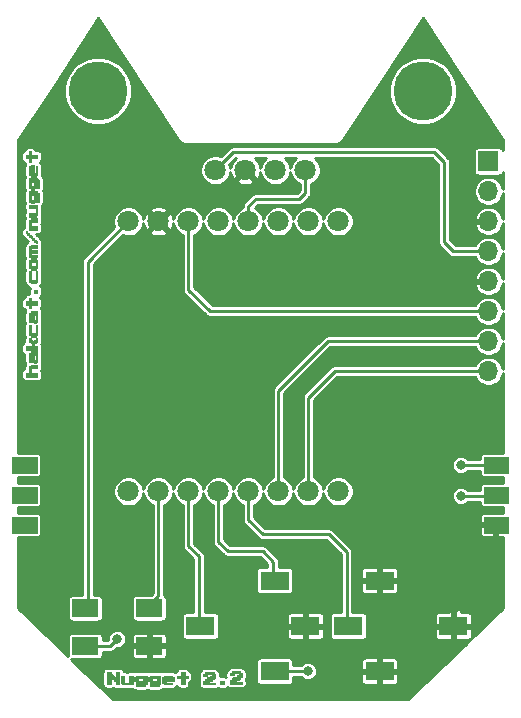
<source format=gtl>
G04 #@! TF.GenerationSoftware,KiCad,Pcbnew,5.1.5+dfsg1-2build2*
G04 #@! TF.CreationDate,2022-05-17T22:25:56-07:00*
G04 #@! TF.ProjectId,v2.2-Dev-Kit,76322e32-2d44-4657-962d-4b69742e6b69,rev?*
G04 #@! TF.SameCoordinates,Original*
G04 #@! TF.FileFunction,Copper,L1,Top*
G04 #@! TF.FilePolarity,Positive*
%FSLAX46Y46*%
G04 Gerber Fmt 4.6, Leading zero omitted, Abs format (unit mm)*
G04 Created by KiCad (PCBNEW 5.1.5+dfsg1-2build2) date 2022-05-17 22:25:56*
%MOMM*%
%LPD*%
G04 APERTURE LIST*
%ADD10C,0.010000*%
%ADD11R,2.400000X1.600000*%
%ADD12C,1.800000*%
%ADD13R,2.200000X1.500000*%
%ADD14O,1.700000X1.700000*%
%ADD15R,1.700000X1.700000*%
%ADD16C,5.000000*%
%ADD17C,0.800000*%
%ADD18C,0.250000*%
%ADD19C,0.500000*%
%ADD20C,0.254000*%
G04 APERTURE END LIST*
D10*
G36*
X-9630833Y-26246667D02*
G01*
X-9704917Y-26246667D01*
X-9754570Y-26249943D01*
X-9774933Y-26268430D01*
X-9778991Y-26315111D01*
X-9779000Y-26320750D01*
X-9779000Y-26394834D01*
X-10522389Y-26394834D01*
X-10515820Y-26315459D01*
X-10509250Y-26236084D01*
X-10218208Y-26230195D01*
X-9927167Y-26224306D01*
X-9927167Y-26119667D01*
X-10519833Y-26119667D01*
X-10519833Y-26045584D01*
X-10523110Y-25995931D01*
X-10541597Y-25975567D01*
X-10588278Y-25971509D01*
X-10593917Y-25971500D01*
X-10668000Y-25971500D01*
X-10668000Y-25675167D01*
X-10350500Y-25675167D01*
X-10350500Y-25950334D01*
X-9927167Y-25950334D01*
X-9927167Y-25675167D01*
X-10350500Y-25675167D01*
X-10668000Y-25675167D01*
X-10668000Y-25654000D01*
X-10593917Y-25654000D01*
X-10544264Y-25650724D01*
X-10523901Y-25632237D01*
X-10519843Y-25585556D01*
X-10519833Y-25579917D01*
X-10519833Y-25505834D01*
X-9630833Y-25505834D01*
X-9630833Y-26246667D01*
G37*
X-9630833Y-26246667D02*
X-9704917Y-26246667D01*
X-9754570Y-26249943D01*
X-9774933Y-26268430D01*
X-9778991Y-26315111D01*
X-9779000Y-26320750D01*
X-9779000Y-26394834D01*
X-10522389Y-26394834D01*
X-10515820Y-26315459D01*
X-10509250Y-26236084D01*
X-10218208Y-26230195D01*
X-9927167Y-26224306D01*
X-9927167Y-26119667D01*
X-10519833Y-26119667D01*
X-10519833Y-26045584D01*
X-10523110Y-25995931D01*
X-10541597Y-25975567D01*
X-10588278Y-25971509D01*
X-10593917Y-25971500D01*
X-10668000Y-25971500D01*
X-10668000Y-25675167D01*
X-10350500Y-25675167D01*
X-10350500Y-25950334D01*
X-9927167Y-25950334D01*
X-9927167Y-25675167D01*
X-10350500Y-25675167D01*
X-10668000Y-25675167D01*
X-10668000Y-25654000D01*
X-10593917Y-25654000D01*
X-10544264Y-25650724D01*
X-10523901Y-25632237D01*
X-10519843Y-25585556D01*
X-10519833Y-25579917D01*
X-10519833Y-25505834D01*
X-9630833Y-25505834D01*
X-9630833Y-26246667D01*
G36*
X-8466667Y-26246667D02*
G01*
X-8540750Y-26246667D01*
X-8590403Y-26249943D01*
X-8610766Y-26268430D01*
X-8614824Y-26315111D01*
X-8614833Y-26320750D01*
X-8614833Y-26394834D01*
X-9358222Y-26394834D01*
X-9351653Y-26315459D01*
X-9345083Y-26236084D01*
X-9054042Y-26230195D01*
X-8763000Y-26224306D01*
X-8763000Y-26119667D01*
X-9355667Y-26119667D01*
X-9355667Y-26045584D01*
X-9358943Y-25995931D01*
X-9377430Y-25975567D01*
X-9424111Y-25971509D01*
X-9429750Y-25971500D01*
X-9503833Y-25971500D01*
X-9503833Y-25675167D01*
X-9186333Y-25675167D01*
X-9186333Y-25950334D01*
X-8763000Y-25950334D01*
X-8763000Y-25675167D01*
X-9186333Y-25675167D01*
X-9503833Y-25675167D01*
X-9503833Y-25654000D01*
X-9429750Y-25654000D01*
X-9380097Y-25650724D01*
X-9359734Y-25632237D01*
X-9355676Y-25585556D01*
X-9355667Y-25579917D01*
X-9355667Y-25505834D01*
X-8466667Y-25505834D01*
X-8466667Y-26246667D01*
G37*
X-8466667Y-26246667D02*
X-8540750Y-26246667D01*
X-8590403Y-26249943D01*
X-8610766Y-26268430D01*
X-8614824Y-26315111D01*
X-8614833Y-26320750D01*
X-8614833Y-26394834D01*
X-9358222Y-26394834D01*
X-9351653Y-26315459D01*
X-9345083Y-26236084D01*
X-9054042Y-26230195D01*
X-8763000Y-26224306D01*
X-8763000Y-26119667D01*
X-9355667Y-26119667D01*
X-9355667Y-26045584D01*
X-9358943Y-25995931D01*
X-9377430Y-25975567D01*
X-9424111Y-25971509D01*
X-9429750Y-25971500D01*
X-9503833Y-25971500D01*
X-9503833Y-25675167D01*
X-9186333Y-25675167D01*
X-9186333Y-25950334D01*
X-8763000Y-25950334D01*
X-8763000Y-25675167D01*
X-9186333Y-25675167D01*
X-9503833Y-25675167D01*
X-9503833Y-25654000D01*
X-9429750Y-25654000D01*
X-9380097Y-25650724D01*
X-9359734Y-25632237D01*
X-9355676Y-25585556D01*
X-9355667Y-25579917D01*
X-9355667Y-25505834D01*
X-8466667Y-25505834D01*
X-8466667Y-26246667D01*
G36*
X-12678833Y-25283584D02*
G01*
X-12675557Y-25333236D01*
X-12657070Y-25353600D01*
X-12610389Y-25357658D01*
X-12604750Y-25357667D01*
X-12555097Y-25360943D01*
X-12534734Y-25379430D01*
X-12530676Y-25426111D01*
X-12530667Y-25431750D01*
X-12527390Y-25481403D01*
X-12508904Y-25501766D01*
X-12462222Y-25505824D01*
X-12456583Y-25505834D01*
X-12406931Y-25509110D01*
X-12386567Y-25527597D01*
X-12382509Y-25574278D01*
X-12382500Y-25579917D01*
X-12378960Y-25629691D01*
X-12361005Y-25650106D01*
X-12319000Y-25654000D01*
X-12255500Y-25654000D01*
X-12255500Y-25209500D01*
X-11959167Y-25209500D01*
X-11959167Y-26246667D01*
X-12255500Y-26246667D01*
X-12255500Y-25971500D01*
X-12329583Y-25971500D01*
X-12379236Y-25968224D01*
X-12399600Y-25949737D01*
X-12403658Y-25903056D01*
X-12403667Y-25897417D01*
X-12406943Y-25847764D01*
X-12425430Y-25827401D01*
X-12472111Y-25823343D01*
X-12477750Y-25823334D01*
X-12527403Y-25820057D01*
X-12547766Y-25801570D01*
X-12551824Y-25754889D01*
X-12551833Y-25749250D01*
X-12555373Y-25699476D01*
X-12573328Y-25679061D01*
X-12615333Y-25675167D01*
X-12678833Y-25675167D01*
X-12678833Y-26246667D01*
X-12996333Y-26246667D01*
X-12996333Y-25209500D01*
X-12678833Y-25209500D01*
X-12678833Y-25283584D01*
G37*
X-12678833Y-25283584D02*
X-12675557Y-25333236D01*
X-12657070Y-25353600D01*
X-12610389Y-25357658D01*
X-12604750Y-25357667D01*
X-12555097Y-25360943D01*
X-12534734Y-25379430D01*
X-12530676Y-25426111D01*
X-12530667Y-25431750D01*
X-12527390Y-25481403D01*
X-12508904Y-25501766D01*
X-12462222Y-25505824D01*
X-12456583Y-25505834D01*
X-12406931Y-25509110D01*
X-12386567Y-25527597D01*
X-12382509Y-25574278D01*
X-12382500Y-25579917D01*
X-12378960Y-25629691D01*
X-12361005Y-25650106D01*
X-12319000Y-25654000D01*
X-12255500Y-25654000D01*
X-12255500Y-25209500D01*
X-11959167Y-25209500D01*
X-11959167Y-26246667D01*
X-12255500Y-26246667D01*
X-12255500Y-25971500D01*
X-12329583Y-25971500D01*
X-12379236Y-25968224D01*
X-12399600Y-25949737D01*
X-12403658Y-25903056D01*
X-12403667Y-25897417D01*
X-12406943Y-25847764D01*
X-12425430Y-25827401D01*
X-12472111Y-25823343D01*
X-12477750Y-25823334D01*
X-12527403Y-25820057D01*
X-12547766Y-25801570D01*
X-12551824Y-25754889D01*
X-12551833Y-25749250D01*
X-12555373Y-25699476D01*
X-12573328Y-25679061D01*
X-12615333Y-25675167D01*
X-12678833Y-25675167D01*
X-12678833Y-26246667D01*
X-12996333Y-26246667D01*
X-12996333Y-25209500D01*
X-12678833Y-25209500D01*
X-12678833Y-25283584D01*
G36*
X-11514667Y-26098500D02*
G01*
X-11091333Y-26098500D01*
X-11091333Y-25505834D01*
X-10795000Y-25505834D01*
X-10795000Y-26246667D01*
X-11684000Y-26246667D01*
X-11684000Y-26184508D01*
X-11689542Y-26140853D01*
X-11714879Y-26121691D01*
X-11752792Y-26115716D01*
X-11821583Y-26109084D01*
X-11833329Y-25505834D01*
X-11514667Y-25505834D01*
X-11514667Y-26098500D01*
G37*
X-11514667Y-26098500D02*
X-11091333Y-26098500D01*
X-11091333Y-25505834D01*
X-10795000Y-25505834D01*
X-10795000Y-26246667D01*
X-11684000Y-26246667D01*
X-11684000Y-26184508D01*
X-11689542Y-26140853D01*
X-11714879Y-26121691D01*
X-11752792Y-26115716D01*
X-11821583Y-26109084D01*
X-11833329Y-25505834D01*
X-11514667Y-25505834D01*
X-11514667Y-26098500D01*
G36*
X-7450667Y-25579917D02*
G01*
X-7447390Y-25629570D01*
X-7428904Y-25649933D01*
X-7382222Y-25653991D01*
X-7376583Y-25654000D01*
X-7302500Y-25654000D01*
X-7302500Y-25971500D01*
X-8022167Y-25971500D01*
X-8022167Y-26098500D01*
X-7450667Y-26098500D01*
X-7450667Y-26246667D01*
X-8191500Y-26246667D01*
X-8191500Y-26184508D01*
X-8197042Y-26140853D01*
X-8222379Y-26121691D01*
X-8260292Y-26115716D01*
X-8329083Y-26109084D01*
X-8340540Y-25675167D01*
X-8022167Y-25675167D01*
X-8022167Y-25802167D01*
X-7598833Y-25802167D01*
X-7598833Y-25675167D01*
X-8022167Y-25675167D01*
X-8340540Y-25675167D01*
X-8341099Y-25654000D01*
X-8266300Y-25654000D01*
X-8216330Y-25650810D01*
X-8195711Y-25632704D01*
X-8191514Y-25586875D01*
X-8191500Y-25579917D01*
X-8191500Y-25505834D01*
X-7450667Y-25505834D01*
X-7450667Y-25579917D01*
G37*
X-7450667Y-25579917D02*
X-7447390Y-25629570D01*
X-7428904Y-25649933D01*
X-7382222Y-25653991D01*
X-7376583Y-25654000D01*
X-7302500Y-25654000D01*
X-7302500Y-25971500D01*
X-8022167Y-25971500D01*
X-8022167Y-26098500D01*
X-7450667Y-26098500D01*
X-7450667Y-26246667D01*
X-8191500Y-26246667D01*
X-8191500Y-26184508D01*
X-8197042Y-26140853D01*
X-8222379Y-26121691D01*
X-8260292Y-26115716D01*
X-8329083Y-26109084D01*
X-8340540Y-25675167D01*
X-8022167Y-25675167D01*
X-8022167Y-25802167D01*
X-7598833Y-25802167D01*
X-7598833Y-25675167D01*
X-8022167Y-25675167D01*
X-8340540Y-25675167D01*
X-8341099Y-25654000D01*
X-8266300Y-25654000D01*
X-8216330Y-25650810D01*
X-8195711Y-25632704D01*
X-8191514Y-25586875D01*
X-8191500Y-25579917D01*
X-8191500Y-25505834D01*
X-7450667Y-25505834D01*
X-7450667Y-25579917D01*
G36*
X-6577542Y-25213865D02*
G01*
X-6424083Y-25220084D01*
X-6417825Y-25362959D01*
X-6411566Y-25505834D01*
X-6138333Y-25505834D01*
X-6138333Y-25675167D01*
X-6413500Y-25675167D01*
X-6413500Y-26246667D01*
X-6731000Y-26246667D01*
X-6731000Y-25675167D01*
X-7027333Y-25675167D01*
X-7027333Y-25505834D01*
X-6731000Y-25505834D01*
X-6731000Y-25207646D01*
X-6577542Y-25213865D01*
G37*
X-6577542Y-25213865D02*
X-6424083Y-25220084D01*
X-6417825Y-25362959D01*
X-6411566Y-25505834D01*
X-6138333Y-25505834D01*
X-6138333Y-25675167D01*
X-6413500Y-25675167D01*
X-6413500Y-26246667D01*
X-6731000Y-26246667D01*
X-6731000Y-25675167D01*
X-7027333Y-25675167D01*
X-7027333Y-25505834D01*
X-6731000Y-25505834D01*
X-6731000Y-25207646D01*
X-6577542Y-25213865D01*
G36*
X-3958167Y-25283584D02*
G01*
X-3954890Y-25333236D01*
X-3936404Y-25353600D01*
X-3889722Y-25357658D01*
X-3884083Y-25357667D01*
X-3810000Y-25357667D01*
X-3810000Y-25675167D01*
X-3884083Y-25675167D01*
X-3933736Y-25678443D01*
X-3954100Y-25696930D01*
X-3958158Y-25743611D01*
X-3958167Y-25749250D01*
X-3961748Y-25799050D01*
X-3979657Y-25819474D01*
X-4020326Y-25823334D01*
X-4063981Y-25828875D01*
X-4083143Y-25854213D01*
X-4089117Y-25892125D01*
X-4095750Y-25960917D01*
X-4238625Y-25967176D01*
X-4314249Y-25971183D01*
X-4356974Y-25977878D01*
X-4376194Y-25991786D01*
X-4381302Y-26017427D01*
X-4381500Y-26035967D01*
X-4381500Y-26098500D01*
X-3810000Y-26098500D01*
X-3810000Y-26246667D01*
X-4847167Y-26246667D01*
X-4847167Y-25950334D01*
X-4773083Y-25950334D01*
X-4723431Y-25947057D01*
X-4703067Y-25928570D01*
X-4699009Y-25881889D01*
X-4699000Y-25876250D01*
X-4695724Y-25826597D01*
X-4677237Y-25806234D01*
X-4630556Y-25802176D01*
X-4624917Y-25802167D01*
X-4575264Y-25798890D01*
X-4554901Y-25780404D01*
X-4550843Y-25733722D01*
X-4550833Y-25728084D01*
X-4550833Y-25654000D01*
X-4254500Y-25654000D01*
X-4254500Y-25579917D01*
X-4251224Y-25530264D01*
X-4232737Y-25509901D01*
X-4186056Y-25505843D01*
X-4180417Y-25505834D01*
X-4130643Y-25502294D01*
X-4110228Y-25484339D01*
X-4106333Y-25442334D01*
X-4106333Y-25378834D01*
X-4529667Y-25378834D01*
X-4529667Y-25527000D01*
X-4847167Y-25527000D01*
X-4847167Y-25442334D01*
X-4844924Y-25388124D01*
X-4831076Y-25364034D01*
X-4794944Y-25357856D01*
X-4773083Y-25357667D01*
X-4723431Y-25354390D01*
X-4703067Y-25335904D01*
X-4699009Y-25289222D01*
X-4699000Y-25283584D01*
X-4699000Y-25209500D01*
X-3958167Y-25209500D01*
X-3958167Y-25283584D01*
G37*
X-3958167Y-25283584D02*
X-3954890Y-25333236D01*
X-3936404Y-25353600D01*
X-3889722Y-25357658D01*
X-3884083Y-25357667D01*
X-3810000Y-25357667D01*
X-3810000Y-25675167D01*
X-3884083Y-25675167D01*
X-3933736Y-25678443D01*
X-3954100Y-25696930D01*
X-3958158Y-25743611D01*
X-3958167Y-25749250D01*
X-3961748Y-25799050D01*
X-3979657Y-25819474D01*
X-4020326Y-25823334D01*
X-4063981Y-25828875D01*
X-4083143Y-25854213D01*
X-4089117Y-25892125D01*
X-4095750Y-25960917D01*
X-4238625Y-25967176D01*
X-4314249Y-25971183D01*
X-4356974Y-25977878D01*
X-4376194Y-25991786D01*
X-4381302Y-26017427D01*
X-4381500Y-26035967D01*
X-4381500Y-26098500D01*
X-3810000Y-26098500D01*
X-3810000Y-26246667D01*
X-4847167Y-26246667D01*
X-4847167Y-25950334D01*
X-4773083Y-25950334D01*
X-4723431Y-25947057D01*
X-4703067Y-25928570D01*
X-4699009Y-25881889D01*
X-4699000Y-25876250D01*
X-4695724Y-25826597D01*
X-4677237Y-25806234D01*
X-4630556Y-25802176D01*
X-4624917Y-25802167D01*
X-4575264Y-25798890D01*
X-4554901Y-25780404D01*
X-4550843Y-25733722D01*
X-4550833Y-25728084D01*
X-4550833Y-25654000D01*
X-4254500Y-25654000D01*
X-4254500Y-25579917D01*
X-4251224Y-25530264D01*
X-4232737Y-25509901D01*
X-4186056Y-25505843D01*
X-4180417Y-25505834D01*
X-4130643Y-25502294D01*
X-4110228Y-25484339D01*
X-4106333Y-25442334D01*
X-4106333Y-25378834D01*
X-4529667Y-25378834D01*
X-4529667Y-25527000D01*
X-4847167Y-25527000D01*
X-4847167Y-25442334D01*
X-4844924Y-25388124D01*
X-4831076Y-25364034D01*
X-4794944Y-25357856D01*
X-4773083Y-25357667D01*
X-4723431Y-25354390D01*
X-4703067Y-25335904D01*
X-4699009Y-25289222D01*
X-4699000Y-25283584D01*
X-4699000Y-25209500D01*
X-3958167Y-25209500D01*
X-3958167Y-25283584D01*
G36*
X-3069167Y-26246667D02*
G01*
X-3386667Y-26246667D01*
X-3386667Y-25950334D01*
X-3069167Y-25950334D01*
X-3069167Y-26246667D01*
G37*
X-3069167Y-26246667D02*
X-3386667Y-26246667D01*
X-3386667Y-25950334D01*
X-3069167Y-25950334D01*
X-3069167Y-26246667D01*
G36*
X-18944167Y-13419667D02*
G01*
X-20997333Y-13419667D01*
X-20997333Y-12086167D01*
X-18944167Y-12086167D01*
X-18944167Y-13419667D01*
G37*
X-18944167Y-13419667D02*
X-20997333Y-13419667D01*
X-20997333Y-12086167D01*
X-18944167Y-12086167D01*
X-18944167Y-13419667D01*
G36*
X20997333Y-13419667D02*
G01*
X18944167Y-13419667D01*
X18944167Y-12086167D01*
X20997333Y-12086167D01*
X20997333Y-13419667D01*
G37*
X20997333Y-13419667D02*
X18944167Y-13419667D01*
X18944167Y-12086167D01*
X20997333Y-12086167D01*
X20997333Y-13419667D01*
G36*
X-18944167Y-10879667D02*
G01*
X-20997333Y-10879667D01*
X-20997333Y-9546167D01*
X-18944167Y-9546167D01*
X-18944167Y-10879667D01*
G37*
X-18944167Y-10879667D02*
X-20997333Y-10879667D01*
X-20997333Y-9546167D01*
X-18944167Y-9546167D01*
X-18944167Y-10879667D01*
G36*
X20997333Y-10879667D02*
G01*
X18944167Y-10879667D01*
X18944167Y-9546167D01*
X20997333Y-9546167D01*
X20997333Y-10879667D01*
G37*
X20997333Y-10879667D02*
X18944167Y-10879667D01*
X18944167Y-9546167D01*
X20997333Y-9546167D01*
X20997333Y-10879667D01*
G36*
X-18944167Y-8339667D02*
G01*
X-20997333Y-8339667D01*
X-20997333Y-7006167D01*
X-18944167Y-7006167D01*
X-18944167Y-8339667D01*
G37*
X-18944167Y-8339667D02*
X-20997333Y-8339667D01*
X-20997333Y-7006167D01*
X-18944167Y-7006167D01*
X-18944167Y-8339667D01*
G36*
X20997333Y-8339667D02*
G01*
X18944167Y-8339667D01*
X18944167Y-7006167D01*
X20997333Y-7006167D01*
X20997333Y-8339667D01*
G37*
X20997333Y-8339667D02*
X18944167Y-8339667D01*
X18944167Y-7006167D01*
X20997333Y-7006167D01*
X20997333Y-8339667D01*
G36*
X-18880667Y529166D02*
G01*
X-19452167Y529166D01*
X-19452167Y105833D01*
X-18880667Y105833D01*
X-18880667Y-190500D01*
X-19875500Y-190500D01*
X-19875500Y105833D01*
X-19600333Y105833D01*
X-19600333Y677333D01*
X-19526250Y677333D01*
X-19476597Y680610D01*
X-19456234Y699096D01*
X-19452176Y745778D01*
X-19452167Y751416D01*
X-19452167Y825500D01*
X-18880667Y825500D01*
X-18880667Y529166D01*
G37*
X-18880667Y529166D02*
X-19452167Y529166D01*
X-19452167Y105833D01*
X-18880667Y105833D01*
X-18880667Y-190500D01*
X-19875500Y-190500D01*
X-19875500Y105833D01*
X-19600333Y105833D01*
X-19600333Y677333D01*
X-19526250Y677333D01*
X-19476597Y680610D01*
X-19456234Y699096D01*
X-19452176Y745778D01*
X-19452167Y751416D01*
X-19452167Y825500D01*
X-18880667Y825500D01*
X-18880667Y529166D01*
G36*
X-18880667Y1079500D02*
G01*
X-18954750Y1079500D01*
X-19004524Y1075960D01*
X-19024939Y1058005D01*
X-19028833Y1016000D01*
X-19032963Y973337D01*
X-19053911Y955838D01*
X-19102917Y952500D01*
X-19152691Y956040D01*
X-19173106Y973995D01*
X-19177000Y1016000D01*
X-19181130Y1058663D01*
X-19202078Y1076162D01*
X-19251083Y1079500D01*
X-19325167Y1079500D01*
X-19325167Y1651000D01*
X-19155833Y1651000D01*
X-19155833Y1248833D01*
X-19028833Y1248833D01*
X-19028833Y1651000D01*
X-19155833Y1651000D01*
X-19325167Y1651000D01*
X-19452167Y1651000D01*
X-19452167Y1079500D01*
X-19600333Y1079500D01*
X-19600333Y1799166D01*
X-19526250Y1799166D01*
X-19476597Y1802443D01*
X-19456234Y1820930D01*
X-19452176Y1867611D01*
X-19452167Y1873250D01*
X-19452167Y1947333D01*
X-18880667Y1947333D01*
X-18880667Y1079500D01*
G37*
X-18880667Y1079500D02*
X-18954750Y1079500D01*
X-19004524Y1075960D01*
X-19024939Y1058005D01*
X-19028833Y1016000D01*
X-19032963Y973337D01*
X-19053911Y955838D01*
X-19102917Y952500D01*
X-19152691Y956040D01*
X-19173106Y973995D01*
X-19177000Y1016000D01*
X-19181130Y1058663D01*
X-19202078Y1076162D01*
X-19251083Y1079500D01*
X-19325167Y1079500D01*
X-19325167Y1651000D01*
X-19155833Y1651000D01*
X-19155833Y1248833D01*
X-19028833Y1248833D01*
X-19028833Y1651000D01*
X-19155833Y1651000D01*
X-19325167Y1651000D01*
X-19452167Y1651000D01*
X-19452167Y1079500D01*
X-19600333Y1079500D01*
X-19600333Y1799166D01*
X-19526250Y1799166D01*
X-19476597Y1802443D01*
X-19456234Y1820930D01*
X-19452176Y1867611D01*
X-19452167Y1873250D01*
X-19452167Y1947333D01*
X-18880667Y1947333D01*
X-18880667Y1079500D01*
G36*
X-19476476Y3065627D02*
G01*
X-19456061Y3047672D01*
X-19452167Y3005666D01*
X-19448037Y2963003D01*
X-19427089Y2945505D01*
X-19378083Y2942166D01*
X-19328431Y2938890D01*
X-19308067Y2920403D01*
X-19304009Y2873722D01*
X-19304000Y2868083D01*
X-19300460Y2818309D01*
X-19282505Y2797894D01*
X-19240500Y2794000D01*
X-19197837Y2798130D01*
X-19180338Y2819077D01*
X-19177000Y2868083D01*
X-19173724Y2917736D01*
X-19155237Y2938099D01*
X-19108556Y2942157D01*
X-19102917Y2942166D01*
X-19053143Y2945706D01*
X-19032728Y2963661D01*
X-19028833Y3005666D01*
X-19024704Y3048330D01*
X-19003756Y3065828D01*
X-18954750Y3069166D01*
X-18880667Y3069166D01*
X-18880667Y2772833D01*
X-18954750Y2772833D01*
X-19004403Y2769557D01*
X-19024766Y2751070D01*
X-19028824Y2704389D01*
X-19028833Y2698750D01*
X-19032373Y2648976D01*
X-19050328Y2628561D01*
X-19092333Y2624666D01*
X-19127483Y2623003D01*
X-19146455Y2611362D01*
X-19154238Y2579765D01*
X-19155822Y2518234D01*
X-19155833Y2497666D01*
X-19155833Y2370666D01*
X-18880667Y2370666D01*
X-18880667Y2074333D01*
X-19875500Y2074333D01*
X-19875500Y2370666D01*
X-19325167Y2370666D01*
X-19325167Y2497666D01*
X-19325998Y2567965D01*
X-19331819Y2605909D01*
X-19347617Y2621475D01*
X-19378383Y2624643D01*
X-19388667Y2624666D01*
X-19431330Y2628796D01*
X-19448829Y2649744D01*
X-19452167Y2698750D01*
X-19455443Y2748403D01*
X-19473930Y2768766D01*
X-19520611Y2772824D01*
X-19526250Y2772833D01*
X-19600333Y2772833D01*
X-19600333Y3069166D01*
X-19526250Y3069166D01*
X-19476476Y3065627D01*
G37*
X-19476476Y3065627D02*
X-19456061Y3047672D01*
X-19452167Y3005666D01*
X-19448037Y2963003D01*
X-19427089Y2945505D01*
X-19378083Y2942166D01*
X-19328431Y2938890D01*
X-19308067Y2920403D01*
X-19304009Y2873722D01*
X-19304000Y2868083D01*
X-19300460Y2818309D01*
X-19282505Y2797894D01*
X-19240500Y2794000D01*
X-19197837Y2798130D01*
X-19180338Y2819077D01*
X-19177000Y2868083D01*
X-19173724Y2917736D01*
X-19155237Y2938099D01*
X-19108556Y2942157D01*
X-19102917Y2942166D01*
X-19053143Y2945706D01*
X-19032728Y2963661D01*
X-19028833Y3005666D01*
X-19024704Y3048330D01*
X-19003756Y3065828D01*
X-18954750Y3069166D01*
X-18880667Y3069166D01*
X-18880667Y2772833D01*
X-18954750Y2772833D01*
X-19004403Y2769557D01*
X-19024766Y2751070D01*
X-19028824Y2704389D01*
X-19028833Y2698750D01*
X-19032373Y2648976D01*
X-19050328Y2628561D01*
X-19092333Y2624666D01*
X-19127483Y2623003D01*
X-19146455Y2611362D01*
X-19154238Y2579765D01*
X-19155822Y2518234D01*
X-19155833Y2497666D01*
X-19155833Y2370666D01*
X-18880667Y2370666D01*
X-18880667Y2074333D01*
X-19875500Y2074333D01*
X-19875500Y2370666D01*
X-19325167Y2370666D01*
X-19325167Y2497666D01*
X-19325998Y2567965D01*
X-19331819Y2605909D01*
X-19347617Y2621475D01*
X-19378383Y2624643D01*
X-19388667Y2624666D01*
X-19431330Y2628796D01*
X-19448829Y2649744D01*
X-19452167Y2698750D01*
X-19455443Y2748403D01*
X-19473930Y2768766D01*
X-19520611Y2772824D01*
X-19526250Y2772833D01*
X-19600333Y2772833D01*
X-19600333Y3069166D01*
X-19526250Y3069166D01*
X-19476476Y3065627D01*
G36*
X-19452167Y3492500D02*
G01*
X-19028833Y3492500D01*
X-19028833Y4212166D01*
X-18880667Y4212166D01*
X-18880667Y3344333D01*
X-18954750Y3344333D01*
X-19004403Y3341057D01*
X-19024766Y3322570D01*
X-19028824Y3275889D01*
X-19028833Y3270250D01*
X-19028833Y3196166D01*
X-19452167Y3196166D01*
X-19452167Y3270250D01*
X-19455443Y3319903D01*
X-19473930Y3340266D01*
X-19520611Y3344324D01*
X-19526250Y3344333D01*
X-19600333Y3344333D01*
X-19600333Y4212166D01*
X-19452167Y4212166D01*
X-19452167Y3492500D01*
G37*
X-19452167Y3492500D02*
X-19028833Y3492500D01*
X-19028833Y4212166D01*
X-18880667Y4212166D01*
X-18880667Y3344333D01*
X-18954750Y3344333D01*
X-19004403Y3341057D01*
X-19024766Y3322570D01*
X-19028824Y3275889D01*
X-19028833Y3270250D01*
X-19028833Y3196166D01*
X-19452167Y3196166D01*
X-19452167Y3270250D01*
X-19455443Y3319903D01*
X-19473930Y3340266D01*
X-19520611Y3344324D01*
X-19526250Y3344333D01*
X-19600333Y3344333D01*
X-19600333Y4212166D01*
X-19452167Y4212166D01*
X-19452167Y3492500D01*
G36*
X-18880667Y4466166D02*
G01*
X-18954750Y4466166D01*
X-19004403Y4462890D01*
X-19024766Y4444403D01*
X-19028824Y4397722D01*
X-19028833Y4392083D01*
X-19032110Y4342430D01*
X-19050597Y4322067D01*
X-19097278Y4318009D01*
X-19102917Y4318000D01*
X-19152570Y4321276D01*
X-19172933Y4339763D01*
X-19176991Y4386444D01*
X-19177000Y4392083D01*
X-19180277Y4441736D01*
X-19198763Y4462099D01*
X-19245445Y4466157D01*
X-19251083Y4466166D01*
X-19325167Y4466166D01*
X-19325167Y5037666D01*
X-19155833Y5037666D01*
X-19155833Y4635500D01*
X-19028833Y4635500D01*
X-19028833Y5037666D01*
X-19155833Y5037666D01*
X-19325167Y5037666D01*
X-19452167Y5037666D01*
X-19452167Y4466166D01*
X-19600333Y4466166D01*
X-19600333Y5185833D01*
X-19526250Y5185833D01*
X-19476597Y5189110D01*
X-19456234Y5207596D01*
X-19452176Y5254278D01*
X-19452167Y5259916D01*
X-19452167Y5334000D01*
X-18880667Y5334000D01*
X-18880667Y4466166D01*
G37*
X-18880667Y4466166D02*
X-18954750Y4466166D01*
X-19004403Y4462890D01*
X-19024766Y4444403D01*
X-19028824Y4397722D01*
X-19028833Y4392083D01*
X-19032110Y4342430D01*
X-19050597Y4322067D01*
X-19097278Y4318009D01*
X-19102917Y4318000D01*
X-19152570Y4321276D01*
X-19172933Y4339763D01*
X-19176991Y4386444D01*
X-19177000Y4392083D01*
X-19180277Y4441736D01*
X-19198763Y4462099D01*
X-19245445Y4466157D01*
X-19251083Y4466166D01*
X-19325167Y4466166D01*
X-19325167Y5037666D01*
X-19155833Y5037666D01*
X-19155833Y4635500D01*
X-19028833Y4635500D01*
X-19028833Y5037666D01*
X-19155833Y5037666D01*
X-19325167Y5037666D01*
X-19452167Y5037666D01*
X-19452167Y4466166D01*
X-19600333Y4466166D01*
X-19600333Y5185833D01*
X-19526250Y5185833D01*
X-19476597Y5189110D01*
X-19456234Y5207596D01*
X-19452176Y5254278D01*
X-19452167Y5259916D01*
X-19452167Y5334000D01*
X-18880667Y5334000D01*
X-18880667Y4466166D01*
G36*
X-19452167Y6180666D02*
G01*
X-18880667Y6180666D01*
X-18880667Y5884333D01*
X-19452167Y5884333D01*
X-19452167Y5588000D01*
X-19600333Y5588000D01*
X-19600333Y5884333D01*
X-19875500Y5884333D01*
X-19875500Y6180666D01*
X-19600333Y6180666D01*
X-19600333Y6455833D01*
X-19452167Y6455833D01*
X-19452167Y6180666D01*
G37*
X-19452167Y6180666D02*
X-18880667Y6180666D01*
X-18880667Y5884333D01*
X-19452167Y5884333D01*
X-19452167Y5588000D01*
X-19600333Y5588000D01*
X-19600333Y5884333D01*
X-19875500Y5884333D01*
X-19875500Y6180666D01*
X-19600333Y6180666D01*
X-19600333Y6455833D01*
X-19452167Y6455833D01*
X-19452167Y6180666D01*
G36*
X-18880667Y6858000D02*
G01*
X-19177000Y6858000D01*
X-19177000Y7175500D01*
X-18880667Y7175500D01*
X-18880667Y6858000D01*
G37*
X-18880667Y6858000D02*
X-19177000Y6858000D01*
X-19177000Y7175500D01*
X-18880667Y7175500D01*
X-18880667Y6858000D01*
G36*
X-19452167Y8022166D02*
G01*
X-19028833Y8022166D01*
X-19028833Y8720666D01*
X-18880667Y8720666D01*
X-18880667Y7852833D01*
X-18954750Y7852833D01*
X-19004403Y7849557D01*
X-19024766Y7831070D01*
X-19028824Y7784389D01*
X-19028833Y7778750D01*
X-19028833Y7704666D01*
X-19452167Y7704666D01*
X-19452167Y7778750D01*
X-19455443Y7828403D01*
X-19473930Y7848766D01*
X-19520611Y7852824D01*
X-19526250Y7852833D01*
X-19600333Y7852833D01*
X-19600333Y8720666D01*
X-19452167Y8720666D01*
X-19452167Y8022166D01*
G37*
X-19452167Y8022166D02*
X-19028833Y8022166D01*
X-19028833Y8720666D01*
X-18880667Y8720666D01*
X-18880667Y7852833D01*
X-18954750Y7852833D01*
X-19004403Y7849557D01*
X-19024766Y7831070D01*
X-19028824Y7784389D01*
X-19028833Y7778750D01*
X-19028833Y7704666D01*
X-19452167Y7704666D01*
X-19452167Y7778750D01*
X-19455443Y7828403D01*
X-19473930Y7848766D01*
X-19520611Y7852824D01*
X-19526250Y7852833D01*
X-19600333Y7852833D01*
X-19600333Y8720666D01*
X-19452167Y8720666D01*
X-19452167Y8022166D01*
G36*
X-19028833Y9779000D02*
G01*
X-19024704Y9736337D01*
X-19003756Y9718838D01*
X-18954750Y9715500D01*
X-18880667Y9715500D01*
X-18880667Y8974666D01*
X-18954750Y8974666D01*
X-19004524Y8971127D01*
X-19024939Y8953172D01*
X-19028833Y8911166D01*
X-19028833Y8847666D01*
X-19452167Y8847666D01*
X-19452167Y8911166D01*
X-19456297Y8953830D01*
X-19477244Y8971328D01*
X-19526250Y8974666D01*
X-19600333Y8974666D01*
X-19600333Y9546166D01*
X-19452167Y9546166D01*
X-19452167Y9144000D01*
X-19028833Y9144000D01*
X-19028833Y9546166D01*
X-19452167Y9546166D01*
X-19600333Y9546166D01*
X-19600333Y9715500D01*
X-19526250Y9715500D01*
X-19476476Y9719040D01*
X-19456061Y9736995D01*
X-19452167Y9779000D01*
X-19452167Y9842500D01*
X-19028833Y9842500D01*
X-19028833Y9779000D01*
G37*
X-19028833Y9779000D02*
X-19024704Y9736337D01*
X-19003756Y9718838D01*
X-18954750Y9715500D01*
X-18880667Y9715500D01*
X-18880667Y8974666D01*
X-18954750Y8974666D01*
X-19004524Y8971127D01*
X-19024939Y8953172D01*
X-19028833Y8911166D01*
X-19028833Y8847666D01*
X-19452167Y8847666D01*
X-19452167Y8911166D01*
X-19456297Y8953830D01*
X-19477244Y8971328D01*
X-19526250Y8974666D01*
X-19600333Y8974666D01*
X-19600333Y9546166D01*
X-19452167Y9546166D01*
X-19452167Y9144000D01*
X-19028833Y9144000D01*
X-19028833Y9546166D01*
X-19452167Y9546166D01*
X-19600333Y9546166D01*
X-19600333Y9715500D01*
X-19526250Y9715500D01*
X-19476476Y9719040D01*
X-19456061Y9736995D01*
X-19452167Y9779000D01*
X-19452167Y9842500D01*
X-19028833Y9842500D01*
X-19028833Y9779000D01*
G36*
X-18880667Y10668000D02*
G01*
X-19452167Y10668000D01*
X-19452167Y10562166D01*
X-18880667Y10562166D01*
X-18880667Y10244666D01*
X-19452167Y10244666D01*
X-19452167Y10138833D01*
X-18880667Y10138833D01*
X-18880667Y9969500D01*
X-19600333Y9969500D01*
X-19600333Y10837333D01*
X-19526250Y10837333D01*
X-19476597Y10840610D01*
X-19456234Y10859096D01*
X-19452176Y10905778D01*
X-19452167Y10911416D01*
X-19452167Y10985500D01*
X-18880667Y10985500D01*
X-18880667Y10668000D01*
G37*
X-18880667Y10668000D02*
X-19452167Y10668000D01*
X-19452167Y10562166D01*
X-18880667Y10562166D01*
X-18880667Y10244666D01*
X-19452167Y10244666D01*
X-19452167Y10138833D01*
X-18880667Y10138833D01*
X-18880667Y9969500D01*
X-19600333Y9969500D01*
X-19600333Y10837333D01*
X-19526250Y10837333D01*
X-19476597Y10840610D01*
X-19456234Y10859096D01*
X-19452176Y10905778D01*
X-19452167Y10911416D01*
X-19452167Y10985500D01*
X-18880667Y10985500D01*
X-18880667Y10668000D01*
G36*
X-19751764Y12104057D02*
G01*
X-19731401Y12085570D01*
X-19727343Y12038889D01*
X-19727333Y12033250D01*
X-19724057Y11983597D01*
X-19705570Y11963234D01*
X-19658889Y11959176D01*
X-19653250Y11959166D01*
X-19603476Y11955627D01*
X-19583061Y11937672D01*
X-19579167Y11895666D01*
X-19573922Y11850689D01*
X-19549182Y11834112D01*
X-19515667Y11832166D01*
X-19473004Y11828037D01*
X-19455505Y11807089D01*
X-19452167Y11758083D01*
X-19448890Y11708430D01*
X-19430404Y11688067D01*
X-19383722Y11684009D01*
X-19378083Y11684000D01*
X-19328431Y11680723D01*
X-19308067Y11662237D01*
X-19304009Y11615555D01*
X-19304000Y11609916D01*
X-19300724Y11560264D01*
X-19282237Y11539900D01*
X-19235556Y11535842D01*
X-19229917Y11535833D01*
X-19180143Y11532293D01*
X-19159728Y11514338D01*
X-19155833Y11472333D01*
X-19150589Y11427356D01*
X-19125849Y11410779D01*
X-19092333Y11408833D01*
X-19049670Y11404703D01*
X-19032172Y11383756D01*
X-19028833Y11334750D01*
X-19025557Y11285097D01*
X-19007070Y11264734D01*
X-18960389Y11260676D01*
X-18954750Y11260666D01*
X-18907317Y11258103D01*
X-18886238Y11242277D01*
X-18880832Y11200983D01*
X-18880667Y11176000D01*
X-18882910Y11121791D01*
X-18896758Y11097700D01*
X-18932890Y11091522D01*
X-18954750Y11091333D01*
X-19004403Y11094610D01*
X-19024766Y11113096D01*
X-19028824Y11159778D01*
X-19028833Y11165416D01*
X-19032110Y11215069D01*
X-19050597Y11235433D01*
X-19097278Y11239491D01*
X-19102917Y11239500D01*
X-19152570Y11242776D01*
X-19172933Y11261263D01*
X-19176991Y11307944D01*
X-19177000Y11313583D01*
X-19180277Y11363236D01*
X-19198763Y11383599D01*
X-19245445Y11387657D01*
X-19251083Y11387666D01*
X-19300857Y11391206D01*
X-19321272Y11409161D01*
X-19325167Y11451166D01*
X-19330412Y11496144D01*
X-19355152Y11512721D01*
X-19388667Y11514666D01*
X-19431330Y11518796D01*
X-19448829Y11539744D01*
X-19452167Y11588750D01*
X-19455443Y11638403D01*
X-19473930Y11658766D01*
X-19520611Y11662824D01*
X-19526250Y11662833D01*
X-19575903Y11666110D01*
X-19596266Y11684596D01*
X-19600324Y11731278D01*
X-19600333Y11736916D01*
X-19603610Y11786569D01*
X-19622097Y11806933D01*
X-19668778Y11810991D01*
X-19674417Y11811000D01*
X-19724191Y11814540D01*
X-19744606Y11832495D01*
X-19748500Y11874500D01*
X-19753745Y11919477D01*
X-19778485Y11936054D01*
X-19812000Y11938000D01*
X-19852717Y11941343D01*
X-19870817Y11959461D01*
X-19875400Y12004486D01*
X-19875500Y12022666D01*
X-19873257Y12076876D01*
X-19859409Y12100966D01*
X-19823277Y12107144D01*
X-19801417Y12107333D01*
X-19751764Y12104057D01*
G37*
X-19751764Y12104057D02*
X-19731401Y12085570D01*
X-19727343Y12038889D01*
X-19727333Y12033250D01*
X-19724057Y11983597D01*
X-19705570Y11963234D01*
X-19658889Y11959176D01*
X-19653250Y11959166D01*
X-19603476Y11955627D01*
X-19583061Y11937672D01*
X-19579167Y11895666D01*
X-19573922Y11850689D01*
X-19549182Y11834112D01*
X-19515667Y11832166D01*
X-19473004Y11828037D01*
X-19455505Y11807089D01*
X-19452167Y11758083D01*
X-19448890Y11708430D01*
X-19430404Y11688067D01*
X-19383722Y11684009D01*
X-19378083Y11684000D01*
X-19328431Y11680723D01*
X-19308067Y11662237D01*
X-19304009Y11615555D01*
X-19304000Y11609916D01*
X-19300724Y11560264D01*
X-19282237Y11539900D01*
X-19235556Y11535842D01*
X-19229917Y11535833D01*
X-19180143Y11532293D01*
X-19159728Y11514338D01*
X-19155833Y11472333D01*
X-19150589Y11427356D01*
X-19125849Y11410779D01*
X-19092333Y11408833D01*
X-19049670Y11404703D01*
X-19032172Y11383756D01*
X-19028833Y11334750D01*
X-19025557Y11285097D01*
X-19007070Y11264734D01*
X-18960389Y11260676D01*
X-18954750Y11260666D01*
X-18907317Y11258103D01*
X-18886238Y11242277D01*
X-18880832Y11200983D01*
X-18880667Y11176000D01*
X-18882910Y11121791D01*
X-18896758Y11097700D01*
X-18932890Y11091522D01*
X-18954750Y11091333D01*
X-19004403Y11094610D01*
X-19024766Y11113096D01*
X-19028824Y11159778D01*
X-19028833Y11165416D01*
X-19032110Y11215069D01*
X-19050597Y11235433D01*
X-19097278Y11239491D01*
X-19102917Y11239500D01*
X-19152570Y11242776D01*
X-19172933Y11261263D01*
X-19176991Y11307944D01*
X-19177000Y11313583D01*
X-19180277Y11363236D01*
X-19198763Y11383599D01*
X-19245445Y11387657D01*
X-19251083Y11387666D01*
X-19300857Y11391206D01*
X-19321272Y11409161D01*
X-19325167Y11451166D01*
X-19330412Y11496144D01*
X-19355152Y11512721D01*
X-19388667Y11514666D01*
X-19431330Y11518796D01*
X-19448829Y11539744D01*
X-19452167Y11588750D01*
X-19455443Y11638403D01*
X-19473930Y11658766D01*
X-19520611Y11662824D01*
X-19526250Y11662833D01*
X-19575903Y11666110D01*
X-19596266Y11684596D01*
X-19600324Y11731278D01*
X-19600333Y11736916D01*
X-19603610Y11786569D01*
X-19622097Y11806933D01*
X-19668778Y11810991D01*
X-19674417Y11811000D01*
X-19724191Y11814540D01*
X-19744606Y11832495D01*
X-19748500Y11874500D01*
X-19753745Y11919477D01*
X-19778485Y11936054D01*
X-19812000Y11938000D01*
X-19852717Y11941343D01*
X-19870817Y11959461D01*
X-19875400Y12004486D01*
X-19875500Y12022666D01*
X-19873257Y12076876D01*
X-19859409Y12100966D01*
X-19823277Y12107144D01*
X-19801417Y12107333D01*
X-19751764Y12104057D01*
G36*
X-18880667Y12932833D02*
G01*
X-19452167Y12932833D01*
X-19452167Y12530666D01*
X-18880667Y12530666D01*
X-18880667Y12234333D01*
X-19600333Y12234333D01*
X-19600333Y13102166D01*
X-19526250Y13102166D01*
X-19476476Y13105706D01*
X-19456061Y13123661D01*
X-19452167Y13165666D01*
X-19452167Y13229166D01*
X-18880667Y13229166D01*
X-18880667Y12932833D01*
G37*
X-18880667Y12932833D02*
X-19452167Y12932833D01*
X-19452167Y12530666D01*
X-18880667Y12530666D01*
X-18880667Y12234333D01*
X-19600333Y12234333D01*
X-19600333Y13102166D01*
X-19526250Y13102166D01*
X-19476476Y13105706D01*
X-19456061Y13123661D01*
X-19452167Y13165666D01*
X-19452167Y13229166D01*
X-18880667Y13229166D01*
X-18880667Y12932833D01*
G36*
X-18880667Y13504333D02*
G01*
X-18954750Y13504333D01*
X-19004403Y13501057D01*
X-19024766Y13482570D01*
X-19028824Y13435889D01*
X-19028833Y13430250D01*
X-19028833Y13356166D01*
X-19600333Y13356166D01*
X-19600333Y13652500D01*
X-19028833Y13652500D01*
X-19028833Y14054666D01*
X-19600333Y14054666D01*
X-19600333Y14372166D01*
X-18880667Y14372166D01*
X-18880667Y13504333D01*
G37*
X-18880667Y13504333D02*
X-18954750Y13504333D01*
X-19004403Y13501057D01*
X-19024766Y13482570D01*
X-19028824Y13435889D01*
X-19028833Y13430250D01*
X-19028833Y13356166D01*
X-19600333Y13356166D01*
X-19600333Y13652500D01*
X-19028833Y13652500D01*
X-19028833Y14054666D01*
X-19600333Y14054666D01*
X-19600333Y14372166D01*
X-18880667Y14372166D01*
X-18880667Y13504333D01*
G36*
X-18880667Y15419916D02*
G01*
X-18877390Y15370264D01*
X-18858904Y15349900D01*
X-18812222Y15345842D01*
X-18806583Y15345833D01*
X-18732500Y15345833D01*
X-18732500Y14626166D01*
X-18901833Y14626166D01*
X-18901833Y15197666D01*
X-19028833Y15197666D01*
X-19028833Y14626166D01*
X-19092333Y14626166D01*
X-19134997Y14622037D01*
X-19152495Y14601089D01*
X-19155833Y14552083D01*
X-19155833Y14478000D01*
X-19452167Y14478000D01*
X-19452167Y14552083D01*
X-19455443Y14601736D01*
X-19473930Y14622099D01*
X-19520611Y14626157D01*
X-19526250Y14626166D01*
X-19600333Y14626166D01*
X-19600333Y15197666D01*
X-19452167Y15197666D01*
X-19452167Y14795500D01*
X-19177000Y14795500D01*
X-19177000Y15197666D01*
X-19452167Y15197666D01*
X-19600333Y15197666D01*
X-19600333Y15494000D01*
X-18880667Y15494000D01*
X-18880667Y15419916D01*
G37*
X-18880667Y15419916D02*
X-18877390Y15370264D01*
X-18858904Y15349900D01*
X-18812222Y15345842D01*
X-18806583Y15345833D01*
X-18732500Y15345833D01*
X-18732500Y14626166D01*
X-18901833Y14626166D01*
X-18901833Y15197666D01*
X-19028833Y15197666D01*
X-19028833Y14626166D01*
X-19092333Y14626166D01*
X-19134997Y14622037D01*
X-19152495Y14601089D01*
X-19155833Y14552083D01*
X-19155833Y14478000D01*
X-19452167Y14478000D01*
X-19452167Y14552083D01*
X-19455443Y14601736D01*
X-19473930Y14622099D01*
X-19520611Y14626157D01*
X-19526250Y14626166D01*
X-19600333Y14626166D01*
X-19600333Y15197666D01*
X-19452167Y15197666D01*
X-19452167Y14795500D01*
X-19177000Y14795500D01*
X-19177000Y15197666D01*
X-19452167Y15197666D01*
X-19600333Y15197666D01*
X-19600333Y15494000D01*
X-18880667Y15494000D01*
X-18880667Y15419916D01*
G36*
X-18880667Y16552333D02*
G01*
X-18876537Y16509670D01*
X-18855589Y16492171D01*
X-18806583Y16488833D01*
X-18732500Y16488833D01*
X-18732500Y15748000D01*
X-18901833Y15748000D01*
X-18901833Y16319500D01*
X-19028833Y16319500D01*
X-19028833Y15748000D01*
X-19092333Y15748000D01*
X-19137311Y15742755D01*
X-19153888Y15718015D01*
X-19155833Y15684500D01*
X-19155833Y15621000D01*
X-19452167Y15621000D01*
X-19452167Y15684500D01*
X-19456297Y15727163D01*
X-19477244Y15744662D01*
X-19526250Y15748000D01*
X-19600333Y15748000D01*
X-19600333Y16319500D01*
X-19452167Y16319500D01*
X-19452167Y15917333D01*
X-19177000Y15917333D01*
X-19177000Y16319500D01*
X-19452167Y16319500D01*
X-19600333Y16319500D01*
X-19600333Y16615833D01*
X-18880667Y16615833D01*
X-18880667Y16552333D01*
G37*
X-18880667Y16552333D02*
X-18876537Y16509670D01*
X-18855589Y16492171D01*
X-18806583Y16488833D01*
X-18732500Y16488833D01*
X-18732500Y15748000D01*
X-18901833Y15748000D01*
X-18901833Y16319500D01*
X-19028833Y16319500D01*
X-19028833Y15748000D01*
X-19092333Y15748000D01*
X-19137311Y15742755D01*
X-19153888Y15718015D01*
X-19155833Y15684500D01*
X-19155833Y15621000D01*
X-19452167Y15621000D01*
X-19452167Y15684500D01*
X-19456297Y15727163D01*
X-19477244Y15744662D01*
X-19526250Y15748000D01*
X-19600333Y15748000D01*
X-19600333Y16319500D01*
X-19452167Y16319500D01*
X-19452167Y15917333D01*
X-19177000Y15917333D01*
X-19177000Y16319500D01*
X-19452167Y16319500D01*
X-19600333Y16319500D01*
X-19600333Y16615833D01*
X-18880667Y16615833D01*
X-18880667Y16552333D01*
G36*
X-19155833Y17039166D02*
G01*
X-19028833Y17039166D01*
X-19028833Y17610666D01*
X-18880667Y17610666D01*
X-18880667Y16891000D01*
X-18954750Y16891000D01*
X-19004403Y16887723D01*
X-19024766Y16869237D01*
X-19028824Y16822555D01*
X-19028833Y16816916D01*
X-19028833Y16742833D01*
X-19452167Y16742833D01*
X-19452167Y16816916D01*
X-19455443Y16866569D01*
X-19473930Y16886933D01*
X-19520611Y16890991D01*
X-19526250Y16891000D01*
X-19600333Y16891000D01*
X-19600333Y17441333D01*
X-19452167Y17441333D01*
X-19452167Y17039166D01*
X-19325167Y17039166D01*
X-19325167Y17441333D01*
X-19452167Y17441333D01*
X-19600333Y17441333D01*
X-19600333Y17610666D01*
X-19526250Y17610666D01*
X-19476597Y17613943D01*
X-19456234Y17632430D01*
X-19452176Y17679111D01*
X-19452167Y17684750D01*
X-19452167Y17758833D01*
X-19155833Y17758833D01*
X-19155833Y17039166D01*
G37*
X-19155833Y17039166D02*
X-19028833Y17039166D01*
X-19028833Y17610666D01*
X-18880667Y17610666D01*
X-18880667Y16891000D01*
X-18954750Y16891000D01*
X-19004403Y16887723D01*
X-19024766Y16869237D01*
X-19028824Y16822555D01*
X-19028833Y16816916D01*
X-19028833Y16742833D01*
X-19452167Y16742833D01*
X-19452167Y16816916D01*
X-19455443Y16866569D01*
X-19473930Y16886933D01*
X-19520611Y16890991D01*
X-19526250Y16891000D01*
X-19600333Y16891000D01*
X-19600333Y17441333D01*
X-19452167Y17441333D01*
X-19452167Y17039166D01*
X-19325167Y17039166D01*
X-19325167Y17441333D01*
X-19452167Y17441333D01*
X-19600333Y17441333D01*
X-19600333Y17610666D01*
X-19526250Y17610666D01*
X-19476597Y17613943D01*
X-19456234Y17632430D01*
X-19452176Y17679111D01*
X-19452167Y17684750D01*
X-19452167Y17758833D01*
X-19155833Y17758833D01*
X-19155833Y17039166D01*
G36*
X-19452167Y18605500D02*
G01*
X-18880667Y18605500D01*
X-18880667Y18288000D01*
X-19452167Y18288000D01*
X-19452167Y18012833D01*
X-19600333Y18012833D01*
X-19600333Y18288000D01*
X-19875500Y18288000D01*
X-19875500Y18605500D01*
X-19600333Y18605500D01*
X-19600333Y18880666D01*
X-19452167Y18880666D01*
X-19452167Y18605500D01*
G37*
X-19452167Y18605500D02*
X-18880667Y18605500D01*
X-18880667Y18288000D01*
X-19452167Y18288000D01*
X-19452167Y18012833D01*
X-19600333Y18012833D01*
X-19600333Y18288000D01*
X-19875500Y18288000D01*
X-19875500Y18605500D01*
X-19600333Y18605500D01*
X-19600333Y18880666D01*
X-19452167Y18880666D01*
X-19452167Y18605500D01*
G36*
X-1697567Y-25232784D02*
G01*
X-1694290Y-25282436D01*
X-1675804Y-25302800D01*
X-1629122Y-25306858D01*
X-1623483Y-25306867D01*
X-1549400Y-25306867D01*
X-1549400Y-25624367D01*
X-1623483Y-25624367D01*
X-1673136Y-25627643D01*
X-1693500Y-25646130D01*
X-1697558Y-25692811D01*
X-1697567Y-25698450D01*
X-1701148Y-25748250D01*
X-1719057Y-25768674D01*
X-1759726Y-25772534D01*
X-1803381Y-25778075D01*
X-1822543Y-25803413D01*
X-1828517Y-25841325D01*
X-1835150Y-25910117D01*
X-1978025Y-25916376D01*
X-2053649Y-25920383D01*
X-2096374Y-25927078D01*
X-2115594Y-25940986D01*
X-2120702Y-25966627D01*
X-2120900Y-25985167D01*
X-2120900Y-26047700D01*
X-1549400Y-26047700D01*
X-1549400Y-26195867D01*
X-2586567Y-26195867D01*
X-2586567Y-25899534D01*
X-2512483Y-25899534D01*
X-2462831Y-25896257D01*
X-2442467Y-25877770D01*
X-2438409Y-25831089D01*
X-2438400Y-25825450D01*
X-2435124Y-25775797D01*
X-2416637Y-25755434D01*
X-2369956Y-25751376D01*
X-2364317Y-25751367D01*
X-2314664Y-25748090D01*
X-2294301Y-25729604D01*
X-2290243Y-25682922D01*
X-2290233Y-25677284D01*
X-2290233Y-25603200D01*
X-1993900Y-25603200D01*
X-1993900Y-25529117D01*
X-1990624Y-25479464D01*
X-1972137Y-25459101D01*
X-1925456Y-25455043D01*
X-1919817Y-25455034D01*
X-1870043Y-25451494D01*
X-1849628Y-25433539D01*
X-1845733Y-25391534D01*
X-1845733Y-25328034D01*
X-2269067Y-25328034D01*
X-2269067Y-25476200D01*
X-2586567Y-25476200D01*
X-2586567Y-25391534D01*
X-2584324Y-25337324D01*
X-2570476Y-25313234D01*
X-2534344Y-25307056D01*
X-2512483Y-25306867D01*
X-2462831Y-25303590D01*
X-2442467Y-25285104D01*
X-2438409Y-25238422D01*
X-2438400Y-25232784D01*
X-2438400Y-25158700D01*
X-1697567Y-25158700D01*
X-1697567Y-25232784D01*
G37*
X-1697567Y-25232784D02*
X-1694290Y-25282436D01*
X-1675804Y-25302800D01*
X-1629122Y-25306858D01*
X-1623483Y-25306867D01*
X-1549400Y-25306867D01*
X-1549400Y-25624367D01*
X-1623483Y-25624367D01*
X-1673136Y-25627643D01*
X-1693500Y-25646130D01*
X-1697558Y-25692811D01*
X-1697567Y-25698450D01*
X-1701148Y-25748250D01*
X-1719057Y-25768674D01*
X-1759726Y-25772534D01*
X-1803381Y-25778075D01*
X-1822543Y-25803413D01*
X-1828517Y-25841325D01*
X-1835150Y-25910117D01*
X-1978025Y-25916376D01*
X-2053649Y-25920383D01*
X-2096374Y-25927078D01*
X-2115594Y-25940986D01*
X-2120702Y-25966627D01*
X-2120900Y-25985167D01*
X-2120900Y-26047700D01*
X-1549400Y-26047700D01*
X-1549400Y-26195867D01*
X-2586567Y-26195867D01*
X-2586567Y-25899534D01*
X-2512483Y-25899534D01*
X-2462831Y-25896257D01*
X-2442467Y-25877770D01*
X-2438409Y-25831089D01*
X-2438400Y-25825450D01*
X-2435124Y-25775797D01*
X-2416637Y-25755434D01*
X-2369956Y-25751376D01*
X-2364317Y-25751367D01*
X-2314664Y-25748090D01*
X-2294301Y-25729604D01*
X-2290243Y-25682922D01*
X-2290233Y-25677284D01*
X-2290233Y-25603200D01*
X-1993900Y-25603200D01*
X-1993900Y-25529117D01*
X-1990624Y-25479464D01*
X-1972137Y-25459101D01*
X-1925456Y-25455043D01*
X-1919817Y-25455034D01*
X-1870043Y-25451494D01*
X-1849628Y-25433539D01*
X-1845733Y-25391534D01*
X-1845733Y-25328034D01*
X-2269067Y-25328034D01*
X-2269067Y-25476200D01*
X-2586567Y-25476200D01*
X-2586567Y-25391534D01*
X-2584324Y-25337324D01*
X-2570476Y-25313234D01*
X-2534344Y-25307056D01*
X-2512483Y-25306867D01*
X-2462831Y-25303590D01*
X-2442467Y-25285104D01*
X-2438409Y-25238422D01*
X-2438400Y-25232784D01*
X-2438400Y-25158700D01*
X-1697567Y-25158700D01*
X-1697567Y-25232784D01*
D11*
X1206500Y-25146000D03*
X10096500Y-25146000D03*
X1206500Y-17462500D03*
X10096500Y-17462500D03*
X-5080000Y-21314000D03*
X3810000Y-21314000D03*
X7429500Y-21314000D03*
X16319500Y-21314000D03*
D12*
X6604000Y12954000D03*
X6604000Y-9906000D03*
X4064000Y12954000D03*
X4064000Y-9906000D03*
X1524000Y12954000D03*
X1524000Y-9906000D03*
X-1016000Y12954000D03*
X-1016000Y-9906000D03*
X-3556000Y12954000D03*
X-3556000Y-9906000D03*
X-6096000Y12954000D03*
X-6096000Y-9906000D03*
X-8636000Y12954000D03*
X-8636000Y-9906000D03*
X-11176000Y12954000D03*
X-11176000Y-9906000D03*
X-3810000Y17290000D03*
X-1270000Y17290000D03*
X1270000Y17290000D03*
X3810000Y17290000D03*
D13*
X-9428500Y-22999500D03*
X-9428500Y-19799500D03*
X-14828500Y-22999500D03*
X-14828500Y-19799500D03*
D14*
X19304000Y254000D03*
X19304000Y2794000D03*
X19304000Y5334000D03*
X19304000Y7874000D03*
X19304000Y10414000D03*
X19304000Y12954000D03*
X19304000Y15494000D03*
D15*
X19304000Y18034000D03*
D16*
X13750000Y24000000D03*
X-13750000Y24000000D03*
D17*
X16954500Y-10287000D03*
X-12128500Y-22415500D03*
X4000500Y-25146000D03*
X16954500Y-7683500D03*
D18*
X-1016000Y14226792D02*
X-383792Y14859000D01*
X-1016000Y12954000D02*
X-1016000Y14226792D01*
X-383792Y14859000D02*
X3302000Y14859000D01*
X3810000Y15367000D02*
X3810000Y17290000D01*
X3302000Y14859000D02*
X3810000Y15367000D01*
X-3810000Y17290000D02*
X-2304000Y18796000D01*
X-2304000Y18796000D02*
X14732000Y18796000D01*
X14732000Y18796000D02*
X15557500Y17970500D01*
X15557500Y17970500D02*
X15557500Y11176000D01*
X16319500Y10414000D02*
X19304000Y10414000D01*
X15557500Y11176000D02*
X16319500Y10414000D01*
X-8636000Y-18757000D02*
X-8636000Y-9906000D01*
X-9678500Y-19799500D02*
X-8636000Y-18757000D01*
X17018000Y-10287000D02*
X17018000Y-10287000D01*
X-14578500Y-22999500D02*
X-12712500Y-22999500D01*
X-12712500Y-22999500D02*
X-12128500Y-22415500D01*
X-12128500Y-22415500D02*
X-12128500Y-22415500D01*
X16954500Y-10287000D02*
X19812000Y-10287000D01*
X-3556000Y-11178792D02*
X-3556000Y-9906000D01*
X-3556000Y-14185000D02*
X-3556000Y-11178792D01*
X1061500Y-17462500D02*
X1061500Y-15857000D01*
X1061500Y-15857000D02*
X190500Y-14986000D01*
X-2755000Y-14986000D02*
X-3556000Y-14185000D01*
X190500Y-14986000D02*
X-2755000Y-14986000D01*
X-5225000Y-21314000D02*
X-5225000Y-15412500D01*
X-6096000Y-14541500D02*
X-6096000Y-9906000D01*
X-5225000Y-15412500D02*
X-6096000Y-14541500D01*
X7284500Y-21314000D02*
X7284500Y-15031500D01*
X7284500Y-15031500D02*
X5778500Y-13525500D01*
X5778500Y-13525500D02*
X190500Y-13525500D01*
X-1016000Y-12319000D02*
X-1016000Y-9906000D01*
X190500Y-13525500D02*
X-1016000Y-12319000D01*
X4064000Y-9906000D02*
X4064000Y-1968500D01*
X6286500Y254000D02*
X19304000Y254000D01*
X4064000Y-1968500D02*
X6286500Y254000D01*
X19304000Y2794000D02*
X5715000Y2794000D01*
X1524000Y-1397000D02*
X1524000Y-9906000D01*
X5715000Y2794000D02*
X1524000Y-1397000D01*
X4000500Y-25146000D02*
X1061500Y-25146000D01*
X-6096000Y12954000D02*
X-6096000Y7175500D01*
X-4254500Y5334000D02*
X19304000Y5334000D01*
X-6096000Y7175500D02*
X-4254500Y5334000D01*
X19939000Y-7683500D02*
X16954500Y-7683500D01*
X16954500Y-7683500D02*
X16954500Y-7683500D01*
X-14578500Y9551500D02*
X-11176000Y12954000D01*
X-14578500Y-19799500D02*
X-14578500Y9551500D01*
D19*
X19921361Y-15642167D02*
X19921361Y-13038667D01*
D18*
X16464500Y-21314000D02*
X16464500Y-13317000D01*
X16464500Y-13317000D02*
X17018000Y-12763500D01*
D19*
X17018000Y-12763500D02*
X19621500Y-12763500D01*
D20*
G36*
X20523000Y19856945D02*
G01*
X20523000Y18966295D01*
X20503988Y19028970D01*
X20468981Y19094463D01*
X20421869Y19151869D01*
X20364463Y19198981D01*
X20298970Y19233988D01*
X20227905Y19255545D01*
X20154000Y19262824D01*
X18454000Y19262824D01*
X18380095Y19255545D01*
X18309030Y19233988D01*
X18243537Y19198981D01*
X18186131Y19151869D01*
X18139019Y19094463D01*
X18104012Y19028970D01*
X18082455Y18957905D01*
X18075176Y18884000D01*
X18075176Y17184000D01*
X18082455Y17110095D01*
X18104012Y17039030D01*
X18139019Y16973537D01*
X18186131Y16916131D01*
X18243537Y16869019D01*
X18309030Y16834012D01*
X18380095Y16812455D01*
X18454000Y16805176D01*
X20154000Y16805176D01*
X20227905Y16812455D01*
X20298970Y16834012D01*
X20364463Y16869019D01*
X20421869Y16916131D01*
X20468981Y16973537D01*
X20503988Y17039030D01*
X20523000Y17101705D01*
X20523000Y15655067D01*
X20483847Y15851903D01*
X20391353Y16075202D01*
X20257073Y16276167D01*
X20086167Y16447073D01*
X19885202Y16581353D01*
X19661903Y16673847D01*
X19424849Y16721000D01*
X19183151Y16721000D01*
X18946097Y16673847D01*
X18722798Y16581353D01*
X18521833Y16447073D01*
X18350927Y16276167D01*
X18216647Y16075202D01*
X18124153Y15851903D01*
X18077000Y15614849D01*
X18077000Y15373151D01*
X18124153Y15136097D01*
X18216647Y14912798D01*
X18350927Y14711833D01*
X18521833Y14540927D01*
X18722798Y14406647D01*
X18840798Y14357769D01*
X18672748Y14298157D01*
X18422645Y14149178D01*
X18206412Y13954269D01*
X18032359Y13720920D01*
X17907175Y13458099D01*
X17862524Y13310890D01*
X17983845Y13081000D01*
X19177000Y13081000D01*
X19177000Y13101000D01*
X19431000Y13101000D01*
X19431000Y13081000D01*
X19451000Y13081000D01*
X19451000Y12827000D01*
X19431000Y12827000D01*
X19431000Y12807000D01*
X19177000Y12807000D01*
X19177000Y12827000D01*
X17983845Y12827000D01*
X17862524Y12597110D01*
X17907175Y12449901D01*
X18032359Y12187080D01*
X18206412Y11953731D01*
X18422645Y11758822D01*
X18672748Y11609843D01*
X18840798Y11550231D01*
X18722798Y11501353D01*
X18521833Y11367073D01*
X18350927Y11196167D01*
X18216647Y10995202D01*
X18183840Y10916000D01*
X16527436Y10916000D01*
X16059500Y11383934D01*
X16059500Y17945858D01*
X16061927Y17970501D01*
X16059500Y17995144D01*
X16059500Y17995153D01*
X16052236Y18068909D01*
X16023531Y18163536D01*
X15976917Y18250745D01*
X15944153Y18290667D01*
X15929899Y18308036D01*
X15929897Y18308038D01*
X15914184Y18327184D01*
X15895038Y18342897D01*
X15104401Y19133533D01*
X15088684Y19152684D01*
X15012245Y19215417D01*
X14925036Y19262031D01*
X14830409Y19290736D01*
X14756653Y19298000D01*
X14756643Y19298000D01*
X14732000Y19300427D01*
X14707357Y19298000D01*
X-2279355Y19298000D01*
X-2304000Y19300427D01*
X-2328646Y19298000D01*
X-2328653Y19298000D01*
X-2393568Y19291607D01*
X-2402410Y19290736D01*
X-2497037Y19262031D01*
X-2584246Y19215417D01*
X-2641536Y19168400D01*
X-2641544Y19168392D01*
X-2660684Y19152684D01*
X-2676393Y19133543D01*
X-3334626Y18475309D01*
X-3437513Y18517926D01*
X-3684226Y18567000D01*
X-3935774Y18567000D01*
X-4182487Y18517926D01*
X-4414886Y18421663D01*
X-4624040Y18281911D01*
X-4801911Y18104040D01*
X-4941663Y17894886D01*
X-5037926Y17662487D01*
X-5087000Y17415774D01*
X-5087000Y17164226D01*
X-5037926Y16917513D01*
X-4941663Y16685114D01*
X-4801911Y16475960D01*
X-4624040Y16298089D01*
X-4414886Y16158337D01*
X-4182487Y16062074D01*
X-3935774Y16013000D01*
X-3684226Y16013000D01*
X-3437513Y16062074D01*
X-3205114Y16158337D01*
X-3103969Y16225920D01*
X-2154475Y16225920D01*
X-2070792Y15971739D01*
X-1798225Y15840842D01*
X-1505358Y15765635D01*
X-1203447Y15749009D01*
X-904093Y15791603D01*
X-618801Y15891778D01*
X-469208Y15971739D01*
X-385525Y16225920D01*
X-1270000Y17110395D01*
X-2154475Y16225920D01*
X-3103969Y16225920D01*
X-2995960Y16298089D01*
X-2818089Y16475960D01*
X-2682366Y16679083D01*
X-2668222Y16638801D01*
X-2588261Y16489208D01*
X-2334080Y16405525D01*
X-1449605Y17290000D01*
X-1463748Y17304143D01*
X-1284143Y17483748D01*
X-1270000Y17469605D01*
X-1255858Y17483748D01*
X-1076253Y17304143D01*
X-1090395Y17290000D01*
X-205920Y16405525D01*
X48261Y16489208D01*
X140667Y16681626D01*
X278089Y16475960D01*
X455960Y16298089D01*
X665114Y16158337D01*
X897513Y16062074D01*
X1144226Y16013000D01*
X1395774Y16013000D01*
X1642487Y16062074D01*
X1874886Y16158337D01*
X2084040Y16298089D01*
X2261911Y16475960D01*
X2401663Y16685114D01*
X2497926Y16917513D01*
X2540000Y17129034D01*
X2582074Y16917513D01*
X2678337Y16685114D01*
X2818089Y16475960D01*
X2995960Y16298089D01*
X3205114Y16158337D01*
X3308000Y16115720D01*
X3308000Y15574935D01*
X3094066Y15361000D01*
X-359150Y15361000D01*
X-383793Y15363427D01*
X-408436Y15361000D01*
X-408445Y15361000D01*
X-482201Y15353736D01*
X-576828Y15325031D01*
X-664037Y15278417D01*
X-676010Y15268591D01*
X-706915Y15243227D01*
X-740476Y15215684D01*
X-756189Y15196538D01*
X-1353537Y14599189D01*
X-1372683Y14583476D01*
X-1388396Y14564330D01*
X-1388399Y14564327D01*
X-1435416Y14507037D01*
X-1482030Y14419828D01*
X-1510735Y14325201D01*
X-1520427Y14226792D01*
X-1517999Y14202139D01*
X-1517999Y14128280D01*
X-1620886Y14085663D01*
X-1830040Y13945911D01*
X-2007911Y13768040D01*
X-2147663Y13558886D01*
X-2243926Y13326487D01*
X-2286000Y13114966D01*
X-2328074Y13326487D01*
X-2424337Y13558886D01*
X-2564089Y13768040D01*
X-2741960Y13945911D01*
X-2951114Y14085663D01*
X-3183513Y14181926D01*
X-3430226Y14231000D01*
X-3681774Y14231000D01*
X-3928487Y14181926D01*
X-4160886Y14085663D01*
X-4370040Y13945911D01*
X-4547911Y13768040D01*
X-4687663Y13558886D01*
X-4783926Y13326487D01*
X-4826000Y13114966D01*
X-4868074Y13326487D01*
X-4964337Y13558886D01*
X-5104089Y13768040D01*
X-5281960Y13945911D01*
X-5491114Y14085663D01*
X-5723513Y14181926D01*
X-5970226Y14231000D01*
X-6221774Y14231000D01*
X-6468487Y14181926D01*
X-6700886Y14085663D01*
X-6910040Y13945911D01*
X-7087911Y13768040D01*
X-7223634Y13564917D01*
X-7237778Y13605199D01*
X-7317739Y13754792D01*
X-7571920Y13838475D01*
X-8456395Y12954000D01*
X-7571920Y12069525D01*
X-7317739Y12153208D01*
X-7225333Y12345626D01*
X-7087911Y12139960D01*
X-6910040Y11962089D01*
X-6700886Y11822337D01*
X-6598000Y11779720D01*
X-6597999Y7200153D01*
X-6600427Y7175500D01*
X-6590735Y7077091D01*
X-6562030Y6982464D01*
X-6515416Y6895255D01*
X-6468399Y6837965D01*
X-6468396Y6837962D01*
X-6452683Y6818816D01*
X-6433537Y6803103D01*
X-4626897Y4996462D01*
X-4611184Y4977316D01*
X-4592038Y4961603D01*
X-4592036Y4961601D01*
X-4558771Y4934301D01*
X-4534745Y4914583D01*
X-4447536Y4867969D01*
X-4352909Y4839264D01*
X-4279153Y4832000D01*
X-4279144Y4832000D01*
X-4254501Y4829573D01*
X-4229858Y4832000D01*
X18183840Y4832000D01*
X18216647Y4752798D01*
X18350927Y4551833D01*
X18521833Y4380927D01*
X18722798Y4246647D01*
X18946097Y4154153D01*
X19183151Y4107000D01*
X19424849Y4107000D01*
X19661903Y4154153D01*
X19885202Y4246647D01*
X20086167Y4380927D01*
X20257073Y4551833D01*
X20391353Y4752798D01*
X20483847Y4976097D01*
X20523000Y5172934D01*
X20523000Y2955066D01*
X20483847Y3151903D01*
X20391353Y3375202D01*
X20257073Y3576167D01*
X20086167Y3747073D01*
X19885202Y3881353D01*
X19661903Y3973847D01*
X19424849Y4021000D01*
X19183151Y4021000D01*
X18946097Y3973847D01*
X18722798Y3881353D01*
X18521833Y3747073D01*
X18350927Y3576167D01*
X18216647Y3375202D01*
X18183840Y3296000D01*
X5739642Y3296000D01*
X5714999Y3298427D01*
X5690356Y3296000D01*
X5690347Y3296000D01*
X5616591Y3288736D01*
X5521964Y3260031D01*
X5434755Y3213417D01*
X5418269Y3199887D01*
X5380829Y3169160D01*
X5358316Y3150684D01*
X5342603Y3131538D01*
X1186468Y-1024598D01*
X1167316Y-1040316D01*
X1104583Y-1116755D01*
X1057969Y-1203965D01*
X1029264Y-1298592D01*
X1022000Y-1372348D01*
X1022000Y-1372357D01*
X1019573Y-1397000D01*
X1022000Y-1421643D01*
X1022001Y-8731720D01*
X919114Y-8774337D01*
X709960Y-8914089D01*
X532089Y-9091960D01*
X392337Y-9301114D01*
X296074Y-9533513D01*
X254000Y-9745034D01*
X211926Y-9533513D01*
X115663Y-9301114D01*
X-24089Y-9091960D01*
X-201960Y-8914089D01*
X-411114Y-8774337D01*
X-643513Y-8678074D01*
X-890226Y-8629000D01*
X-1141774Y-8629000D01*
X-1388487Y-8678074D01*
X-1620886Y-8774337D01*
X-1830040Y-8914089D01*
X-2007911Y-9091960D01*
X-2147663Y-9301114D01*
X-2243926Y-9533513D01*
X-2286000Y-9745034D01*
X-2328074Y-9533513D01*
X-2424337Y-9301114D01*
X-2564089Y-9091960D01*
X-2741960Y-8914089D01*
X-2951114Y-8774337D01*
X-3183513Y-8678074D01*
X-3430226Y-8629000D01*
X-3681774Y-8629000D01*
X-3928487Y-8678074D01*
X-4160886Y-8774337D01*
X-4370040Y-8914089D01*
X-4547911Y-9091960D01*
X-4687663Y-9301114D01*
X-4783926Y-9533513D01*
X-4826000Y-9745034D01*
X-4868074Y-9533513D01*
X-4964337Y-9301114D01*
X-5104089Y-9091960D01*
X-5281960Y-8914089D01*
X-5491114Y-8774337D01*
X-5723513Y-8678074D01*
X-5970226Y-8629000D01*
X-6221774Y-8629000D01*
X-6468487Y-8678074D01*
X-6700886Y-8774337D01*
X-6910040Y-8914089D01*
X-7087911Y-9091960D01*
X-7227663Y-9301114D01*
X-7323926Y-9533513D01*
X-7366000Y-9745034D01*
X-7408074Y-9533513D01*
X-7504337Y-9301114D01*
X-7644089Y-9091960D01*
X-7821960Y-8914089D01*
X-8031114Y-8774337D01*
X-8263513Y-8678074D01*
X-8510226Y-8629000D01*
X-8761774Y-8629000D01*
X-9008487Y-8678074D01*
X-9240886Y-8774337D01*
X-9450040Y-8914089D01*
X-9627911Y-9091960D01*
X-9767663Y-9301114D01*
X-9863926Y-9533513D01*
X-9906000Y-9745034D01*
X-9948074Y-9533513D01*
X-10044337Y-9301114D01*
X-10184089Y-9091960D01*
X-10361960Y-8914089D01*
X-10571114Y-8774337D01*
X-10803513Y-8678074D01*
X-11050226Y-8629000D01*
X-11301774Y-8629000D01*
X-11548487Y-8678074D01*
X-11780886Y-8774337D01*
X-11990040Y-8914089D01*
X-12167911Y-9091960D01*
X-12307663Y-9301114D01*
X-12403926Y-9533513D01*
X-12453000Y-9780226D01*
X-12453000Y-10031774D01*
X-12403926Y-10278487D01*
X-12307663Y-10510886D01*
X-12167911Y-10720040D01*
X-11990040Y-10897911D01*
X-11780886Y-11037663D01*
X-11548487Y-11133926D01*
X-11301774Y-11183000D01*
X-11050226Y-11183000D01*
X-10803513Y-11133926D01*
X-10571114Y-11037663D01*
X-10361960Y-10897911D01*
X-10184089Y-10720040D01*
X-10044337Y-10510886D01*
X-9948074Y-10278487D01*
X-9906000Y-10066966D01*
X-9863926Y-10278487D01*
X-9767663Y-10510886D01*
X-9627911Y-10720040D01*
X-9450040Y-10897911D01*
X-9240886Y-11037663D01*
X-9137999Y-11080280D01*
X-9138000Y-18549064D01*
X-9259611Y-18670676D01*
X-10528500Y-18670676D01*
X-10602405Y-18677955D01*
X-10673470Y-18699512D01*
X-10738963Y-18734519D01*
X-10796369Y-18781631D01*
X-10843481Y-18839037D01*
X-10878488Y-18904530D01*
X-10900045Y-18975595D01*
X-10907324Y-19049500D01*
X-10907324Y-20549500D01*
X-10900045Y-20623405D01*
X-10878488Y-20694470D01*
X-10843481Y-20759963D01*
X-10796369Y-20817369D01*
X-10738963Y-20864481D01*
X-10673470Y-20899488D01*
X-10602405Y-20921045D01*
X-10528500Y-20928324D01*
X-8328500Y-20928324D01*
X-8254595Y-20921045D01*
X-8183530Y-20899488D01*
X-8118037Y-20864481D01*
X-8060631Y-20817369D01*
X-8013519Y-20759963D01*
X-7978512Y-20694470D01*
X-7956955Y-20623405D01*
X-7949676Y-20549500D01*
X-7949676Y-19049500D01*
X-7956955Y-18975595D01*
X-7978512Y-18904530D01*
X-8013519Y-18839037D01*
X-8060631Y-18781631D01*
X-8118037Y-18734519D01*
X-8134000Y-18725987D01*
X-8134000Y-11080280D01*
X-8031114Y-11037663D01*
X-7821960Y-10897911D01*
X-7644089Y-10720040D01*
X-7504337Y-10510886D01*
X-7408074Y-10278487D01*
X-7366000Y-10066966D01*
X-7323926Y-10278487D01*
X-7227663Y-10510886D01*
X-7087911Y-10720040D01*
X-6910040Y-10897911D01*
X-6700886Y-11037663D01*
X-6597999Y-11080280D01*
X-6598000Y-14516857D01*
X-6600427Y-14541500D01*
X-6598000Y-14566143D01*
X-6598000Y-14566152D01*
X-6590736Y-14639908D01*
X-6562031Y-14734535D01*
X-6515417Y-14821745D01*
X-6452684Y-14898184D01*
X-6433533Y-14913901D01*
X-5726999Y-15620436D01*
X-5727000Y-20135176D01*
X-6280000Y-20135176D01*
X-6353905Y-20142455D01*
X-6424970Y-20164012D01*
X-6490463Y-20199019D01*
X-6547869Y-20246131D01*
X-6594981Y-20303537D01*
X-6629988Y-20369030D01*
X-6651545Y-20440095D01*
X-6658824Y-20514000D01*
X-6658824Y-22114000D01*
X-6651545Y-22187905D01*
X-6629988Y-22258970D01*
X-6594981Y-22324463D01*
X-6547869Y-22381869D01*
X-6490463Y-22428981D01*
X-6424970Y-22463988D01*
X-6353905Y-22485545D01*
X-6280000Y-22492824D01*
X-3880000Y-22492824D01*
X-3806095Y-22485545D01*
X-3735030Y-22463988D01*
X-3669537Y-22428981D01*
X-3612131Y-22381869D01*
X-3565019Y-22324463D01*
X-3530012Y-22258970D01*
X-3508455Y-22187905D01*
X-3501176Y-22114000D01*
X1971928Y-22114000D01*
X1984188Y-22238482D01*
X2020498Y-22358180D01*
X2079463Y-22468494D01*
X2158815Y-22565185D01*
X2255506Y-22644537D01*
X2365820Y-22703502D01*
X2485518Y-22739812D01*
X2610000Y-22752072D01*
X3524250Y-22749000D01*
X3683000Y-22590250D01*
X3683000Y-21441000D01*
X3937000Y-21441000D01*
X3937000Y-22590250D01*
X4095750Y-22749000D01*
X5010000Y-22752072D01*
X5134482Y-22739812D01*
X5254180Y-22703502D01*
X5364494Y-22644537D01*
X5461185Y-22565185D01*
X5540537Y-22468494D01*
X5599502Y-22358180D01*
X5635812Y-22238482D01*
X5648072Y-22114000D01*
X5645000Y-21599750D01*
X5486250Y-21441000D01*
X3937000Y-21441000D01*
X3683000Y-21441000D01*
X2133750Y-21441000D01*
X1975000Y-21599750D01*
X1971928Y-22114000D01*
X-3501176Y-22114000D01*
X-3501176Y-20514000D01*
X1971928Y-20514000D01*
X1975000Y-21028250D01*
X2133750Y-21187000D01*
X3683000Y-21187000D01*
X3683000Y-20037750D01*
X3937000Y-20037750D01*
X3937000Y-21187000D01*
X5486250Y-21187000D01*
X5645000Y-21028250D01*
X5648072Y-20514000D01*
X5635812Y-20389518D01*
X5599502Y-20269820D01*
X5540537Y-20159506D01*
X5461185Y-20062815D01*
X5364494Y-19983463D01*
X5254180Y-19924498D01*
X5134482Y-19888188D01*
X5010000Y-19875928D01*
X4095750Y-19879000D01*
X3937000Y-20037750D01*
X3683000Y-20037750D01*
X3524250Y-19879000D01*
X2610000Y-19875928D01*
X2485518Y-19888188D01*
X2365820Y-19924498D01*
X2255506Y-19983463D01*
X2158815Y-20062815D01*
X2079463Y-20159506D01*
X2020498Y-20269820D01*
X1984188Y-20389518D01*
X1971928Y-20514000D01*
X-3501176Y-20514000D01*
X-3508455Y-20440095D01*
X-3530012Y-20369030D01*
X-3565019Y-20303537D01*
X-3612131Y-20246131D01*
X-3669537Y-20199019D01*
X-3735030Y-20164012D01*
X-3806095Y-20142455D01*
X-3880000Y-20135176D01*
X-4723000Y-20135176D01*
X-4723000Y-15437142D01*
X-4720573Y-15412499D01*
X-4723000Y-15387856D01*
X-4723000Y-15387847D01*
X-4730264Y-15314091D01*
X-4758969Y-15219464D01*
X-4805583Y-15132255D01*
X-4868316Y-15055816D01*
X-4887462Y-15040103D01*
X-5594000Y-14333566D01*
X-5594000Y-11080280D01*
X-5491114Y-11037663D01*
X-5281960Y-10897911D01*
X-5104089Y-10720040D01*
X-4964337Y-10510886D01*
X-4868074Y-10278487D01*
X-4826000Y-10066966D01*
X-4783926Y-10278487D01*
X-4687663Y-10510886D01*
X-4547911Y-10720040D01*
X-4370040Y-10897911D01*
X-4160886Y-11037663D01*
X-4058000Y-11080280D01*
X-4058000Y-11203444D01*
X-4057999Y-11203454D01*
X-4058000Y-14160357D01*
X-4060427Y-14185000D01*
X-4058000Y-14209643D01*
X-4058000Y-14209652D01*
X-4050736Y-14283408D01*
X-4022031Y-14378035D01*
X-3975417Y-14465245D01*
X-3912684Y-14541684D01*
X-3893533Y-14557401D01*
X-3127397Y-15323538D01*
X-3111684Y-15342684D01*
X-3092538Y-15358397D01*
X-3092536Y-15358399D01*
X-3056654Y-15387847D01*
X-3035245Y-15405417D01*
X-2948036Y-15452031D01*
X-2853409Y-15480736D01*
X-2779653Y-15488000D01*
X-2779644Y-15488000D01*
X-2755001Y-15490427D01*
X-2730358Y-15488000D01*
X-17434Y-15488000D01*
X559501Y-16064936D01*
X559501Y-16283676D01*
X6500Y-16283676D01*
X-67405Y-16290955D01*
X-138470Y-16312512D01*
X-203963Y-16347519D01*
X-261369Y-16394631D01*
X-308481Y-16452037D01*
X-343488Y-16517530D01*
X-365045Y-16588595D01*
X-372324Y-16662500D01*
X-372324Y-18262500D01*
X-365045Y-18336405D01*
X-343488Y-18407470D01*
X-308481Y-18472963D01*
X-261369Y-18530369D01*
X-203963Y-18577481D01*
X-138470Y-18612488D01*
X-67405Y-18634045D01*
X6500Y-18641324D01*
X2406500Y-18641324D01*
X2480405Y-18634045D01*
X2551470Y-18612488D01*
X2616963Y-18577481D01*
X2674369Y-18530369D01*
X2721481Y-18472963D01*
X2756488Y-18407470D01*
X2778045Y-18336405D01*
X2785324Y-18262500D01*
X2785324Y-16662500D01*
X2778045Y-16588595D01*
X2756488Y-16517530D01*
X2721481Y-16452037D01*
X2674369Y-16394631D01*
X2616963Y-16347519D01*
X2551470Y-16312512D01*
X2480405Y-16290955D01*
X2406500Y-16283676D01*
X1563500Y-16283676D01*
X1563500Y-15881642D01*
X1565927Y-15856999D01*
X1563500Y-15832356D01*
X1563500Y-15832347D01*
X1556236Y-15758591D01*
X1527531Y-15663964D01*
X1480917Y-15576755D01*
X1447410Y-15535927D01*
X1433899Y-15519464D01*
X1433897Y-15519462D01*
X1418184Y-15500316D01*
X1399038Y-15484603D01*
X562901Y-14648467D01*
X547184Y-14629316D01*
X470745Y-14566583D01*
X383536Y-14519969D01*
X288909Y-14491264D01*
X215153Y-14484000D01*
X215143Y-14484000D01*
X190500Y-14481573D01*
X165857Y-14484000D01*
X-2547065Y-14484000D01*
X-3054000Y-13977066D01*
X-3054000Y-11080280D01*
X-2951114Y-11037663D01*
X-2741960Y-10897911D01*
X-2564089Y-10720040D01*
X-2424337Y-10510886D01*
X-2328074Y-10278487D01*
X-2286000Y-10066966D01*
X-2243926Y-10278487D01*
X-2147663Y-10510886D01*
X-2007911Y-10720040D01*
X-1830040Y-10897911D01*
X-1620886Y-11037663D01*
X-1517999Y-11080280D01*
X-1518000Y-12294357D01*
X-1520427Y-12319000D01*
X-1518000Y-12343643D01*
X-1518000Y-12343652D01*
X-1510736Y-12417408D01*
X-1482031Y-12512035D01*
X-1435417Y-12599245D01*
X-1372684Y-12675684D01*
X-1353533Y-12691401D01*
X-181893Y-13863043D01*
X-166184Y-13882184D01*
X-147044Y-13897892D01*
X-147036Y-13897900D01*
X-89746Y-13944917D01*
X-43132Y-13969832D01*
X-2536Y-13991531D01*
X92091Y-14020236D01*
X165847Y-14027500D01*
X165857Y-14027500D01*
X190500Y-14029927D01*
X215143Y-14027500D01*
X5570566Y-14027500D01*
X6782501Y-15239437D01*
X6782500Y-20135176D01*
X6229500Y-20135176D01*
X6155595Y-20142455D01*
X6084530Y-20164012D01*
X6019037Y-20199019D01*
X5961631Y-20246131D01*
X5914519Y-20303537D01*
X5879512Y-20369030D01*
X5857955Y-20440095D01*
X5850676Y-20514000D01*
X5850676Y-22114000D01*
X5857955Y-22187905D01*
X5879512Y-22258970D01*
X5914519Y-22324463D01*
X5961631Y-22381869D01*
X6019037Y-22428981D01*
X6084530Y-22463988D01*
X6155595Y-22485545D01*
X6229500Y-22492824D01*
X8629500Y-22492824D01*
X8703405Y-22485545D01*
X8774470Y-22463988D01*
X8839963Y-22428981D01*
X8897369Y-22381869D01*
X8944481Y-22324463D01*
X8979488Y-22258970D01*
X9001045Y-22187905D01*
X9008324Y-22114000D01*
X14481428Y-22114000D01*
X14493688Y-22238482D01*
X14529998Y-22358180D01*
X14588963Y-22468494D01*
X14668315Y-22565185D01*
X14765006Y-22644537D01*
X14875320Y-22703502D01*
X14995018Y-22739812D01*
X15119500Y-22752072D01*
X16033750Y-22749000D01*
X16192500Y-22590250D01*
X16192500Y-21441000D01*
X14643250Y-21441000D01*
X14484500Y-21599750D01*
X14481428Y-22114000D01*
X9008324Y-22114000D01*
X9008324Y-20514000D01*
X14481428Y-20514000D01*
X14484500Y-21028250D01*
X14643250Y-21187000D01*
X16192500Y-21187000D01*
X16192500Y-20037750D01*
X16446500Y-20037750D01*
X16446500Y-21187000D01*
X17995750Y-21187000D01*
X18154500Y-21028250D01*
X18157572Y-20514000D01*
X18145312Y-20389518D01*
X18109002Y-20269820D01*
X18050037Y-20159506D01*
X17970685Y-20062815D01*
X17873994Y-19983463D01*
X17763680Y-19924498D01*
X17643982Y-19888188D01*
X17519500Y-19875928D01*
X16605250Y-19879000D01*
X16446500Y-20037750D01*
X16192500Y-20037750D01*
X16033750Y-19879000D01*
X15119500Y-19875928D01*
X14995018Y-19888188D01*
X14875320Y-19924498D01*
X14765006Y-19983463D01*
X14668315Y-20062815D01*
X14588963Y-20159506D01*
X14529998Y-20269820D01*
X14493688Y-20389518D01*
X14481428Y-20514000D01*
X9008324Y-20514000D01*
X9001045Y-20440095D01*
X8979488Y-20369030D01*
X8944481Y-20303537D01*
X8897369Y-20246131D01*
X8839963Y-20199019D01*
X8774470Y-20164012D01*
X8703405Y-20142455D01*
X8629500Y-20135176D01*
X7786500Y-20135176D01*
X7786500Y-18262500D01*
X8258428Y-18262500D01*
X8270688Y-18386982D01*
X8306998Y-18506680D01*
X8365963Y-18616994D01*
X8445315Y-18713685D01*
X8542006Y-18793037D01*
X8652320Y-18852002D01*
X8772018Y-18888312D01*
X8896500Y-18900572D01*
X9810750Y-18897500D01*
X9969500Y-18738750D01*
X9969500Y-17589500D01*
X10223500Y-17589500D01*
X10223500Y-18738750D01*
X10382250Y-18897500D01*
X11296500Y-18900572D01*
X11420982Y-18888312D01*
X11540680Y-18852002D01*
X11650994Y-18793037D01*
X11747685Y-18713685D01*
X11827037Y-18616994D01*
X11886002Y-18506680D01*
X11922312Y-18386982D01*
X11934572Y-18262500D01*
X11931500Y-17748250D01*
X11772750Y-17589500D01*
X10223500Y-17589500D01*
X9969500Y-17589500D01*
X8420250Y-17589500D01*
X8261500Y-17748250D01*
X8258428Y-18262500D01*
X7786500Y-18262500D01*
X7786500Y-16662500D01*
X8258428Y-16662500D01*
X8261500Y-17176750D01*
X8420250Y-17335500D01*
X9969500Y-17335500D01*
X9969500Y-16186250D01*
X10223500Y-16186250D01*
X10223500Y-17335500D01*
X11772750Y-17335500D01*
X11931500Y-17176750D01*
X11934572Y-16662500D01*
X11922312Y-16538018D01*
X11886002Y-16418320D01*
X11827037Y-16308006D01*
X11747685Y-16211315D01*
X11650994Y-16131963D01*
X11540680Y-16072998D01*
X11420982Y-16036688D01*
X11296500Y-16024428D01*
X10382250Y-16027500D01*
X10223500Y-16186250D01*
X9969500Y-16186250D01*
X9810750Y-16027500D01*
X8896500Y-16024428D01*
X8772018Y-16036688D01*
X8652320Y-16072998D01*
X8542006Y-16131963D01*
X8445315Y-16211315D01*
X8365963Y-16308006D01*
X8306998Y-16418320D01*
X8270688Y-16538018D01*
X8258428Y-16662500D01*
X7786500Y-16662500D01*
X7786500Y-15056145D01*
X7788927Y-15031500D01*
X7786500Y-15006854D01*
X7786500Y-15006847D01*
X7779236Y-14933091D01*
X7765434Y-14887591D01*
X7750531Y-14838463D01*
X7703917Y-14751254D01*
X7656900Y-14693964D01*
X7656892Y-14693956D01*
X7641184Y-14674816D01*
X7622043Y-14659107D01*
X6150901Y-13187967D01*
X6135184Y-13168816D01*
X6058745Y-13106083D01*
X5971536Y-13059469D01*
X5876909Y-13030764D01*
X5803153Y-13023500D01*
X5803143Y-13023500D01*
X5778500Y-13021073D01*
X5753857Y-13023500D01*
X398436Y-13023500D01*
X-514000Y-12111066D01*
X-514000Y-11080280D01*
X-411114Y-11037663D01*
X-201960Y-10897911D01*
X-24089Y-10720040D01*
X115663Y-10510886D01*
X211926Y-10278487D01*
X254000Y-10066966D01*
X296074Y-10278487D01*
X392337Y-10510886D01*
X532089Y-10720040D01*
X709960Y-10897911D01*
X919114Y-11037663D01*
X1151513Y-11133926D01*
X1398226Y-11183000D01*
X1649774Y-11183000D01*
X1896487Y-11133926D01*
X2128886Y-11037663D01*
X2338040Y-10897911D01*
X2515911Y-10720040D01*
X2655663Y-10510886D01*
X2751926Y-10278487D01*
X2794000Y-10066966D01*
X2836074Y-10278487D01*
X2932337Y-10510886D01*
X3072089Y-10720040D01*
X3249960Y-10897911D01*
X3459114Y-11037663D01*
X3691513Y-11133926D01*
X3938226Y-11183000D01*
X4189774Y-11183000D01*
X4436487Y-11133926D01*
X4668886Y-11037663D01*
X4878040Y-10897911D01*
X5055911Y-10720040D01*
X5195663Y-10510886D01*
X5291926Y-10278487D01*
X5334000Y-10066966D01*
X5376074Y-10278487D01*
X5472337Y-10510886D01*
X5612089Y-10720040D01*
X5789960Y-10897911D01*
X5999114Y-11037663D01*
X6231513Y-11133926D01*
X6478226Y-11183000D01*
X6729774Y-11183000D01*
X6976487Y-11133926D01*
X7208886Y-11037663D01*
X7418040Y-10897911D01*
X7595911Y-10720040D01*
X7735663Y-10510886D01*
X7831926Y-10278487D01*
X7881000Y-10031774D01*
X7881000Y-9780226D01*
X7831926Y-9533513D01*
X7735663Y-9301114D01*
X7595911Y-9091960D01*
X7418040Y-8914089D01*
X7208886Y-8774337D01*
X6976487Y-8678074D01*
X6729774Y-8629000D01*
X6478226Y-8629000D01*
X6231513Y-8678074D01*
X5999114Y-8774337D01*
X5789960Y-8914089D01*
X5612089Y-9091960D01*
X5472337Y-9301114D01*
X5376074Y-9533513D01*
X5334000Y-9745034D01*
X5291926Y-9533513D01*
X5195663Y-9301114D01*
X5055911Y-9091960D01*
X4878040Y-8914089D01*
X4668886Y-8774337D01*
X4566000Y-8731720D01*
X4566000Y-2176434D01*
X6494436Y-248000D01*
X18183840Y-248000D01*
X18216647Y-327202D01*
X18350927Y-528167D01*
X18521833Y-699073D01*
X18722798Y-833353D01*
X18946097Y-925847D01*
X19183151Y-973000D01*
X19424849Y-973000D01*
X19661903Y-925847D01*
X19885202Y-833353D01*
X20086167Y-699073D01*
X20257073Y-528167D01*
X20391353Y-327202D01*
X20483847Y-103903D01*
X20523000Y92935D01*
X20523001Y-6624167D01*
X18944167Y-6624167D01*
X18908419Y-6627672D01*
X18872587Y-6630933D01*
X18871302Y-6631311D01*
X18869969Y-6631442D01*
X18835520Y-6641843D01*
X18801067Y-6651983D01*
X18799883Y-6652602D01*
X18798598Y-6652990D01*
X18766805Y-6669895D01*
X18734998Y-6686523D01*
X18733956Y-6687361D01*
X18732771Y-6687991D01*
X18704905Y-6710719D01*
X18676896Y-6733238D01*
X18676034Y-6734265D01*
X18674997Y-6735111D01*
X18652069Y-6762826D01*
X18628974Y-6790350D01*
X18628330Y-6791522D01*
X18627475Y-6792555D01*
X18610369Y-6824191D01*
X18593057Y-6855681D01*
X18592652Y-6856958D01*
X18592015Y-6858136D01*
X18581369Y-6892527D01*
X18570515Y-6926745D01*
X18570366Y-6928072D01*
X18569969Y-6929355D01*
X18566206Y-6965158D01*
X18562204Y-7000833D01*
X18562186Y-7003403D01*
X18562176Y-7003500D01*
X18562185Y-7003597D01*
X18562167Y-7006167D01*
X18562167Y-7181500D01*
X17551345Y-7181500D01*
X17449809Y-7079964D01*
X17322548Y-6994931D01*
X17181143Y-6936359D01*
X17031028Y-6906500D01*
X16877972Y-6906500D01*
X16727857Y-6936359D01*
X16586452Y-6994931D01*
X16459191Y-7079964D01*
X16350964Y-7188191D01*
X16265931Y-7315452D01*
X16207359Y-7456857D01*
X16177500Y-7606972D01*
X16177500Y-7760028D01*
X16207359Y-7910143D01*
X16265931Y-8051548D01*
X16350964Y-8178809D01*
X16459191Y-8287036D01*
X16586452Y-8372069D01*
X16727857Y-8430641D01*
X16877972Y-8460500D01*
X17031028Y-8460500D01*
X17181143Y-8430641D01*
X17322548Y-8372069D01*
X17449809Y-8287036D01*
X17551345Y-8185500D01*
X18562167Y-8185500D01*
X18562167Y-8339667D01*
X18565672Y-8375415D01*
X18568933Y-8411247D01*
X18569311Y-8412532D01*
X18569442Y-8413865D01*
X18579843Y-8448314D01*
X18589983Y-8482767D01*
X18590602Y-8483951D01*
X18590990Y-8485236D01*
X18607895Y-8517029D01*
X18624523Y-8548836D01*
X18625361Y-8549878D01*
X18625991Y-8551063D01*
X18648719Y-8578929D01*
X18671238Y-8606938D01*
X18672265Y-8607800D01*
X18673111Y-8608837D01*
X18700826Y-8631765D01*
X18728350Y-8654860D01*
X18729522Y-8655504D01*
X18730555Y-8656359D01*
X18762191Y-8673465D01*
X18793681Y-8690777D01*
X18794958Y-8691182D01*
X18796136Y-8691819D01*
X18830527Y-8702465D01*
X18864745Y-8713319D01*
X18866072Y-8713468D01*
X18867355Y-8713865D01*
X18903158Y-8717628D01*
X18938833Y-8721630D01*
X18941403Y-8721648D01*
X18941500Y-8721658D01*
X18941597Y-8721649D01*
X18944167Y-8721667D01*
X20523001Y-8721667D01*
X20523001Y-9164167D01*
X18944167Y-9164167D01*
X18908419Y-9167672D01*
X18872587Y-9170933D01*
X18871302Y-9171311D01*
X18869969Y-9171442D01*
X18835520Y-9181843D01*
X18801067Y-9191983D01*
X18799883Y-9192602D01*
X18798598Y-9192990D01*
X18766805Y-9209895D01*
X18734998Y-9226523D01*
X18733956Y-9227361D01*
X18732771Y-9227991D01*
X18704905Y-9250719D01*
X18676896Y-9273238D01*
X18676034Y-9274265D01*
X18674997Y-9275111D01*
X18652069Y-9302826D01*
X18628974Y-9330350D01*
X18628330Y-9331522D01*
X18627475Y-9332555D01*
X18610369Y-9364191D01*
X18593057Y-9395681D01*
X18592652Y-9396958D01*
X18592015Y-9398136D01*
X18581369Y-9432527D01*
X18570515Y-9466745D01*
X18570366Y-9468072D01*
X18569969Y-9469355D01*
X18566206Y-9505158D01*
X18562204Y-9540833D01*
X18562186Y-9543403D01*
X18562176Y-9543500D01*
X18562185Y-9543597D01*
X18562167Y-9546167D01*
X18562167Y-9785000D01*
X17551345Y-9785000D01*
X17449809Y-9683464D01*
X17322548Y-9598431D01*
X17181143Y-9539859D01*
X17031028Y-9510000D01*
X16877972Y-9510000D01*
X16727857Y-9539859D01*
X16586452Y-9598431D01*
X16459191Y-9683464D01*
X16350964Y-9791691D01*
X16265931Y-9918952D01*
X16207359Y-10060357D01*
X16177500Y-10210472D01*
X16177500Y-10363528D01*
X16207359Y-10513643D01*
X16265931Y-10655048D01*
X16350964Y-10782309D01*
X16459191Y-10890536D01*
X16586452Y-10975569D01*
X16727857Y-11034141D01*
X16877972Y-11064000D01*
X17031028Y-11064000D01*
X17181143Y-11034141D01*
X17322548Y-10975569D01*
X17449809Y-10890536D01*
X17551345Y-10789000D01*
X18562167Y-10789000D01*
X18562167Y-10879667D01*
X18565672Y-10915415D01*
X18568933Y-10951247D01*
X18569311Y-10952532D01*
X18569442Y-10953865D01*
X18579843Y-10988314D01*
X18589983Y-11022767D01*
X18590602Y-11023951D01*
X18590990Y-11025236D01*
X18607895Y-11057029D01*
X18624523Y-11088836D01*
X18625361Y-11089878D01*
X18625991Y-11091063D01*
X18648719Y-11118929D01*
X18671238Y-11146938D01*
X18672265Y-11147800D01*
X18673111Y-11148837D01*
X18700826Y-11171765D01*
X18728350Y-11194860D01*
X18729522Y-11195504D01*
X18730555Y-11196359D01*
X18762191Y-11213465D01*
X18793681Y-11230777D01*
X18794958Y-11231182D01*
X18796136Y-11231819D01*
X18830527Y-11242465D01*
X18864745Y-11253319D01*
X18866072Y-11253468D01*
X18867355Y-11253865D01*
X18903158Y-11257628D01*
X18938833Y-11261630D01*
X18941403Y-11261648D01*
X18941500Y-11261658D01*
X18941597Y-11261649D01*
X18944167Y-11261667D01*
X20523001Y-11261667D01*
X20523001Y-11704167D01*
X18944167Y-11704167D01*
X18908419Y-11707672D01*
X18872587Y-11710933D01*
X18871302Y-11711311D01*
X18869969Y-11711442D01*
X18835520Y-11721843D01*
X18801067Y-11731983D01*
X18799883Y-11732602D01*
X18798598Y-11732990D01*
X18766805Y-11749895D01*
X18734998Y-11766523D01*
X18733956Y-11767361D01*
X18732771Y-11767991D01*
X18704905Y-11790719D01*
X18676896Y-11813238D01*
X18676034Y-11814265D01*
X18674997Y-11815111D01*
X18652069Y-11842826D01*
X18628974Y-11870350D01*
X18628330Y-11871522D01*
X18627475Y-11872555D01*
X18610369Y-11904191D01*
X18593057Y-11935681D01*
X18592652Y-11936958D01*
X18592015Y-11938136D01*
X18581369Y-11972527D01*
X18570515Y-12006745D01*
X18570366Y-12008072D01*
X18569969Y-12009355D01*
X18566206Y-12045158D01*
X18562204Y-12080833D01*
X18562186Y-12083403D01*
X18562176Y-12083500D01*
X18562185Y-12083597D01*
X18562167Y-12086167D01*
X18562167Y-13419667D01*
X18565672Y-13455415D01*
X18568933Y-13491247D01*
X18569311Y-13492532D01*
X18569442Y-13493865D01*
X18579843Y-13528314D01*
X18589983Y-13562767D01*
X18590602Y-13563951D01*
X18590990Y-13565236D01*
X18607895Y-13597029D01*
X18624523Y-13628836D01*
X18625361Y-13629878D01*
X18625991Y-13631063D01*
X18648719Y-13658929D01*
X18671238Y-13686938D01*
X18672265Y-13687800D01*
X18673111Y-13688837D01*
X18700826Y-13711765D01*
X18728350Y-13734860D01*
X18729522Y-13735504D01*
X18730555Y-13736359D01*
X18762191Y-13753465D01*
X18793681Y-13770777D01*
X18794958Y-13771182D01*
X18796136Y-13771819D01*
X18830527Y-13782465D01*
X18864745Y-13793319D01*
X18866072Y-13793468D01*
X18867355Y-13793865D01*
X18903158Y-13797628D01*
X18938833Y-13801630D01*
X18941403Y-13801648D01*
X18941500Y-13801658D01*
X18941597Y-13801649D01*
X18944167Y-13801667D01*
X20523001Y-13801667D01*
X20523001Y-19797257D01*
X18157353Y-22077400D01*
X18154500Y-21599750D01*
X17995750Y-21441000D01*
X16446500Y-21441000D01*
X16446500Y-22590250D01*
X16605250Y-22749000D01*
X17457597Y-22751864D01*
X12507544Y-27523000D01*
X-12507543Y-27523000D01*
X-14907800Y-25209500D01*
X-13378333Y-25209500D01*
X-13378333Y-26246667D01*
X-13374828Y-26282415D01*
X-13371567Y-26318247D01*
X-13371189Y-26319532D01*
X-13371058Y-26320865D01*
X-13360657Y-26355314D01*
X-13350517Y-26389767D01*
X-13349898Y-26390951D01*
X-13349510Y-26392236D01*
X-13332606Y-26424027D01*
X-13315977Y-26455836D01*
X-13315139Y-26456878D01*
X-13314509Y-26458063D01*
X-13291781Y-26485929D01*
X-13269262Y-26513938D01*
X-13268235Y-26514800D01*
X-13267389Y-26515837D01*
X-13239674Y-26538765D01*
X-13212150Y-26561860D01*
X-13210978Y-26562504D01*
X-13209945Y-26563359D01*
X-13178309Y-26580465D01*
X-13146819Y-26597777D01*
X-13145542Y-26598182D01*
X-13144364Y-26598819D01*
X-13109973Y-26609465D01*
X-13075755Y-26620319D01*
X-13074428Y-26620468D01*
X-13073145Y-26620865D01*
X-13037342Y-26624628D01*
X-13001667Y-26628630D01*
X-12999097Y-26628648D01*
X-12999000Y-26628658D01*
X-12998903Y-26628649D01*
X-12996333Y-26628667D01*
X-12678833Y-26628667D01*
X-12643085Y-26625162D01*
X-12607253Y-26621901D01*
X-12605968Y-26621523D01*
X-12604635Y-26621392D01*
X-12570186Y-26610991D01*
X-12535733Y-26600851D01*
X-12534549Y-26600232D01*
X-12533264Y-26599844D01*
X-12501471Y-26582939D01*
X-12469664Y-26566311D01*
X-12468622Y-26565473D01*
X-12467437Y-26564843D01*
X-12467011Y-26564495D01*
X-12437476Y-26580465D01*
X-12405986Y-26597777D01*
X-12404709Y-26598182D01*
X-12403531Y-26598819D01*
X-12369140Y-26609465D01*
X-12334922Y-26620319D01*
X-12333595Y-26620468D01*
X-12332312Y-26620865D01*
X-12296509Y-26624628D01*
X-12260834Y-26628630D01*
X-12258264Y-26628648D01*
X-12258167Y-26628658D01*
X-12258070Y-26628649D01*
X-12255500Y-26628667D01*
X-11959167Y-26628667D01*
X-11923419Y-26625162D01*
X-11887587Y-26621901D01*
X-11886302Y-26621523D01*
X-11884969Y-26621392D01*
X-11850520Y-26610991D01*
X-11820885Y-26602269D01*
X-11797640Y-26609465D01*
X-11763422Y-26620319D01*
X-11762095Y-26620468D01*
X-11760812Y-26620865D01*
X-11725009Y-26624628D01*
X-11689334Y-26628630D01*
X-11686764Y-26628648D01*
X-11686667Y-26628658D01*
X-11686570Y-26628649D01*
X-11684000Y-26628667D01*
X-10823004Y-26628667D01*
X-10814722Y-26640731D01*
X-10804379Y-26650835D01*
X-10795318Y-26662105D01*
X-10777775Y-26676825D01*
X-10761393Y-26692829D01*
X-10749281Y-26700734D01*
X-10738206Y-26710027D01*
X-10718142Y-26721058D01*
X-10698960Y-26733577D01*
X-10685546Y-26738978D01*
X-10672875Y-26745944D01*
X-10651049Y-26752867D01*
X-10629802Y-26761422D01*
X-10615589Y-26764116D01*
X-10601811Y-26768486D01*
X-10579063Y-26771038D01*
X-10556552Y-26775304D01*
X-10542089Y-26775185D01*
X-10527723Y-26776797D01*
X-10522389Y-26776834D01*
X-9779000Y-26776834D01*
X-9743252Y-26773329D01*
X-9707420Y-26770068D01*
X-9706135Y-26769690D01*
X-9704802Y-26769559D01*
X-9670353Y-26759158D01*
X-9635900Y-26749018D01*
X-9634716Y-26748399D01*
X-9633431Y-26748011D01*
X-9601638Y-26731106D01*
X-9569831Y-26714478D01*
X-9568789Y-26713640D01*
X-9568117Y-26713283D01*
X-9553975Y-26721058D01*
X-9534793Y-26733577D01*
X-9521379Y-26738978D01*
X-9508708Y-26745944D01*
X-9486882Y-26752867D01*
X-9465635Y-26761422D01*
X-9451422Y-26764116D01*
X-9437644Y-26768486D01*
X-9414896Y-26771038D01*
X-9392385Y-26775304D01*
X-9377922Y-26775185D01*
X-9363556Y-26776797D01*
X-9358222Y-26776834D01*
X-8614833Y-26776834D01*
X-8579085Y-26773329D01*
X-8543253Y-26770068D01*
X-8541968Y-26769690D01*
X-8540635Y-26769559D01*
X-8506186Y-26759158D01*
X-8471733Y-26749018D01*
X-8470549Y-26748399D01*
X-8469264Y-26748011D01*
X-8437471Y-26731106D01*
X-8405664Y-26714478D01*
X-8404622Y-26713640D01*
X-8403437Y-26713010D01*
X-8375571Y-26690282D01*
X-8347562Y-26667763D01*
X-8346700Y-26666736D01*
X-8345663Y-26665890D01*
X-8322735Y-26638175D01*
X-8300010Y-26611092D01*
X-8270922Y-26620319D01*
X-8269595Y-26620468D01*
X-8268312Y-26620865D01*
X-8232509Y-26624628D01*
X-8196834Y-26628630D01*
X-8194264Y-26628648D01*
X-8194167Y-26628658D01*
X-8194070Y-26628649D01*
X-8191500Y-26628667D01*
X-7450667Y-26628667D01*
X-7414919Y-26625162D01*
X-7379087Y-26621901D01*
X-7377802Y-26621523D01*
X-7376469Y-26621392D01*
X-7342020Y-26610991D01*
X-7307567Y-26600851D01*
X-7306383Y-26600232D01*
X-7305098Y-26599844D01*
X-7273305Y-26582939D01*
X-7241498Y-26566311D01*
X-7240456Y-26565473D01*
X-7239271Y-26564843D01*
X-7211405Y-26542115D01*
X-7183396Y-26519596D01*
X-7182534Y-26518569D01*
X-7181497Y-26517723D01*
X-7158569Y-26490008D01*
X-7135474Y-26462484D01*
X-7134830Y-26461312D01*
X-7133975Y-26460279D01*
X-7116869Y-26428643D01*
X-7099557Y-26397153D01*
X-7099152Y-26395876D01*
X-7098515Y-26394698D01*
X-7090937Y-26370219D01*
X-7085184Y-26389767D01*
X-7084565Y-26390951D01*
X-7084177Y-26392236D01*
X-7067273Y-26424027D01*
X-7050644Y-26455836D01*
X-7049806Y-26456878D01*
X-7049176Y-26458063D01*
X-7026448Y-26485929D01*
X-7003929Y-26513938D01*
X-7002902Y-26514800D01*
X-7002056Y-26515837D01*
X-6974341Y-26538765D01*
X-6946817Y-26561860D01*
X-6945645Y-26562504D01*
X-6944612Y-26563359D01*
X-6912976Y-26580465D01*
X-6881486Y-26597777D01*
X-6880209Y-26598182D01*
X-6879031Y-26598819D01*
X-6844640Y-26609465D01*
X-6810422Y-26620319D01*
X-6809095Y-26620468D01*
X-6807812Y-26620865D01*
X-6772009Y-26624628D01*
X-6736334Y-26628630D01*
X-6733764Y-26628648D01*
X-6733667Y-26628658D01*
X-6733570Y-26628649D01*
X-6731000Y-26628667D01*
X-6413500Y-26628667D01*
X-6377752Y-26625162D01*
X-6341920Y-26621901D01*
X-6340635Y-26621523D01*
X-6339302Y-26621392D01*
X-6304853Y-26610991D01*
X-6270400Y-26600851D01*
X-6269216Y-26600232D01*
X-6267931Y-26599844D01*
X-6236138Y-26582939D01*
X-6204331Y-26566311D01*
X-6203289Y-26565473D01*
X-6202104Y-26564843D01*
X-6174238Y-26542115D01*
X-6146229Y-26519596D01*
X-6145367Y-26518569D01*
X-6144330Y-26517723D01*
X-6121402Y-26490008D01*
X-6098307Y-26462484D01*
X-6097663Y-26461312D01*
X-6096808Y-26460279D01*
X-6079702Y-26428643D01*
X-6062390Y-26397153D01*
X-6061985Y-26395876D01*
X-6061348Y-26394698D01*
X-6050702Y-26360307D01*
X-6039848Y-26326089D01*
X-6039699Y-26324762D01*
X-6039302Y-26323479D01*
X-6035539Y-26287676D01*
X-6031537Y-26252001D01*
X-6031519Y-26249431D01*
X-6031509Y-26249334D01*
X-6031518Y-26249237D01*
X-6031500Y-26246667D01*
X-6031500Y-26040039D01*
X-6029686Y-26039491D01*
X-5995233Y-26029351D01*
X-5994049Y-26028732D01*
X-5992764Y-26028344D01*
X-5960971Y-26011439D01*
X-5929164Y-25994811D01*
X-5928122Y-25993973D01*
X-5926937Y-25993343D01*
X-5899071Y-25970615D01*
X-5871062Y-25948096D01*
X-5870200Y-25947069D01*
X-5869163Y-25946223D01*
X-5846235Y-25918508D01*
X-5823140Y-25890984D01*
X-5822496Y-25889812D01*
X-5821641Y-25888779D01*
X-5804535Y-25857143D01*
X-5787223Y-25825653D01*
X-5786818Y-25824376D01*
X-5786181Y-25823198D01*
X-5775535Y-25788807D01*
X-5764681Y-25754589D01*
X-5764532Y-25753262D01*
X-5764135Y-25751979D01*
X-5760372Y-25716176D01*
X-5756370Y-25680501D01*
X-5756352Y-25677931D01*
X-5756342Y-25677834D01*
X-5756351Y-25677737D01*
X-5756333Y-25675167D01*
X-5756333Y-25505834D01*
X-5759838Y-25470086D01*
X-5762363Y-25442334D01*
X-5229167Y-25442334D01*
X-5229167Y-25527000D01*
X-5225662Y-25562748D01*
X-5222401Y-25598580D01*
X-5222023Y-25599865D01*
X-5221892Y-25601198D01*
X-5211491Y-25635647D01*
X-5201351Y-25670100D01*
X-5200732Y-25671284D01*
X-5200344Y-25672569D01*
X-5183439Y-25704362D01*
X-5166811Y-25736169D01*
X-5165973Y-25737211D01*
X-5165343Y-25738396D01*
X-5164995Y-25738823D01*
X-5180965Y-25768358D01*
X-5198277Y-25799848D01*
X-5198682Y-25801125D01*
X-5199319Y-25802303D01*
X-5209954Y-25836659D01*
X-5220819Y-25870912D01*
X-5220968Y-25872239D01*
X-5221365Y-25873522D01*
X-5225116Y-25909214D01*
X-5229130Y-25945000D01*
X-5229148Y-25947570D01*
X-5229158Y-25947667D01*
X-5229149Y-25947764D01*
X-5229167Y-25950334D01*
X-5229167Y-26246667D01*
X-5225662Y-26282415D01*
X-5222401Y-26318247D01*
X-5222023Y-26319532D01*
X-5221892Y-26320865D01*
X-5211491Y-26355314D01*
X-5201351Y-26389767D01*
X-5200732Y-26390951D01*
X-5200344Y-26392236D01*
X-5183440Y-26424027D01*
X-5166811Y-26455836D01*
X-5165973Y-26456878D01*
X-5165343Y-26458063D01*
X-5142615Y-26485929D01*
X-5120096Y-26513938D01*
X-5119069Y-26514800D01*
X-5118223Y-26515837D01*
X-5090508Y-26538765D01*
X-5062984Y-26561860D01*
X-5061812Y-26562504D01*
X-5060779Y-26563359D01*
X-5029143Y-26580465D01*
X-4997653Y-26597777D01*
X-4996376Y-26598182D01*
X-4995198Y-26598819D01*
X-4960807Y-26609465D01*
X-4926589Y-26620319D01*
X-4925262Y-26620468D01*
X-4923979Y-26620865D01*
X-4888176Y-26624628D01*
X-4852501Y-26628630D01*
X-4849931Y-26628648D01*
X-4849834Y-26628658D01*
X-4849737Y-26628649D01*
X-4847167Y-26628667D01*
X-3810000Y-26628667D01*
X-3774252Y-26625162D01*
X-3738420Y-26621901D01*
X-3737135Y-26621523D01*
X-3735802Y-26621392D01*
X-3701353Y-26610991D01*
X-3666900Y-26600851D01*
X-3665716Y-26600232D01*
X-3664431Y-26599844D01*
X-3632638Y-26582939D01*
X-3600831Y-26566311D01*
X-3599789Y-26565473D01*
X-3598604Y-26564843D01*
X-3598178Y-26564495D01*
X-3568643Y-26580465D01*
X-3537153Y-26597777D01*
X-3535876Y-26598182D01*
X-3534698Y-26598819D01*
X-3500307Y-26609465D01*
X-3466089Y-26620319D01*
X-3464762Y-26620468D01*
X-3463479Y-26620865D01*
X-3427676Y-26624628D01*
X-3392001Y-26628630D01*
X-3389431Y-26628648D01*
X-3389334Y-26628658D01*
X-3389237Y-26628649D01*
X-3386667Y-26628667D01*
X-3069167Y-26628667D01*
X-3033419Y-26625162D01*
X-2997587Y-26621901D01*
X-2996302Y-26621523D01*
X-2994969Y-26621392D01*
X-2960520Y-26610991D01*
X-2926067Y-26600851D01*
X-2924883Y-26600232D01*
X-2923598Y-26599844D01*
X-2891805Y-26582939D01*
X-2859998Y-26566311D01*
X-2858956Y-26565473D01*
X-2857771Y-26564843D01*
X-2829905Y-26542115D01*
X-2801896Y-26519596D01*
X-2801034Y-26518569D01*
X-2799997Y-26517723D01*
X-2797102Y-26514223D01*
X-2768543Y-26529665D01*
X-2737053Y-26546977D01*
X-2735776Y-26547382D01*
X-2734598Y-26548019D01*
X-2700207Y-26558665D01*
X-2665989Y-26569519D01*
X-2664662Y-26569668D01*
X-2663379Y-26570065D01*
X-2627576Y-26573828D01*
X-2591901Y-26577830D01*
X-2589331Y-26577848D01*
X-2589234Y-26577858D01*
X-2589137Y-26577849D01*
X-2586567Y-26577867D01*
X-1549400Y-26577867D01*
X-1513652Y-26574362D01*
X-1477820Y-26571101D01*
X-1476535Y-26570723D01*
X-1475202Y-26570592D01*
X-1440753Y-26560191D01*
X-1406300Y-26550051D01*
X-1405116Y-26549432D01*
X-1403831Y-26549044D01*
X-1372038Y-26532139D01*
X-1340231Y-26515511D01*
X-1339189Y-26514673D01*
X-1338004Y-26514043D01*
X-1310138Y-26491315D01*
X-1282129Y-26468796D01*
X-1281267Y-26467769D01*
X-1280230Y-26466923D01*
X-1257302Y-26439208D01*
X-1234207Y-26411684D01*
X-1233563Y-26410512D01*
X-1232708Y-26409479D01*
X-1215602Y-26377843D01*
X-1198290Y-26346353D01*
X-1197885Y-26345076D01*
X-1197248Y-26343898D01*
X-1186602Y-26309507D01*
X-1175748Y-26275289D01*
X-1175599Y-26273962D01*
X-1175202Y-26272679D01*
X-1171439Y-26236876D01*
X-1167437Y-26201201D01*
X-1167419Y-26198631D01*
X-1167409Y-26198534D01*
X-1167418Y-26198437D01*
X-1167400Y-26195867D01*
X-1167400Y-26047700D01*
X-1170905Y-26011952D01*
X-1174166Y-25976120D01*
X-1174544Y-25974835D01*
X-1174675Y-25973502D01*
X-1185076Y-25939053D01*
X-1195216Y-25904600D01*
X-1195835Y-25903416D01*
X-1196223Y-25902131D01*
X-1213128Y-25870338D01*
X-1229756Y-25838531D01*
X-1230594Y-25837489D01*
X-1231224Y-25836304D01*
X-1231572Y-25835878D01*
X-1215602Y-25806343D01*
X-1198290Y-25774853D01*
X-1197885Y-25773576D01*
X-1197248Y-25772398D01*
X-1186587Y-25737959D01*
X-1175748Y-25703789D01*
X-1175599Y-25702462D01*
X-1175202Y-25701179D01*
X-1171433Y-25665320D01*
X-1167437Y-25629701D01*
X-1167419Y-25627131D01*
X-1167409Y-25627034D01*
X-1167418Y-25626937D01*
X-1167400Y-25624367D01*
X-1167400Y-25306867D01*
X-1170905Y-25271119D01*
X-1174166Y-25235287D01*
X-1174544Y-25234002D01*
X-1174675Y-25232669D01*
X-1185076Y-25198220D01*
X-1195216Y-25163767D01*
X-1195835Y-25162583D01*
X-1196223Y-25161298D01*
X-1213128Y-25129505D01*
X-1229756Y-25097698D01*
X-1230594Y-25096656D01*
X-1231224Y-25095471D01*
X-1253952Y-25067605D01*
X-1276471Y-25039596D01*
X-1277498Y-25038734D01*
X-1278344Y-25037697D01*
X-1306059Y-25014769D01*
X-1333583Y-24991674D01*
X-1334755Y-24991030D01*
X-1335788Y-24990175D01*
X-1364906Y-24974431D01*
X-1377923Y-24949531D01*
X-1378761Y-24948489D01*
X-1379391Y-24947304D01*
X-1402119Y-24919438D01*
X-1424638Y-24891429D01*
X-1425665Y-24890567D01*
X-1426511Y-24889530D01*
X-1454226Y-24866602D01*
X-1481750Y-24843507D01*
X-1482922Y-24842863D01*
X-1483955Y-24842008D01*
X-1515591Y-24824902D01*
X-1547081Y-24807590D01*
X-1548358Y-24807185D01*
X-1549536Y-24806548D01*
X-1583927Y-24795902D01*
X-1618145Y-24785048D01*
X-1619472Y-24784899D01*
X-1620755Y-24784502D01*
X-1656558Y-24780739D01*
X-1692233Y-24776737D01*
X-1694803Y-24776719D01*
X-1694900Y-24776709D01*
X-1694997Y-24776718D01*
X-1697567Y-24776700D01*
X-2438400Y-24776700D01*
X-2474148Y-24780205D01*
X-2509980Y-24783466D01*
X-2511265Y-24783844D01*
X-2512598Y-24783975D01*
X-2547047Y-24794376D01*
X-2581500Y-24804516D01*
X-2582684Y-24805135D01*
X-2583969Y-24805523D01*
X-2615762Y-24822428D01*
X-2647569Y-24839056D01*
X-2648611Y-24839894D01*
X-2649796Y-24840524D01*
X-2677662Y-24863252D01*
X-2705671Y-24885771D01*
X-2706533Y-24886798D01*
X-2707570Y-24887644D01*
X-2730498Y-24915359D01*
X-2753593Y-24942883D01*
X-2754237Y-24944055D01*
X-2755092Y-24945088D01*
X-2772198Y-24976724D01*
X-2783597Y-24997458D01*
X-2786174Y-24999451D01*
X-2799878Y-25007785D01*
X-2815598Y-25022195D01*
X-2832473Y-25035238D01*
X-2843019Y-25047329D01*
X-2854837Y-25058161D01*
X-2867458Y-25075347D01*
X-2881479Y-25091421D01*
X-2889471Y-25105322D01*
X-2898966Y-25118250D01*
X-2901656Y-25122856D01*
X-2915504Y-25146947D01*
X-2921440Y-25160097D01*
X-2928913Y-25172452D01*
X-2936744Y-25194005D01*
X-2946175Y-25214899D01*
X-2949446Y-25228962D01*
X-2954373Y-25242523D01*
X-2957868Y-25265174D01*
X-2963063Y-25287514D01*
X-2963540Y-25301942D01*
X-2965740Y-25316204D01*
X-2965997Y-25321532D01*
X-2968240Y-25375742D01*
X-2967944Y-25380980D01*
X-2968530Y-25386200D01*
X-2968567Y-25391534D01*
X-2968567Y-25476200D01*
X-2965062Y-25511948D01*
X-2961801Y-25547780D01*
X-2961423Y-25549065D01*
X-2961292Y-25550398D01*
X-2950914Y-25584771D01*
X-2949556Y-25589385D01*
X-2955527Y-25587536D01*
X-2989745Y-25576682D01*
X-2991072Y-25576533D01*
X-2992355Y-25576136D01*
X-3028158Y-25572373D01*
X-3063833Y-25568371D01*
X-3066403Y-25568353D01*
X-3066500Y-25568343D01*
X-3066597Y-25568352D01*
X-3069167Y-25568334D01*
X-3386667Y-25568334D01*
X-3422415Y-25571839D01*
X-3428000Y-25572347D01*
X-3428000Y-25357667D01*
X-3431505Y-25321919D01*
X-3434766Y-25286087D01*
X-3435144Y-25284802D01*
X-3435275Y-25283469D01*
X-3445689Y-25248975D01*
X-3455816Y-25214567D01*
X-3456435Y-25213383D01*
X-3456823Y-25212098D01*
X-3473728Y-25180305D01*
X-3490356Y-25148498D01*
X-3491194Y-25147456D01*
X-3491824Y-25146271D01*
X-3514552Y-25118405D01*
X-3537071Y-25090396D01*
X-3538098Y-25089534D01*
X-3538944Y-25088497D01*
X-3566659Y-25065569D01*
X-3594183Y-25042474D01*
X-3595355Y-25041830D01*
X-3596388Y-25040975D01*
X-3625506Y-25025231D01*
X-3638523Y-25000331D01*
X-3639361Y-24999289D01*
X-3639991Y-24998104D01*
X-3662719Y-24970238D01*
X-3685238Y-24942229D01*
X-3686265Y-24941367D01*
X-3687111Y-24940330D01*
X-3714826Y-24917402D01*
X-3742350Y-24894307D01*
X-3743522Y-24893663D01*
X-3744555Y-24892808D01*
X-3776191Y-24875702D01*
X-3807681Y-24858390D01*
X-3808958Y-24857985D01*
X-3810136Y-24857348D01*
X-3844527Y-24846702D01*
X-3878745Y-24835848D01*
X-3880072Y-24835699D01*
X-3881355Y-24835302D01*
X-3917158Y-24831539D01*
X-3952833Y-24827537D01*
X-3955403Y-24827519D01*
X-3955500Y-24827509D01*
X-3955597Y-24827518D01*
X-3958167Y-24827500D01*
X-4699000Y-24827500D01*
X-4734748Y-24831005D01*
X-4770580Y-24834266D01*
X-4771865Y-24834644D01*
X-4773198Y-24834775D01*
X-4807647Y-24845176D01*
X-4842100Y-24855316D01*
X-4843284Y-24855935D01*
X-4844569Y-24856323D01*
X-4876362Y-24873228D01*
X-4908169Y-24889856D01*
X-4909211Y-24890694D01*
X-4910396Y-24891324D01*
X-4938262Y-24914052D01*
X-4966271Y-24936571D01*
X-4967133Y-24937598D01*
X-4968170Y-24938444D01*
X-4991098Y-24966159D01*
X-5014193Y-24993683D01*
X-5014837Y-24994855D01*
X-5015692Y-24995888D01*
X-5032798Y-25027524D01*
X-5044197Y-25048258D01*
X-5046774Y-25050251D01*
X-5060478Y-25058585D01*
X-5076198Y-25072995D01*
X-5093073Y-25086038D01*
X-5103619Y-25098129D01*
X-5115437Y-25108961D01*
X-5128058Y-25126147D01*
X-5142079Y-25142221D01*
X-5150071Y-25156122D01*
X-5159566Y-25169050D01*
X-5162256Y-25173656D01*
X-5176104Y-25197747D01*
X-5182040Y-25210897D01*
X-5189513Y-25223252D01*
X-5197344Y-25244805D01*
X-5206775Y-25265699D01*
X-5210046Y-25279762D01*
X-5214973Y-25293323D01*
X-5218468Y-25315974D01*
X-5223663Y-25338314D01*
X-5224140Y-25352742D01*
X-5226340Y-25367004D01*
X-5226597Y-25372332D01*
X-5228840Y-25426542D01*
X-5228544Y-25431780D01*
X-5229130Y-25437000D01*
X-5229167Y-25442334D01*
X-5762363Y-25442334D01*
X-5763099Y-25434254D01*
X-5763477Y-25432969D01*
X-5763608Y-25431636D01*
X-5774022Y-25397142D01*
X-5784149Y-25362734D01*
X-5784768Y-25361550D01*
X-5785156Y-25360265D01*
X-5802061Y-25328472D01*
X-5818689Y-25296665D01*
X-5819527Y-25295623D01*
X-5820157Y-25294438D01*
X-5842920Y-25266528D01*
X-5865404Y-25238563D01*
X-5866431Y-25237701D01*
X-5867277Y-25236664D01*
X-5894992Y-25213736D01*
X-5922516Y-25190641D01*
X-5923688Y-25189997D01*
X-5924721Y-25189142D01*
X-5956357Y-25172036D01*
X-5987847Y-25154724D01*
X-5989124Y-25154319D01*
X-5990302Y-25153682D01*
X-6024693Y-25143036D01*
X-6052291Y-25134282D01*
X-6052964Y-25129560D01*
X-6059549Y-25110763D01*
X-6064395Y-25091443D01*
X-6071844Y-25075670D01*
X-6077614Y-25059200D01*
X-6087727Y-25042037D01*
X-6096231Y-25024030D01*
X-6106604Y-25010001D01*
X-6115462Y-24994968D01*
X-6128713Y-24980100D01*
X-6140555Y-24964084D01*
X-6153458Y-24952335D01*
X-6165065Y-24939311D01*
X-6180951Y-24927300D01*
X-6195680Y-24913888D01*
X-6210620Y-24904868D01*
X-6224534Y-24894348D01*
X-6242444Y-24885654D01*
X-6259503Y-24875355D01*
X-6275912Y-24869408D01*
X-6291603Y-24861792D01*
X-6310870Y-24856740D01*
X-6329596Y-24849954D01*
X-6346839Y-24847309D01*
X-6363719Y-24842883D01*
X-6383601Y-24841670D01*
X-6403287Y-24838650D01*
X-6408615Y-24838397D01*
X-6562074Y-24832178D01*
X-6715532Y-24825959D01*
X-6721945Y-24826326D01*
X-6728333Y-24825655D01*
X-6759114Y-24828456D01*
X-6789964Y-24830224D01*
X-6796183Y-24831830D01*
X-6802580Y-24832412D01*
X-6832215Y-24841134D01*
X-6862149Y-24848864D01*
X-6867943Y-24851650D01*
X-6874100Y-24853462D01*
X-6901471Y-24867771D01*
X-6929339Y-24881171D01*
X-6934479Y-24885027D01*
X-6940169Y-24888002D01*
X-6964249Y-24907363D01*
X-6988974Y-24925913D01*
X-6993265Y-24930692D01*
X-6998271Y-24934717D01*
X-7018131Y-24958386D01*
X-7038783Y-24981386D01*
X-7042066Y-24986910D01*
X-7046193Y-24991829D01*
X-7061078Y-25018904D01*
X-7076869Y-25045477D01*
X-7079015Y-25051531D01*
X-7082110Y-25057160D01*
X-7091451Y-25086608D01*
X-7101781Y-25115745D01*
X-7102711Y-25122106D01*
X-7104652Y-25128224D01*
X-7105096Y-25132185D01*
X-7135980Y-25141510D01*
X-7170433Y-25151650D01*
X-7171617Y-25152269D01*
X-7172902Y-25152657D01*
X-7204695Y-25169562D01*
X-7236502Y-25186190D01*
X-7237544Y-25187028D01*
X-7238729Y-25187658D01*
X-7239156Y-25188006D01*
X-7268691Y-25172036D01*
X-7300181Y-25154724D01*
X-7301458Y-25154319D01*
X-7302636Y-25153682D01*
X-7337027Y-25143036D01*
X-7371245Y-25132182D01*
X-7372572Y-25132033D01*
X-7373855Y-25131636D01*
X-7409658Y-25127873D01*
X-7445333Y-25123871D01*
X-7447903Y-25123853D01*
X-7448000Y-25123843D01*
X-7448097Y-25123852D01*
X-7450667Y-25123834D01*
X-8191500Y-25123834D01*
X-8227248Y-25127339D01*
X-8263080Y-25130600D01*
X-8264365Y-25130978D01*
X-8265698Y-25131109D01*
X-8300147Y-25141510D01*
X-8329782Y-25150232D01*
X-8353027Y-25143036D01*
X-8387245Y-25132182D01*
X-8388572Y-25132033D01*
X-8389855Y-25131636D01*
X-8425658Y-25127873D01*
X-8461333Y-25123871D01*
X-8463903Y-25123853D01*
X-8464000Y-25123843D01*
X-8464097Y-25123852D01*
X-8466667Y-25123834D01*
X-9355667Y-25123834D01*
X-9391415Y-25127339D01*
X-9427247Y-25130600D01*
X-9428532Y-25130978D01*
X-9429865Y-25131109D01*
X-9464314Y-25141510D01*
X-9493948Y-25150232D01*
X-9517193Y-25143036D01*
X-9551411Y-25132182D01*
X-9552738Y-25132033D01*
X-9554021Y-25131636D01*
X-9589824Y-25127873D01*
X-9625499Y-25123871D01*
X-9628069Y-25123853D01*
X-9628166Y-25123843D01*
X-9628263Y-25123852D01*
X-9630833Y-25123834D01*
X-10519833Y-25123834D01*
X-10555581Y-25127339D01*
X-10591413Y-25130600D01*
X-10592698Y-25130978D01*
X-10594031Y-25131109D01*
X-10628480Y-25141510D01*
X-10658115Y-25150232D01*
X-10681360Y-25143036D01*
X-10715578Y-25132182D01*
X-10716905Y-25132033D01*
X-10718188Y-25131636D01*
X-10753991Y-25127873D01*
X-10789666Y-25123871D01*
X-10792236Y-25123853D01*
X-10792333Y-25123843D01*
X-10792430Y-25123852D01*
X-10795000Y-25123834D01*
X-11091333Y-25123834D01*
X-11127081Y-25127339D01*
X-11162913Y-25130600D01*
X-11164198Y-25130978D01*
X-11165531Y-25131109D01*
X-11199980Y-25141510D01*
X-11234433Y-25151650D01*
X-11235617Y-25152269D01*
X-11236902Y-25152657D01*
X-11268695Y-25169562D01*
X-11300502Y-25186190D01*
X-11301544Y-25187028D01*
X-11302729Y-25187658D01*
X-11303156Y-25188006D01*
X-11332691Y-25172036D01*
X-11364181Y-25154724D01*
X-11365458Y-25154319D01*
X-11366636Y-25153682D01*
X-11401027Y-25143036D01*
X-11435245Y-25132182D01*
X-11436572Y-25132033D01*
X-11437855Y-25131636D01*
X-11473658Y-25127873D01*
X-11509333Y-25123871D01*
X-11511903Y-25123853D01*
X-11512000Y-25123843D01*
X-11512097Y-25123852D01*
X-11514667Y-25123834D01*
X-11587904Y-25123834D01*
X-11594856Y-25100809D01*
X-11604983Y-25066400D01*
X-11605602Y-25065216D01*
X-11605990Y-25063931D01*
X-11622895Y-25032138D01*
X-11639523Y-25000331D01*
X-11640361Y-24999289D01*
X-11640991Y-24998104D01*
X-11663719Y-24970238D01*
X-11686238Y-24942229D01*
X-11687265Y-24941367D01*
X-11688111Y-24940330D01*
X-11715826Y-24917402D01*
X-11743350Y-24894307D01*
X-11744522Y-24893663D01*
X-11745555Y-24892808D01*
X-11777191Y-24875702D01*
X-11808681Y-24858390D01*
X-11809958Y-24857985D01*
X-11811136Y-24857348D01*
X-11845527Y-24846702D01*
X-11879745Y-24835848D01*
X-11881072Y-24835699D01*
X-11882355Y-24835302D01*
X-11918158Y-24831539D01*
X-11953833Y-24827537D01*
X-11956403Y-24827519D01*
X-11956500Y-24827509D01*
X-11956597Y-24827518D01*
X-11959167Y-24827500D01*
X-12255500Y-24827500D01*
X-12291248Y-24831005D01*
X-12327080Y-24834266D01*
X-12328365Y-24834644D01*
X-12329698Y-24834775D01*
X-12364147Y-24845176D01*
X-12398600Y-24855316D01*
X-12399784Y-24855935D01*
X-12401069Y-24856323D01*
X-12432862Y-24873228D01*
X-12464669Y-24889856D01*
X-12465711Y-24890694D01*
X-12466896Y-24891324D01*
X-12467322Y-24891672D01*
X-12496857Y-24875702D01*
X-12528347Y-24858390D01*
X-12529624Y-24857985D01*
X-12530802Y-24857348D01*
X-12565193Y-24846702D01*
X-12599411Y-24835848D01*
X-12600738Y-24835699D01*
X-12602021Y-24835302D01*
X-12637824Y-24831539D01*
X-12673499Y-24827537D01*
X-12676069Y-24827519D01*
X-12676166Y-24827509D01*
X-12676263Y-24827518D01*
X-12678833Y-24827500D01*
X-12996333Y-24827500D01*
X-13032081Y-24831005D01*
X-13067913Y-24834266D01*
X-13069198Y-24834644D01*
X-13070531Y-24834775D01*
X-13104980Y-24845176D01*
X-13139433Y-24855316D01*
X-13140617Y-24855935D01*
X-13141902Y-24856323D01*
X-13173695Y-24873228D01*
X-13205502Y-24889856D01*
X-13206544Y-24890694D01*
X-13207729Y-24891324D01*
X-13235595Y-24914052D01*
X-13263604Y-24936571D01*
X-13264466Y-24937598D01*
X-13265503Y-24938444D01*
X-13288431Y-24966159D01*
X-13311526Y-24993683D01*
X-13312170Y-24994855D01*
X-13313025Y-24995888D01*
X-13330131Y-25027524D01*
X-13347443Y-25059014D01*
X-13347848Y-25060291D01*
X-13348485Y-25061469D01*
X-13359131Y-25095860D01*
X-13369985Y-25130078D01*
X-13370134Y-25131405D01*
X-13370531Y-25132688D01*
X-13374294Y-25168491D01*
X-13378296Y-25204166D01*
X-13378314Y-25206736D01*
X-13378324Y-25206833D01*
X-13378315Y-25206930D01*
X-13378333Y-25209500D01*
X-14907800Y-25209500D01*
X-16052993Y-24105700D01*
X-16002405Y-24121045D01*
X-15928500Y-24128324D01*
X-13728500Y-24128324D01*
X-13654595Y-24121045D01*
X-13583530Y-24099488D01*
X-13518037Y-24064481D01*
X-13460631Y-24017369D01*
X-13413519Y-23959963D01*
X-13378512Y-23894470D01*
X-13356955Y-23823405D01*
X-13349676Y-23749500D01*
X-11166572Y-23749500D01*
X-11154312Y-23873982D01*
X-11118002Y-23993680D01*
X-11059037Y-24103994D01*
X-10979685Y-24200685D01*
X-10882994Y-24280037D01*
X-10772680Y-24339002D01*
X-10652982Y-24375312D01*
X-10528500Y-24387572D01*
X-9714250Y-24384500D01*
X-9555500Y-24225750D01*
X-9555500Y-23126500D01*
X-9301500Y-23126500D01*
X-9301500Y-24225750D01*
X-9142750Y-24384500D01*
X-8328500Y-24387572D01*
X-8204018Y-24375312D01*
X-8107390Y-24346000D01*
X-372324Y-24346000D01*
X-372324Y-25946000D01*
X-365045Y-26019905D01*
X-343488Y-26090970D01*
X-308481Y-26156463D01*
X-261369Y-26213869D01*
X-203963Y-26260981D01*
X-138470Y-26295988D01*
X-67405Y-26317545D01*
X6500Y-26324824D01*
X2406500Y-26324824D01*
X2480405Y-26317545D01*
X2551470Y-26295988D01*
X2616963Y-26260981D01*
X2674369Y-26213869D01*
X2721481Y-26156463D01*
X2756488Y-26090970D01*
X2778045Y-26019905D01*
X2785324Y-25946000D01*
X8258428Y-25946000D01*
X8270688Y-26070482D01*
X8306998Y-26190180D01*
X8365963Y-26300494D01*
X8445315Y-26397185D01*
X8542006Y-26476537D01*
X8652320Y-26535502D01*
X8772018Y-26571812D01*
X8896500Y-26584072D01*
X9810750Y-26581000D01*
X9969500Y-26422250D01*
X9969500Y-25273000D01*
X10223500Y-25273000D01*
X10223500Y-26422250D01*
X10382250Y-26581000D01*
X11296500Y-26584072D01*
X11420982Y-26571812D01*
X11540680Y-26535502D01*
X11650994Y-26476537D01*
X11747685Y-26397185D01*
X11827037Y-26300494D01*
X11886002Y-26190180D01*
X11922312Y-26070482D01*
X11934572Y-25946000D01*
X11931500Y-25431750D01*
X11772750Y-25273000D01*
X10223500Y-25273000D01*
X9969500Y-25273000D01*
X8420250Y-25273000D01*
X8261500Y-25431750D01*
X8258428Y-25946000D01*
X2785324Y-25946000D01*
X2785324Y-25648000D01*
X3403655Y-25648000D01*
X3505191Y-25749536D01*
X3632452Y-25834569D01*
X3773857Y-25893141D01*
X3923972Y-25923000D01*
X4077028Y-25923000D01*
X4227143Y-25893141D01*
X4368548Y-25834569D01*
X4495809Y-25749536D01*
X4604036Y-25641309D01*
X4689069Y-25514048D01*
X4747641Y-25372643D01*
X4777500Y-25222528D01*
X4777500Y-25069472D01*
X4747641Y-24919357D01*
X4689069Y-24777952D01*
X4604036Y-24650691D01*
X4495809Y-24542464D01*
X4368548Y-24457431D01*
X4227143Y-24398859D01*
X4077028Y-24369000D01*
X3923972Y-24369000D01*
X3773857Y-24398859D01*
X3632452Y-24457431D01*
X3505191Y-24542464D01*
X3403655Y-24644000D01*
X2785324Y-24644000D01*
X2785324Y-24346000D01*
X8258428Y-24346000D01*
X8261500Y-24860250D01*
X8420250Y-25019000D01*
X9969500Y-25019000D01*
X9969500Y-23869750D01*
X10223500Y-23869750D01*
X10223500Y-25019000D01*
X11772750Y-25019000D01*
X11931500Y-24860250D01*
X11934572Y-24346000D01*
X11922312Y-24221518D01*
X11886002Y-24101820D01*
X11827037Y-23991506D01*
X11747685Y-23894815D01*
X11650994Y-23815463D01*
X11540680Y-23756498D01*
X11420982Y-23720188D01*
X11296500Y-23707928D01*
X10382250Y-23711000D01*
X10223500Y-23869750D01*
X9969500Y-23869750D01*
X9810750Y-23711000D01*
X8896500Y-23707928D01*
X8772018Y-23720188D01*
X8652320Y-23756498D01*
X8542006Y-23815463D01*
X8445315Y-23894815D01*
X8365963Y-23991506D01*
X8306998Y-24101820D01*
X8270688Y-24221518D01*
X8258428Y-24346000D01*
X2785324Y-24346000D01*
X2778045Y-24272095D01*
X2756488Y-24201030D01*
X2721481Y-24135537D01*
X2674369Y-24078131D01*
X2616963Y-24031019D01*
X2551470Y-23996012D01*
X2480405Y-23974455D01*
X2406500Y-23967176D01*
X6500Y-23967176D01*
X-67405Y-23974455D01*
X-138470Y-23996012D01*
X-203963Y-24031019D01*
X-261369Y-24078131D01*
X-308481Y-24135537D01*
X-343488Y-24201030D01*
X-365045Y-24272095D01*
X-372324Y-24346000D01*
X-8107390Y-24346000D01*
X-8084320Y-24339002D01*
X-7974006Y-24280037D01*
X-7877315Y-24200685D01*
X-7797963Y-24103994D01*
X-7738998Y-23993680D01*
X-7702688Y-23873982D01*
X-7690428Y-23749500D01*
X-7693500Y-23285250D01*
X-7852250Y-23126500D01*
X-9301500Y-23126500D01*
X-9555500Y-23126500D01*
X-11004750Y-23126500D01*
X-11163500Y-23285250D01*
X-11166572Y-23749500D01*
X-13349676Y-23749500D01*
X-13349676Y-23501500D01*
X-12737143Y-23501500D01*
X-12712500Y-23503927D01*
X-12687857Y-23501500D01*
X-12687847Y-23501500D01*
X-12614091Y-23494236D01*
X-12519464Y-23465531D01*
X-12432255Y-23418917D01*
X-12355816Y-23356184D01*
X-12340099Y-23337033D01*
X-12195565Y-23192500D01*
X-12051972Y-23192500D01*
X-11901857Y-23162641D01*
X-11760452Y-23104069D01*
X-11633191Y-23019036D01*
X-11524964Y-22910809D01*
X-11439931Y-22783548D01*
X-11381359Y-22642143D01*
X-11351500Y-22492028D01*
X-11351500Y-22338972D01*
X-11369296Y-22249500D01*
X-11166572Y-22249500D01*
X-11163500Y-22713750D01*
X-11004750Y-22872500D01*
X-9555500Y-22872500D01*
X-9555500Y-21773250D01*
X-9301500Y-21773250D01*
X-9301500Y-22872500D01*
X-7852250Y-22872500D01*
X-7693500Y-22713750D01*
X-7690428Y-22249500D01*
X-7702688Y-22125018D01*
X-7738998Y-22005320D01*
X-7797963Y-21895006D01*
X-7877315Y-21798315D01*
X-7974006Y-21718963D01*
X-8084320Y-21659998D01*
X-8204018Y-21623688D01*
X-8328500Y-21611428D01*
X-9142750Y-21614500D01*
X-9301500Y-21773250D01*
X-9555500Y-21773250D01*
X-9714250Y-21614500D01*
X-10528500Y-21611428D01*
X-10652982Y-21623688D01*
X-10772680Y-21659998D01*
X-10882994Y-21718963D01*
X-10979685Y-21798315D01*
X-11059037Y-21895006D01*
X-11118002Y-22005320D01*
X-11154312Y-22125018D01*
X-11166572Y-22249500D01*
X-11369296Y-22249500D01*
X-11381359Y-22188857D01*
X-11439931Y-22047452D01*
X-11524964Y-21920191D01*
X-11633191Y-21811964D01*
X-11760452Y-21726931D01*
X-11901857Y-21668359D01*
X-12051972Y-21638500D01*
X-12205028Y-21638500D01*
X-12355143Y-21668359D01*
X-12496548Y-21726931D01*
X-12623809Y-21811964D01*
X-12732036Y-21920191D01*
X-12817069Y-22047452D01*
X-12875641Y-22188857D01*
X-12905500Y-22338972D01*
X-12905500Y-22482565D01*
X-12920435Y-22497500D01*
X-13349676Y-22497500D01*
X-13349676Y-22249500D01*
X-13356955Y-22175595D01*
X-13378512Y-22104530D01*
X-13413519Y-22039037D01*
X-13460631Y-21981631D01*
X-13518037Y-21934519D01*
X-13583530Y-21899512D01*
X-13654595Y-21877955D01*
X-13728500Y-21870676D01*
X-15928500Y-21870676D01*
X-16002405Y-21877955D01*
X-16073470Y-21899512D01*
X-16138963Y-21934519D01*
X-16196369Y-21981631D01*
X-16243481Y-22039037D01*
X-16278488Y-22104530D01*
X-16300045Y-22175595D01*
X-16307324Y-22249500D01*
X-16307324Y-23749500D01*
X-16300045Y-23823405D01*
X-16281109Y-23885828D01*
X-20523000Y-19797259D01*
X-20523000Y-19049500D01*
X-16307324Y-19049500D01*
X-16307324Y-20549500D01*
X-16300045Y-20623405D01*
X-16278488Y-20694470D01*
X-16243481Y-20759963D01*
X-16196369Y-20817369D01*
X-16138963Y-20864481D01*
X-16073470Y-20899488D01*
X-16002405Y-20921045D01*
X-15928500Y-20928324D01*
X-13728500Y-20928324D01*
X-13654595Y-20921045D01*
X-13583530Y-20899488D01*
X-13518037Y-20864481D01*
X-13460631Y-20817369D01*
X-13413519Y-20759963D01*
X-13378512Y-20694470D01*
X-13356955Y-20623405D01*
X-13349676Y-20549500D01*
X-13349676Y-19049500D01*
X-13356955Y-18975595D01*
X-13378512Y-18904530D01*
X-13413519Y-18839037D01*
X-13460631Y-18781631D01*
X-13518037Y-18734519D01*
X-13583530Y-18699512D01*
X-13654595Y-18677955D01*
X-13728500Y-18670676D01*
X-14076500Y-18670676D01*
X-14076500Y9343566D01*
X-11651373Y11768691D01*
X-11548487Y11726074D01*
X-11301774Y11677000D01*
X-11050226Y11677000D01*
X-10803513Y11726074D01*
X-10571114Y11822337D01*
X-10469969Y11889920D01*
X-9520475Y11889920D01*
X-9436792Y11635739D01*
X-9164225Y11504842D01*
X-8871358Y11429635D01*
X-8569447Y11413009D01*
X-8270093Y11455603D01*
X-7984801Y11555778D01*
X-7835208Y11635739D01*
X-7751525Y11889920D01*
X-8636000Y12774395D01*
X-9520475Y11889920D01*
X-10469969Y11889920D01*
X-10361960Y11962089D01*
X-10184089Y12139960D01*
X-10048366Y12343083D01*
X-10034222Y12302801D01*
X-9954261Y12153208D01*
X-9700080Y12069525D01*
X-8815605Y12954000D01*
X-9700080Y13838475D01*
X-9954261Y13754792D01*
X-10046667Y13562374D01*
X-10184089Y13768040D01*
X-10361960Y13945911D01*
X-10469968Y14018080D01*
X-9520475Y14018080D01*
X-8636000Y13133605D01*
X-7751525Y14018080D01*
X-7835208Y14272261D01*
X-8107775Y14403158D01*
X-8400642Y14478365D01*
X-8702553Y14494991D01*
X-9001907Y14452397D01*
X-9287199Y14352222D01*
X-9436792Y14272261D01*
X-9520475Y14018080D01*
X-10469968Y14018080D01*
X-10571114Y14085663D01*
X-10803513Y14181926D01*
X-11050226Y14231000D01*
X-11301774Y14231000D01*
X-11548487Y14181926D01*
X-11780886Y14085663D01*
X-11990040Y13945911D01*
X-12167911Y13768040D01*
X-12307663Y13558886D01*
X-12403926Y13326487D01*
X-12453000Y13079774D01*
X-12453000Y12828226D01*
X-12403926Y12581513D01*
X-12361309Y12478627D01*
X-14916037Y9923897D01*
X-14935183Y9908184D01*
X-14950896Y9889038D01*
X-14950899Y9889035D01*
X-14997916Y9831745D01*
X-15044530Y9744536D01*
X-15073235Y9649909D01*
X-15082927Y9551500D01*
X-15080499Y9526847D01*
X-15080500Y-18670676D01*
X-15928500Y-18670676D01*
X-16002405Y-18677955D01*
X-16073470Y-18699512D01*
X-16138963Y-18734519D01*
X-16196369Y-18781631D01*
X-16243481Y-18839037D01*
X-16278488Y-18904530D01*
X-16300045Y-18975595D01*
X-16307324Y-19049500D01*
X-20523000Y-19049500D01*
X-20523000Y-13801667D01*
X-18944167Y-13801667D01*
X-18908419Y-13798162D01*
X-18872587Y-13794901D01*
X-18871302Y-13794523D01*
X-18869969Y-13794392D01*
X-18835520Y-13783991D01*
X-18801067Y-13773851D01*
X-18799883Y-13773232D01*
X-18798598Y-13772844D01*
X-18766805Y-13755939D01*
X-18734998Y-13739311D01*
X-18733956Y-13738473D01*
X-18732771Y-13737843D01*
X-18704905Y-13715115D01*
X-18676896Y-13692596D01*
X-18676034Y-13691569D01*
X-18674997Y-13690723D01*
X-18652069Y-13663008D01*
X-18628974Y-13635484D01*
X-18628330Y-13634312D01*
X-18627475Y-13633279D01*
X-18610369Y-13601643D01*
X-18593057Y-13570153D01*
X-18592652Y-13568876D01*
X-18592015Y-13567698D01*
X-18581369Y-13533307D01*
X-18570515Y-13499089D01*
X-18570366Y-13497762D01*
X-18569969Y-13496479D01*
X-18566206Y-13460676D01*
X-18562204Y-13425001D01*
X-18562186Y-13422431D01*
X-18562176Y-13422334D01*
X-18562185Y-13422237D01*
X-18562167Y-13419667D01*
X-18562167Y-12086167D01*
X-18565672Y-12050419D01*
X-18568933Y-12014587D01*
X-18569311Y-12013302D01*
X-18569442Y-12011969D01*
X-18579843Y-11977520D01*
X-18589983Y-11943067D01*
X-18590602Y-11941883D01*
X-18590990Y-11940598D01*
X-18607895Y-11908805D01*
X-18624523Y-11876998D01*
X-18625361Y-11875956D01*
X-18625991Y-11874771D01*
X-18648719Y-11846905D01*
X-18671238Y-11818896D01*
X-18672265Y-11818034D01*
X-18673111Y-11816997D01*
X-18700826Y-11794069D01*
X-18728350Y-11770974D01*
X-18729522Y-11770330D01*
X-18730555Y-11769475D01*
X-18762191Y-11752369D01*
X-18793681Y-11735057D01*
X-18794958Y-11734652D01*
X-18796136Y-11734015D01*
X-18830527Y-11723369D01*
X-18864745Y-11712515D01*
X-18866072Y-11712366D01*
X-18867355Y-11711969D01*
X-18903158Y-11708206D01*
X-18938833Y-11704204D01*
X-18941403Y-11704186D01*
X-18941500Y-11704176D01*
X-18941597Y-11704185D01*
X-18944167Y-11704167D01*
X-20523000Y-11704167D01*
X-20523000Y-11261667D01*
X-18944167Y-11261667D01*
X-18908419Y-11258162D01*
X-18872587Y-11254901D01*
X-18871302Y-11254523D01*
X-18869969Y-11254392D01*
X-18835520Y-11243991D01*
X-18801067Y-11233851D01*
X-18799883Y-11233232D01*
X-18798598Y-11232844D01*
X-18766805Y-11215939D01*
X-18734998Y-11199311D01*
X-18733956Y-11198473D01*
X-18732771Y-11197843D01*
X-18704905Y-11175115D01*
X-18676896Y-11152596D01*
X-18676034Y-11151569D01*
X-18674997Y-11150723D01*
X-18652069Y-11123008D01*
X-18628974Y-11095484D01*
X-18628330Y-11094312D01*
X-18627475Y-11093279D01*
X-18610369Y-11061643D01*
X-18593057Y-11030153D01*
X-18592652Y-11028876D01*
X-18592015Y-11027698D01*
X-18581369Y-10993307D01*
X-18570515Y-10959089D01*
X-18570366Y-10957762D01*
X-18569969Y-10956479D01*
X-18566206Y-10920676D01*
X-18562204Y-10885001D01*
X-18562186Y-10882431D01*
X-18562176Y-10882334D01*
X-18562185Y-10882237D01*
X-18562167Y-10879667D01*
X-18562167Y-9546167D01*
X-18565672Y-9510419D01*
X-18568933Y-9474587D01*
X-18569311Y-9473302D01*
X-18569442Y-9471969D01*
X-18579843Y-9437520D01*
X-18589983Y-9403067D01*
X-18590602Y-9401883D01*
X-18590990Y-9400598D01*
X-18607895Y-9368805D01*
X-18624523Y-9336998D01*
X-18625361Y-9335956D01*
X-18625991Y-9334771D01*
X-18648719Y-9306905D01*
X-18671238Y-9278896D01*
X-18672265Y-9278034D01*
X-18673111Y-9276997D01*
X-18700826Y-9254069D01*
X-18728350Y-9230974D01*
X-18729522Y-9230330D01*
X-18730555Y-9229475D01*
X-18762191Y-9212369D01*
X-18793681Y-9195057D01*
X-18794958Y-9194652D01*
X-18796136Y-9194015D01*
X-18830527Y-9183369D01*
X-18864745Y-9172515D01*
X-18866072Y-9172366D01*
X-18867355Y-9171969D01*
X-18903158Y-9168206D01*
X-18938833Y-9164204D01*
X-18941403Y-9164186D01*
X-18941500Y-9164176D01*
X-18941597Y-9164185D01*
X-18944167Y-9164167D01*
X-20523000Y-9164167D01*
X-20523000Y-8721667D01*
X-18944167Y-8721667D01*
X-18908419Y-8718162D01*
X-18872587Y-8714901D01*
X-18871302Y-8714523D01*
X-18869969Y-8714392D01*
X-18835520Y-8703991D01*
X-18801067Y-8693851D01*
X-18799883Y-8693232D01*
X-18798598Y-8692844D01*
X-18766805Y-8675939D01*
X-18734998Y-8659311D01*
X-18733956Y-8658473D01*
X-18732771Y-8657843D01*
X-18704905Y-8635115D01*
X-18676896Y-8612596D01*
X-18676034Y-8611569D01*
X-18674997Y-8610723D01*
X-18652069Y-8583008D01*
X-18628974Y-8555484D01*
X-18628330Y-8554312D01*
X-18627475Y-8553279D01*
X-18610369Y-8521643D01*
X-18593057Y-8490153D01*
X-18592652Y-8488876D01*
X-18592015Y-8487698D01*
X-18581369Y-8453307D01*
X-18570515Y-8419089D01*
X-18570366Y-8417762D01*
X-18569969Y-8416479D01*
X-18566206Y-8380676D01*
X-18562204Y-8345001D01*
X-18562186Y-8342431D01*
X-18562176Y-8342334D01*
X-18562185Y-8342237D01*
X-18562167Y-8339667D01*
X-18562167Y-7006167D01*
X-18565672Y-6970419D01*
X-18568933Y-6934587D01*
X-18569311Y-6933302D01*
X-18569442Y-6931969D01*
X-18579843Y-6897520D01*
X-18589983Y-6863067D01*
X-18590602Y-6861883D01*
X-18590990Y-6860598D01*
X-18607895Y-6828805D01*
X-18624523Y-6796998D01*
X-18625361Y-6795956D01*
X-18625991Y-6794771D01*
X-18648719Y-6766905D01*
X-18671238Y-6738896D01*
X-18672265Y-6738034D01*
X-18673111Y-6736997D01*
X-18700826Y-6714069D01*
X-18728350Y-6690974D01*
X-18729522Y-6690330D01*
X-18730555Y-6689475D01*
X-18762191Y-6672369D01*
X-18793681Y-6655057D01*
X-18794958Y-6654652D01*
X-18796136Y-6654015D01*
X-18830527Y-6643369D01*
X-18864745Y-6632515D01*
X-18866072Y-6632366D01*
X-18867355Y-6631969D01*
X-18903158Y-6628206D01*
X-18938833Y-6624204D01*
X-18941403Y-6624186D01*
X-18941500Y-6624176D01*
X-18941597Y-6624185D01*
X-18944167Y-6624167D01*
X-20523000Y-6624167D01*
X-20523000Y18605500D01*
X-20257500Y18605500D01*
X-20257500Y18288000D01*
X-20253995Y18252252D01*
X-20250734Y18216420D01*
X-20250356Y18215135D01*
X-20250225Y18213802D01*
X-20239824Y18179353D01*
X-20229684Y18144900D01*
X-20229065Y18143716D01*
X-20228677Y18142431D01*
X-20211772Y18110638D01*
X-20195144Y18078831D01*
X-20194306Y18077789D01*
X-20193676Y18076604D01*
X-20170948Y18048738D01*
X-20148429Y18020729D01*
X-20147402Y18019867D01*
X-20146556Y18018830D01*
X-20118841Y17995902D01*
X-20091317Y17972807D01*
X-20090145Y17972163D01*
X-20089112Y17971308D01*
X-20057476Y17954202D01*
X-20025986Y17936890D01*
X-20024709Y17936485D01*
X-20023531Y17935848D01*
X-19989140Y17925202D01*
X-19969081Y17918839D01*
X-19964657Y17904186D01*
X-19954517Y17869733D01*
X-19953898Y17868549D01*
X-19953510Y17867264D01*
X-19936605Y17835471D01*
X-19924005Y17811369D01*
X-19934131Y17792642D01*
X-19951443Y17761152D01*
X-19951848Y17759875D01*
X-19952485Y17758697D01*
X-19963131Y17724306D01*
X-19973985Y17690088D01*
X-19974134Y17688761D01*
X-19974531Y17687478D01*
X-19978294Y17651675D01*
X-19982296Y17616000D01*
X-19982314Y17613430D01*
X-19982324Y17613333D01*
X-19982315Y17613236D01*
X-19982333Y17610666D01*
X-19982333Y16891000D01*
X-19978828Y16855252D01*
X-19975567Y16819420D01*
X-19975189Y16818135D01*
X-19975058Y16816802D01*
X-19964657Y16782353D01*
X-19955935Y16752718D01*
X-19963131Y16729473D01*
X-19973985Y16695255D01*
X-19974134Y16693928D01*
X-19974531Y16692645D01*
X-19978294Y16656842D01*
X-19982296Y16621167D01*
X-19982314Y16618597D01*
X-19982324Y16618500D01*
X-19982315Y16618403D01*
X-19982333Y16615833D01*
X-19982333Y15748000D01*
X-19978828Y15712252D01*
X-19975567Y15676420D01*
X-19975189Y15675135D01*
X-19975058Y15673802D01*
X-19964657Y15639353D01*
X-19959129Y15620569D01*
X-19963131Y15607640D01*
X-19973985Y15573422D01*
X-19974134Y15572095D01*
X-19974531Y15570812D01*
X-19978294Y15535009D01*
X-19982296Y15499334D01*
X-19982314Y15496764D01*
X-19982324Y15496667D01*
X-19982315Y15496570D01*
X-19982333Y15494000D01*
X-19982333Y14626166D01*
X-19978828Y14590418D01*
X-19975567Y14554586D01*
X-19975189Y14553301D01*
X-19975058Y14551968D01*
X-19964657Y14517519D01*
X-19959129Y14498735D01*
X-19963131Y14485806D01*
X-19973985Y14451588D01*
X-19974134Y14450261D01*
X-19974531Y14448978D01*
X-19978294Y14413175D01*
X-19982296Y14377500D01*
X-19982314Y14374930D01*
X-19982324Y14374833D01*
X-19982315Y14374736D01*
X-19982333Y14372166D01*
X-19982333Y14054666D01*
X-19978828Y14018918D01*
X-19975567Y13983086D01*
X-19975189Y13981801D01*
X-19975058Y13980468D01*
X-19964657Y13946019D01*
X-19954517Y13911566D01*
X-19953898Y13910382D01*
X-19953510Y13909097D01*
X-19936605Y13877304D01*
X-19924005Y13853202D01*
X-19934131Y13834476D01*
X-19951443Y13802986D01*
X-19951848Y13801709D01*
X-19952485Y13800531D01*
X-19963131Y13766140D01*
X-19973985Y13731922D01*
X-19974134Y13730595D01*
X-19974531Y13729312D01*
X-19978294Y13693509D01*
X-19982296Y13657834D01*
X-19982314Y13655264D01*
X-19982324Y13655167D01*
X-19982315Y13655070D01*
X-19982333Y13652500D01*
X-19982333Y13356166D01*
X-19978828Y13320418D01*
X-19975567Y13284586D01*
X-19975189Y13283301D01*
X-19975058Y13281968D01*
X-19964657Y13247519D01*
X-19959129Y13228735D01*
X-19963131Y13215806D01*
X-19973985Y13181588D01*
X-19974134Y13180261D01*
X-19974531Y13178978D01*
X-19978294Y13143175D01*
X-19982296Y13107500D01*
X-19982314Y13104930D01*
X-19982324Y13104833D01*
X-19982315Y13104736D01*
X-19982333Y13102166D01*
X-19982333Y12461483D01*
X-19995701Y12457825D01*
X-20010053Y12450669D01*
X-20025113Y12445155D01*
X-20043333Y12434074D01*
X-20062419Y12424557D01*
X-20075107Y12414749D01*
X-20088811Y12406415D01*
X-20104531Y12392005D01*
X-20121406Y12378962D01*
X-20131952Y12366871D01*
X-20143770Y12356039D01*
X-20156391Y12338853D01*
X-20170412Y12322779D01*
X-20178404Y12308878D01*
X-20187899Y12295950D01*
X-20190589Y12291344D01*
X-20204437Y12267253D01*
X-20210373Y12254103D01*
X-20217846Y12241748D01*
X-20225677Y12220195D01*
X-20235108Y12199301D01*
X-20238379Y12185238D01*
X-20243306Y12171677D01*
X-20246801Y12149026D01*
X-20251996Y12126686D01*
X-20252473Y12112258D01*
X-20254673Y12097996D01*
X-20254930Y12092668D01*
X-20257173Y12038458D01*
X-20256818Y12032172D01*
X-20257487Y12025899D01*
X-20257494Y12020565D01*
X-20257394Y12002385D01*
X-20255779Y11986796D01*
X-20255940Y11971113D01*
X-20255436Y11965803D01*
X-20250853Y11920778D01*
X-20247710Y11905206D01*
X-20246333Y11889378D01*
X-20240352Y11868752D01*
X-20236102Y11847698D01*
X-20229993Y11833031D01*
X-20225569Y11817775D01*
X-20215696Y11798705D01*
X-20207437Y11778876D01*
X-20198595Y11765673D01*
X-20191292Y11751568D01*
X-20177903Y11734779D01*
X-20165950Y11716931D01*
X-20154715Y11705701D01*
X-20144810Y11693280D01*
X-20141066Y11689480D01*
X-20122966Y11671362D01*
X-20107669Y11658784D01*
X-20093602Y11644867D01*
X-20078953Y11635173D01*
X-20065379Y11624012D01*
X-20061632Y11622000D01*
X-20051010Y11604371D01*
X-20045999Y11598858D01*
X-20041910Y11592632D01*
X-20020973Y11571324D01*
X-20000866Y11549202D01*
X-19996885Y11545651D01*
X-19976470Y11527697D01*
X-19968701Y11522108D01*
X-19961825Y11515452D01*
X-19938499Y11500380D01*
X-19922426Y11488816D01*
X-19920278Y11485505D01*
X-19906224Y11461326D01*
X-19900037Y11454300D01*
X-19894939Y11446440D01*
X-19875445Y11426372D01*
X-19856955Y11405373D01*
X-19853031Y11401760D01*
X-19832668Y11383275D01*
X-19821789Y11375185D01*
X-19812008Y11365814D01*
X-19791952Y11352999D01*
X-19772841Y11338788D01*
X-19771211Y11338013D01*
X-19768848Y11334439D01*
X-19751904Y11307214D01*
X-19748298Y11303360D01*
X-19745389Y11298961D01*
X-19741998Y11294844D01*
X-19724499Y11273896D01*
X-19713570Y11263147D01*
X-19719438Y11258429D01*
X-19720300Y11257402D01*
X-19721337Y11256556D01*
X-19744265Y11228841D01*
X-19767360Y11201317D01*
X-19768004Y11200145D01*
X-19768859Y11199112D01*
X-19784603Y11169994D01*
X-19809502Y11156977D01*
X-19810544Y11156139D01*
X-19811729Y11155509D01*
X-19839595Y11132781D01*
X-19867604Y11110262D01*
X-19868466Y11109235D01*
X-19869503Y11108389D01*
X-19892431Y11080674D01*
X-19915526Y11053150D01*
X-19916170Y11051978D01*
X-19917025Y11050945D01*
X-19934131Y11019309D01*
X-19951443Y10987819D01*
X-19951848Y10986542D01*
X-19952485Y10985364D01*
X-19963131Y10950973D01*
X-19973985Y10916755D01*
X-19974134Y10915428D01*
X-19974531Y10914145D01*
X-19978294Y10878342D01*
X-19982296Y10842667D01*
X-19982314Y10840097D01*
X-19982324Y10840000D01*
X-19982315Y10839903D01*
X-19982333Y10837333D01*
X-19982333Y9969500D01*
X-19978828Y9933752D01*
X-19975567Y9897920D01*
X-19975189Y9896635D01*
X-19975058Y9895302D01*
X-19964657Y9860853D01*
X-19959129Y9842069D01*
X-19963131Y9829140D01*
X-19973985Y9794922D01*
X-19974134Y9793595D01*
X-19974531Y9792312D01*
X-19978294Y9756509D01*
X-19982296Y9720834D01*
X-19982314Y9718264D01*
X-19982324Y9718167D01*
X-19982315Y9718070D01*
X-19982333Y9715500D01*
X-19982333Y8974666D01*
X-19978828Y8938918D01*
X-19975567Y8903086D01*
X-19975189Y8901801D01*
X-19975058Y8900468D01*
X-19964657Y8866019D01*
X-19959129Y8847235D01*
X-19963131Y8834306D01*
X-19973985Y8800088D01*
X-19974134Y8798761D01*
X-19974531Y8797478D01*
X-19978294Y8761675D01*
X-19982296Y8726000D01*
X-19982314Y8723430D01*
X-19982324Y8723333D01*
X-19982315Y8723236D01*
X-19982333Y8720666D01*
X-19982333Y7852833D01*
X-19978828Y7817085D01*
X-19975567Y7781253D01*
X-19975189Y7779968D01*
X-19975058Y7778635D01*
X-19964657Y7744186D01*
X-19954517Y7709733D01*
X-19953898Y7708549D01*
X-19953510Y7707264D01*
X-19936605Y7675471D01*
X-19919977Y7643664D01*
X-19919139Y7642622D01*
X-19918509Y7641437D01*
X-19895781Y7613571D01*
X-19873262Y7585562D01*
X-19872235Y7584700D01*
X-19871389Y7583663D01*
X-19843674Y7560735D01*
X-19816150Y7537640D01*
X-19814978Y7536996D01*
X-19813945Y7536141D01*
X-19784829Y7520398D01*
X-19771811Y7495497D01*
X-19770973Y7494455D01*
X-19770343Y7493270D01*
X-19747615Y7465404D01*
X-19725096Y7437395D01*
X-19724069Y7436533D01*
X-19723223Y7435496D01*
X-19695508Y7412568D01*
X-19667984Y7389473D01*
X-19666812Y7388829D01*
X-19665779Y7387974D01*
X-19634143Y7370868D01*
X-19602653Y7353556D01*
X-19601376Y7353151D01*
X-19600198Y7352514D01*
X-19565807Y7341868D01*
X-19531589Y7331014D01*
X-19530262Y7330865D01*
X-19528979Y7330468D01*
X-19525828Y7330137D01*
X-19528110Y7325986D01*
X-19528515Y7324709D01*
X-19529152Y7323531D01*
X-19539798Y7289140D01*
X-19550652Y7254922D01*
X-19550801Y7253595D01*
X-19551198Y7252312D01*
X-19554961Y7216509D01*
X-19558963Y7180834D01*
X-19558981Y7178264D01*
X-19558991Y7178167D01*
X-19558982Y7178070D01*
X-19559000Y7175500D01*
X-19559000Y6858000D01*
X-19557023Y6837833D01*
X-19600333Y6837833D01*
X-19636081Y6834328D01*
X-19671913Y6831067D01*
X-19673198Y6830689D01*
X-19674531Y6830558D01*
X-19708980Y6820157D01*
X-19743433Y6810017D01*
X-19744617Y6809398D01*
X-19745902Y6809010D01*
X-19777695Y6792105D01*
X-19809502Y6775477D01*
X-19810544Y6774639D01*
X-19811729Y6774009D01*
X-19839595Y6751281D01*
X-19867604Y6728762D01*
X-19868466Y6727735D01*
X-19869503Y6726889D01*
X-19892431Y6699174D01*
X-19915526Y6671650D01*
X-19916170Y6670478D01*
X-19917025Y6669445D01*
X-19934131Y6637809D01*
X-19951443Y6606319D01*
X-19951848Y6605042D01*
X-19952485Y6603864D01*
X-19963131Y6569473D01*
X-19969494Y6549414D01*
X-19984147Y6544990D01*
X-20018600Y6534850D01*
X-20019784Y6534231D01*
X-20021069Y6533843D01*
X-20052862Y6516938D01*
X-20084669Y6500310D01*
X-20085711Y6499472D01*
X-20086896Y6498842D01*
X-20114762Y6476114D01*
X-20142771Y6453595D01*
X-20143633Y6452568D01*
X-20144670Y6451722D01*
X-20167598Y6424007D01*
X-20190693Y6396483D01*
X-20191337Y6395311D01*
X-20192192Y6394278D01*
X-20209298Y6362642D01*
X-20226610Y6331152D01*
X-20227015Y6329875D01*
X-20227652Y6328697D01*
X-20238298Y6294306D01*
X-20249152Y6260088D01*
X-20249301Y6258761D01*
X-20249698Y6257478D01*
X-20253461Y6221675D01*
X-20257463Y6186000D01*
X-20257481Y6183430D01*
X-20257491Y6183333D01*
X-20257482Y6183236D01*
X-20257500Y6180666D01*
X-20257500Y5884333D01*
X-20253995Y5848585D01*
X-20250734Y5812753D01*
X-20250356Y5811468D01*
X-20250225Y5810135D01*
X-20239824Y5775686D01*
X-20229684Y5741233D01*
X-20229065Y5740049D01*
X-20228677Y5738764D01*
X-20211772Y5706971D01*
X-20195144Y5675164D01*
X-20194306Y5674122D01*
X-20193676Y5672937D01*
X-20170948Y5645071D01*
X-20148429Y5617062D01*
X-20147402Y5616200D01*
X-20146556Y5615163D01*
X-20118841Y5592235D01*
X-20091317Y5569140D01*
X-20090145Y5568496D01*
X-20089112Y5567641D01*
X-20057476Y5550535D01*
X-20025986Y5533223D01*
X-20024709Y5532818D01*
X-20023531Y5532181D01*
X-19989140Y5521535D01*
X-19975643Y5517254D01*
X-19975567Y5516420D01*
X-19975189Y5515135D01*
X-19975058Y5513802D01*
X-19964657Y5479353D01*
X-19954517Y5444900D01*
X-19953898Y5443716D01*
X-19953510Y5442431D01*
X-19936605Y5410638D01*
X-19924005Y5386536D01*
X-19934131Y5367809D01*
X-19951443Y5336319D01*
X-19951848Y5335042D01*
X-19952485Y5333864D01*
X-19963131Y5299473D01*
X-19973985Y5265255D01*
X-19974134Y5263928D01*
X-19974531Y5262645D01*
X-19978294Y5226842D01*
X-19982296Y5191167D01*
X-19982314Y5188597D01*
X-19982324Y5188500D01*
X-19982315Y5188403D01*
X-19982333Y5185833D01*
X-19982333Y4466166D01*
X-19978828Y4430418D01*
X-19975567Y4394586D01*
X-19975189Y4393301D01*
X-19975058Y4391968D01*
X-19964657Y4357519D01*
X-19959129Y4338735D01*
X-19963131Y4325806D01*
X-19973985Y4291588D01*
X-19974134Y4290261D01*
X-19974531Y4288978D01*
X-19978294Y4253175D01*
X-19982296Y4217500D01*
X-19982314Y4214930D01*
X-19982324Y4214833D01*
X-19982315Y4214736D01*
X-19982333Y4212166D01*
X-19982333Y3344333D01*
X-19978828Y3308585D01*
X-19975567Y3272753D01*
X-19975189Y3271468D01*
X-19975058Y3270135D01*
X-19964657Y3235686D01*
X-19955935Y3206051D01*
X-19963131Y3182806D01*
X-19973985Y3148588D01*
X-19974134Y3147261D01*
X-19974531Y3145978D01*
X-19978294Y3110175D01*
X-19982296Y3074500D01*
X-19982314Y3071930D01*
X-19982324Y3071833D01*
X-19982315Y3071736D01*
X-19982333Y3069166D01*
X-19982333Y2772833D01*
X-19978828Y2737085D01*
X-19978785Y2736609D01*
X-19984147Y2734990D01*
X-20018600Y2724850D01*
X-20019784Y2724231D01*
X-20021069Y2723843D01*
X-20052862Y2706938D01*
X-20084669Y2690310D01*
X-20085711Y2689472D01*
X-20086896Y2688842D01*
X-20114762Y2666114D01*
X-20142771Y2643595D01*
X-20143633Y2642568D01*
X-20144670Y2641722D01*
X-20167598Y2614007D01*
X-20190693Y2586483D01*
X-20191337Y2585311D01*
X-20192192Y2584278D01*
X-20209298Y2552642D01*
X-20226610Y2521152D01*
X-20227015Y2519875D01*
X-20227652Y2518697D01*
X-20238298Y2484306D01*
X-20249152Y2450088D01*
X-20249301Y2448761D01*
X-20249698Y2447478D01*
X-20253461Y2411675D01*
X-20257463Y2376000D01*
X-20257481Y2373430D01*
X-20257491Y2373333D01*
X-20257482Y2373236D01*
X-20257500Y2370666D01*
X-20257500Y2074333D01*
X-20253995Y2038585D01*
X-20250734Y2002753D01*
X-20250356Y2001468D01*
X-20250225Y2000135D01*
X-20239824Y1965686D01*
X-20229684Y1931233D01*
X-20229065Y1930049D01*
X-20228677Y1928764D01*
X-20211772Y1896971D01*
X-20195144Y1865164D01*
X-20194306Y1864122D01*
X-20193676Y1862937D01*
X-20170948Y1835071D01*
X-20148429Y1807062D01*
X-20147402Y1806200D01*
X-20146556Y1805163D01*
X-20118841Y1782235D01*
X-20091317Y1759140D01*
X-20090145Y1758496D01*
X-20089112Y1757641D01*
X-20057476Y1740535D01*
X-20025986Y1723223D01*
X-20024709Y1722818D01*
X-20023531Y1722181D01*
X-19989140Y1711535D01*
X-19982333Y1709376D01*
X-19982333Y1079500D01*
X-19978828Y1043752D01*
X-19975567Y1007920D01*
X-19975189Y1006635D01*
X-19975058Y1005302D01*
X-19964657Y970853D01*
X-19954517Y936400D01*
X-19953898Y935216D01*
X-19953510Y933931D01*
X-19936605Y902138D01*
X-19924005Y878036D01*
X-19934131Y859309D01*
X-19951443Y827819D01*
X-19951848Y826542D01*
X-19952485Y825364D01*
X-19963131Y790973D01*
X-19973985Y756755D01*
X-19974134Y755428D01*
X-19974531Y754145D01*
X-19978294Y718342D01*
X-19982296Y682667D01*
X-19982314Y680097D01*
X-19982324Y680000D01*
X-19982315Y679903D01*
X-19982333Y677333D01*
X-19982333Y470705D01*
X-19984147Y470157D01*
X-20018600Y460017D01*
X-20019784Y459398D01*
X-20021069Y459010D01*
X-20052862Y442105D01*
X-20084669Y425477D01*
X-20085711Y424639D01*
X-20086896Y424009D01*
X-20114762Y401281D01*
X-20142771Y378762D01*
X-20143633Y377735D01*
X-20144670Y376889D01*
X-20167598Y349174D01*
X-20190693Y321650D01*
X-20191337Y320478D01*
X-20192192Y319445D01*
X-20209298Y287809D01*
X-20226610Y256319D01*
X-20227015Y255042D01*
X-20227652Y253864D01*
X-20238298Y219473D01*
X-20249152Y185255D01*
X-20249301Y183928D01*
X-20249698Y182645D01*
X-20253461Y146842D01*
X-20257463Y111167D01*
X-20257481Y108597D01*
X-20257491Y108500D01*
X-20257482Y108403D01*
X-20257500Y105833D01*
X-20257500Y-190500D01*
X-20253995Y-226248D01*
X-20250734Y-262080D01*
X-20250356Y-263365D01*
X-20250225Y-264698D01*
X-20239824Y-299147D01*
X-20229684Y-333600D01*
X-20229065Y-334784D01*
X-20228677Y-336069D01*
X-20211772Y-367862D01*
X-20195144Y-399669D01*
X-20194306Y-400711D01*
X-20193676Y-401896D01*
X-20170948Y-429762D01*
X-20148429Y-457771D01*
X-20147402Y-458633D01*
X-20146556Y-459670D01*
X-20118841Y-482598D01*
X-20091317Y-505693D01*
X-20090145Y-506337D01*
X-20089112Y-507192D01*
X-20057476Y-524298D01*
X-20025986Y-541610D01*
X-20024709Y-542015D01*
X-20023531Y-542652D01*
X-19989140Y-553298D01*
X-19954922Y-564152D01*
X-19953595Y-564301D01*
X-19952312Y-564698D01*
X-19916509Y-568461D01*
X-19880834Y-572463D01*
X-19878264Y-572481D01*
X-19878167Y-572491D01*
X-19878070Y-572482D01*
X-19875500Y-572500D01*
X-18880667Y-572500D01*
X-18844919Y-568995D01*
X-18809087Y-565734D01*
X-18807802Y-565356D01*
X-18806469Y-565225D01*
X-18772020Y-554824D01*
X-18737567Y-544684D01*
X-18736383Y-544065D01*
X-18735098Y-543677D01*
X-18703305Y-526772D01*
X-18671498Y-510144D01*
X-18670456Y-509306D01*
X-18669271Y-508676D01*
X-18641405Y-485948D01*
X-18613396Y-463429D01*
X-18612534Y-462402D01*
X-18611497Y-461556D01*
X-18588569Y-433841D01*
X-18565474Y-406317D01*
X-18564830Y-405145D01*
X-18563975Y-404112D01*
X-18546869Y-372476D01*
X-18529557Y-340986D01*
X-18529152Y-339709D01*
X-18528515Y-338531D01*
X-18517869Y-304140D01*
X-18507015Y-269922D01*
X-18506866Y-268595D01*
X-18506469Y-267312D01*
X-18502706Y-231509D01*
X-18498704Y-195834D01*
X-18498686Y-193264D01*
X-18498676Y-193167D01*
X-18498685Y-193070D01*
X-18498667Y-190500D01*
X-18498667Y105833D01*
X-18502172Y141581D01*
X-18505433Y177413D01*
X-18505811Y178698D01*
X-18505942Y180031D01*
X-18516343Y214480D01*
X-18526483Y248933D01*
X-18527102Y250117D01*
X-18527490Y251402D01*
X-18544395Y283195D01*
X-18561023Y315002D01*
X-18561861Y316044D01*
X-18562491Y317229D01*
X-18562839Y317655D01*
X-18546869Y347190D01*
X-18529557Y378680D01*
X-18529152Y379957D01*
X-18528515Y381135D01*
X-18517869Y415526D01*
X-18507015Y449744D01*
X-18506866Y451071D01*
X-18506469Y452354D01*
X-18502706Y488157D01*
X-18498704Y523832D01*
X-18498686Y526402D01*
X-18498676Y526499D01*
X-18498685Y526596D01*
X-18498667Y529166D01*
X-18498667Y825500D01*
X-18502172Y861248D01*
X-18505433Y897080D01*
X-18505811Y898365D01*
X-18505942Y899698D01*
X-18516343Y934147D01*
X-18521871Y952931D01*
X-18517869Y965860D01*
X-18507015Y1000078D01*
X-18506866Y1001405D01*
X-18506469Y1002688D01*
X-18502706Y1038491D01*
X-18498704Y1074166D01*
X-18498686Y1076736D01*
X-18498676Y1076833D01*
X-18498685Y1076930D01*
X-18498667Y1079500D01*
X-18498667Y1947333D01*
X-18502172Y1983081D01*
X-18504870Y2012731D01*
X-18502706Y2033324D01*
X-18498704Y2068999D01*
X-18498686Y2071569D01*
X-18498676Y2071666D01*
X-18498685Y2071763D01*
X-18498667Y2074333D01*
X-18498667Y2370666D01*
X-18502172Y2406414D01*
X-18505433Y2442246D01*
X-18505811Y2443531D01*
X-18505942Y2444864D01*
X-18516343Y2479313D01*
X-18526483Y2513766D01*
X-18527102Y2514950D01*
X-18527490Y2516235D01*
X-18544395Y2548028D01*
X-18556995Y2572130D01*
X-18546869Y2590857D01*
X-18529557Y2622347D01*
X-18529152Y2623624D01*
X-18528515Y2624802D01*
X-18517869Y2659193D01*
X-18507015Y2693411D01*
X-18506866Y2694738D01*
X-18506469Y2696021D01*
X-18502706Y2731824D01*
X-18498704Y2767499D01*
X-18498686Y2770073D01*
X-18498676Y2770166D01*
X-18498685Y2770263D01*
X-18498667Y2772833D01*
X-18498667Y3069166D01*
X-18502172Y3104914D01*
X-18505433Y3140746D01*
X-18505811Y3142031D01*
X-18505942Y3143364D01*
X-18516359Y3177868D01*
X-18525065Y3207448D01*
X-18517869Y3230693D01*
X-18507015Y3264911D01*
X-18506866Y3266238D01*
X-18506469Y3267521D01*
X-18502706Y3303324D01*
X-18498704Y3338999D01*
X-18498686Y3341569D01*
X-18498676Y3341666D01*
X-18498685Y3341763D01*
X-18498667Y3344333D01*
X-18498667Y4212166D01*
X-18502172Y4247914D01*
X-18505433Y4283746D01*
X-18505811Y4285031D01*
X-18505942Y4286364D01*
X-18516343Y4320813D01*
X-18521871Y4339597D01*
X-18517869Y4352526D01*
X-18507015Y4386744D01*
X-18506866Y4388071D01*
X-18506469Y4389354D01*
X-18502706Y4425157D01*
X-18498704Y4460832D01*
X-18498686Y4463402D01*
X-18498676Y4463499D01*
X-18498685Y4463596D01*
X-18498667Y4466166D01*
X-18498667Y5334000D01*
X-18502172Y5369748D01*
X-18505433Y5405580D01*
X-18505811Y5406865D01*
X-18505942Y5408198D01*
X-18516343Y5442647D01*
X-18526483Y5477100D01*
X-18527102Y5478284D01*
X-18527490Y5479569D01*
X-18544395Y5511362D01*
X-18561023Y5543169D01*
X-18561861Y5544211D01*
X-18562491Y5545396D01*
X-18585219Y5573262D01*
X-18607738Y5601271D01*
X-18608765Y5602133D01*
X-18609611Y5603170D01*
X-18616524Y5608889D01*
X-18613396Y5611404D01*
X-18612534Y5612431D01*
X-18611497Y5613277D01*
X-18588569Y5640992D01*
X-18565474Y5668516D01*
X-18564830Y5669688D01*
X-18563975Y5670721D01*
X-18546869Y5702357D01*
X-18529557Y5733847D01*
X-18529152Y5735124D01*
X-18528515Y5736302D01*
X-18517869Y5770693D01*
X-18507015Y5804911D01*
X-18506866Y5806238D01*
X-18506469Y5807521D01*
X-18502706Y5843324D01*
X-18498704Y5878999D01*
X-18498686Y5881569D01*
X-18498676Y5881666D01*
X-18498685Y5881763D01*
X-18498667Y5884333D01*
X-18498667Y6180666D01*
X-18502172Y6216414D01*
X-18505433Y6252246D01*
X-18505811Y6253531D01*
X-18505942Y6254864D01*
X-18516343Y6289313D01*
X-18526483Y6323766D01*
X-18527102Y6324950D01*
X-18527490Y6326235D01*
X-18544395Y6358028D01*
X-18561023Y6389835D01*
X-18561861Y6390877D01*
X-18562491Y6392062D01*
X-18585219Y6419928D01*
X-18607738Y6447937D01*
X-18608765Y6448799D01*
X-18609611Y6449836D01*
X-18637326Y6472764D01*
X-18664850Y6495859D01*
X-18666022Y6496503D01*
X-18667055Y6497358D01*
X-18698691Y6514464D01*
X-18707676Y6519404D01*
X-18703305Y6521728D01*
X-18671498Y6538356D01*
X-18670456Y6539194D01*
X-18669271Y6539824D01*
X-18641405Y6562552D01*
X-18613396Y6585071D01*
X-18612534Y6586098D01*
X-18611497Y6586944D01*
X-18588569Y6614659D01*
X-18565474Y6642183D01*
X-18564830Y6643355D01*
X-18563975Y6644388D01*
X-18546869Y6676024D01*
X-18529557Y6707514D01*
X-18529152Y6708791D01*
X-18528515Y6709969D01*
X-18517869Y6744360D01*
X-18507015Y6778578D01*
X-18506866Y6779905D01*
X-18506469Y6781188D01*
X-18502706Y6816991D01*
X-18498704Y6852666D01*
X-18498686Y6855236D01*
X-18498676Y6855333D01*
X-18498685Y6855430D01*
X-18498667Y6858000D01*
X-18498667Y7175500D01*
X-18502172Y7211248D01*
X-18505433Y7247080D01*
X-18505811Y7248365D01*
X-18505942Y7249698D01*
X-18516343Y7284147D01*
X-18526483Y7318600D01*
X-18527102Y7319784D01*
X-18527490Y7321069D01*
X-18544395Y7352862D01*
X-18561023Y7384669D01*
X-18561861Y7385711D01*
X-18562491Y7386896D01*
X-18585219Y7414762D01*
X-18607738Y7442771D01*
X-18608765Y7443633D01*
X-18609611Y7444670D01*
X-18637326Y7467598D01*
X-18664850Y7490693D01*
X-18666022Y7491337D01*
X-18667055Y7492192D01*
X-18698691Y7509298D01*
X-18701455Y7510817D01*
X-18696397Y7520172D01*
X-18671498Y7533189D01*
X-18670456Y7534027D01*
X-18669271Y7534657D01*
X-18641405Y7557385D01*
X-18613396Y7579904D01*
X-18612534Y7580931D01*
X-18611497Y7581777D01*
X-18588569Y7609492D01*
X-18565474Y7637016D01*
X-18564830Y7638188D01*
X-18563975Y7639221D01*
X-18546869Y7670857D01*
X-18529557Y7702347D01*
X-18529152Y7703624D01*
X-18528515Y7704802D01*
X-18517869Y7739193D01*
X-18507015Y7773411D01*
X-18506866Y7774738D01*
X-18506469Y7776021D01*
X-18502706Y7811824D01*
X-18498704Y7847499D01*
X-18498686Y7850069D01*
X-18498676Y7850166D01*
X-18498685Y7850263D01*
X-18498667Y7852833D01*
X-18498667Y8720666D01*
X-18502172Y8756414D01*
X-18505433Y8792246D01*
X-18505811Y8793531D01*
X-18505942Y8794864D01*
X-18516343Y8829313D01*
X-18521871Y8848097D01*
X-18517869Y8861026D01*
X-18507015Y8895244D01*
X-18506866Y8896571D01*
X-18506469Y8897854D01*
X-18502706Y8933657D01*
X-18498704Y8969332D01*
X-18498686Y8971902D01*
X-18498676Y8971999D01*
X-18498685Y8972096D01*
X-18498667Y8974666D01*
X-18498667Y9715500D01*
X-18502172Y9751248D01*
X-18505433Y9787080D01*
X-18505811Y9788365D01*
X-18505942Y9789698D01*
X-18516343Y9824147D01*
X-18521871Y9842931D01*
X-18517869Y9855860D01*
X-18507015Y9890078D01*
X-18506866Y9891405D01*
X-18506469Y9892688D01*
X-18502706Y9928491D01*
X-18498704Y9964166D01*
X-18498686Y9966736D01*
X-18498676Y9966833D01*
X-18498685Y9966930D01*
X-18498667Y9969500D01*
X-18498667Y10138833D01*
X-18502172Y10174581D01*
X-18503838Y10192886D01*
X-18502706Y10203657D01*
X-18498704Y10239332D01*
X-18498686Y10241902D01*
X-18498676Y10241999D01*
X-18498685Y10242096D01*
X-18498667Y10244666D01*
X-18498667Y10562166D01*
X-18502172Y10597914D01*
X-18503838Y10616220D01*
X-18502706Y10626991D01*
X-18498704Y10662666D01*
X-18498686Y10665236D01*
X-18498676Y10665333D01*
X-18498685Y10665430D01*
X-18498667Y10668000D01*
X-18498667Y10985500D01*
X-18502172Y11021248D01*
X-18505433Y11057080D01*
X-18505811Y11058365D01*
X-18505942Y11059698D01*
X-18506556Y11061730D01*
X-18504170Y11071988D01*
X-18503694Y11086412D01*
X-18501494Y11100671D01*
X-18501237Y11105999D01*
X-18498994Y11160207D01*
X-18499361Y11166706D01*
X-18498677Y11173188D01*
X-18498675Y11178522D01*
X-18498840Y11203506D01*
X-18501021Y11224337D01*
X-18501408Y11245276D01*
X-18502064Y11250570D01*
X-18507470Y11291863D01*
X-18507502Y11292002D01*
X-18507507Y11292144D01*
X-18515940Y11328379D01*
X-18524315Y11364489D01*
X-18524374Y11364620D01*
X-18524406Y11364757D01*
X-18539651Y11398521D01*
X-18554945Y11432459D01*
X-18555027Y11432574D01*
X-18555086Y11432705D01*
X-18576835Y11463194D01*
X-18598195Y11493186D01*
X-18598299Y11493284D01*
X-18598381Y11493399D01*
X-18625518Y11518971D01*
X-18652416Y11544355D01*
X-18652534Y11544429D01*
X-18652639Y11544528D01*
X-18656883Y11547760D01*
X-18677962Y11563586D01*
X-18706973Y11581225D01*
X-18712146Y11589048D01*
X-18729102Y11616292D01*
X-18732706Y11620144D01*
X-18735611Y11624537D01*
X-18739002Y11628654D01*
X-18756500Y11649602D01*
X-18780758Y11673462D01*
X-18804487Y11697634D01*
X-18807252Y11699522D01*
X-18809651Y11701882D01*
X-18838080Y11720575D01*
X-18841576Y11722963D01*
X-18853324Y11742462D01*
X-18858339Y11747979D01*
X-18862430Y11754208D01*
X-18883362Y11775510D01*
X-18903468Y11797631D01*
X-18907449Y11801182D01*
X-18927864Y11819137D01*
X-18935636Y11824729D01*
X-18942509Y11831381D01*
X-18965839Y11846456D01*
X-18974008Y11852333D01*
X-18880667Y11852333D01*
X-18844919Y11855838D01*
X-18809087Y11859099D01*
X-18807802Y11859477D01*
X-18806469Y11859608D01*
X-18772020Y11870009D01*
X-18737567Y11880149D01*
X-18736383Y11880768D01*
X-18735098Y11881156D01*
X-18703305Y11898061D01*
X-18671498Y11914689D01*
X-18670456Y11915527D01*
X-18669271Y11916157D01*
X-18641405Y11938885D01*
X-18613396Y11961404D01*
X-18612534Y11962431D01*
X-18611497Y11963277D01*
X-18588569Y11990992D01*
X-18565474Y12018516D01*
X-18564830Y12019688D01*
X-18563975Y12020721D01*
X-18546869Y12052357D01*
X-18529557Y12083847D01*
X-18529152Y12085124D01*
X-18528515Y12086302D01*
X-18517869Y12120693D01*
X-18507015Y12154911D01*
X-18506866Y12156238D01*
X-18506469Y12157521D01*
X-18502706Y12193324D01*
X-18498704Y12228999D01*
X-18498686Y12231569D01*
X-18498676Y12231666D01*
X-18498685Y12231763D01*
X-18498667Y12234333D01*
X-18498667Y12530666D01*
X-18502172Y12566414D01*
X-18505433Y12602246D01*
X-18505811Y12603531D01*
X-18505942Y12604864D01*
X-18516343Y12639313D01*
X-18526483Y12673766D01*
X-18527102Y12674950D01*
X-18527490Y12676235D01*
X-18544395Y12708028D01*
X-18556995Y12732130D01*
X-18546869Y12750857D01*
X-18529557Y12782347D01*
X-18529152Y12783624D01*
X-18528515Y12784802D01*
X-18517869Y12819193D01*
X-18507015Y12853411D01*
X-18506866Y12854738D01*
X-18506469Y12856021D01*
X-18502706Y12891824D01*
X-18498704Y12927499D01*
X-18498686Y12930069D01*
X-18498676Y12930166D01*
X-18498685Y12930263D01*
X-18498667Y12932833D01*
X-18498667Y13229166D01*
X-18502172Y13264914D01*
X-18505433Y13300746D01*
X-18505811Y13302031D01*
X-18505942Y13303364D01*
X-18516343Y13337813D01*
X-18525065Y13367448D01*
X-18517869Y13390693D01*
X-18507015Y13424911D01*
X-18506866Y13426238D01*
X-18506469Y13427521D01*
X-18502706Y13463324D01*
X-18498704Y13498999D01*
X-18498686Y13501569D01*
X-18498676Y13501666D01*
X-18498685Y13501763D01*
X-18498667Y13504333D01*
X-18498667Y14326289D01*
X-18493238Y14330718D01*
X-18465229Y14353237D01*
X-18464367Y14354264D01*
X-18463330Y14355110D01*
X-18440402Y14382825D01*
X-18417307Y14410349D01*
X-18416663Y14411521D01*
X-18415808Y14412554D01*
X-18398702Y14444190D01*
X-18381390Y14475680D01*
X-18380985Y14476957D01*
X-18380348Y14478135D01*
X-18369702Y14512526D01*
X-18358848Y14546744D01*
X-18358699Y14548071D01*
X-18358302Y14549354D01*
X-18354539Y14585157D01*
X-18350537Y14620832D01*
X-18350519Y14623402D01*
X-18350509Y14623499D01*
X-18350518Y14623596D01*
X-18350500Y14626166D01*
X-18350500Y15345833D01*
X-18354005Y15381581D01*
X-18357266Y15417413D01*
X-18357644Y15418698D01*
X-18357775Y15420031D01*
X-18368176Y15454480D01*
X-18378316Y15488933D01*
X-18378935Y15490117D01*
X-18379323Y15491402D01*
X-18396228Y15523195D01*
X-18408828Y15547297D01*
X-18398702Y15566024D01*
X-18381390Y15597514D01*
X-18380985Y15598791D01*
X-18380348Y15599969D01*
X-18369702Y15634360D01*
X-18358848Y15668578D01*
X-18358699Y15669905D01*
X-18358302Y15671188D01*
X-18354539Y15706991D01*
X-18350537Y15742666D01*
X-18350519Y15745236D01*
X-18350509Y15745333D01*
X-18350518Y15745430D01*
X-18350500Y15748000D01*
X-18350500Y16488833D01*
X-18354005Y16524581D01*
X-18357266Y16560413D01*
X-18357644Y16561698D01*
X-18357775Y16563031D01*
X-18368176Y16597480D01*
X-18378316Y16631933D01*
X-18378935Y16633117D01*
X-18379323Y16634402D01*
X-18396228Y16666195D01*
X-18412856Y16698002D01*
X-18413694Y16699044D01*
X-18414324Y16700229D01*
X-18437052Y16728095D01*
X-18459571Y16756104D01*
X-18460598Y16756966D01*
X-18461444Y16758003D01*
X-18489159Y16780931D01*
X-18510939Y16799207D01*
X-18507015Y16811578D01*
X-18506866Y16812905D01*
X-18506469Y16814188D01*
X-18502706Y16849991D01*
X-18498704Y16885666D01*
X-18498686Y16888236D01*
X-18498676Y16888333D01*
X-18498685Y16888430D01*
X-18498667Y16891000D01*
X-18498667Y17610666D01*
X-18502172Y17646414D01*
X-18505433Y17682246D01*
X-18505811Y17683531D01*
X-18505942Y17684864D01*
X-18516343Y17719313D01*
X-18526483Y17753766D01*
X-18527102Y17754950D01*
X-18527490Y17756235D01*
X-18544395Y17788028D01*
X-18561023Y17819835D01*
X-18561861Y17820877D01*
X-18562491Y17822062D01*
X-18585219Y17849928D01*
X-18607738Y17877937D01*
X-18608765Y17878799D01*
X-18609611Y17879836D01*
X-18637326Y17902764D01*
X-18664850Y17925859D01*
X-18666022Y17926503D01*
X-18667055Y17927358D01*
X-18698691Y17944464D01*
X-18707676Y17949404D01*
X-18703305Y17951728D01*
X-18671498Y17968356D01*
X-18670456Y17969194D01*
X-18669271Y17969824D01*
X-18641405Y17992552D01*
X-18613396Y18015071D01*
X-18612534Y18016098D01*
X-18611497Y18016944D01*
X-18588569Y18044659D01*
X-18565474Y18072183D01*
X-18564830Y18073355D01*
X-18563975Y18074388D01*
X-18546869Y18106024D01*
X-18529557Y18137514D01*
X-18529152Y18138791D01*
X-18528515Y18139969D01*
X-18517869Y18174360D01*
X-18507015Y18208578D01*
X-18506866Y18209905D01*
X-18506469Y18211188D01*
X-18502706Y18246991D01*
X-18498704Y18282666D01*
X-18498686Y18285236D01*
X-18498676Y18285333D01*
X-18498685Y18285430D01*
X-18498667Y18288000D01*
X-18498667Y18605500D01*
X-18502172Y18641248D01*
X-18505433Y18677080D01*
X-18505811Y18678365D01*
X-18505942Y18679698D01*
X-18516343Y18714147D01*
X-18526483Y18748600D01*
X-18527102Y18749784D01*
X-18527490Y18751069D01*
X-18544395Y18782862D01*
X-18561023Y18814669D01*
X-18561861Y18815711D01*
X-18562491Y18816896D01*
X-18585219Y18844762D01*
X-18607738Y18872771D01*
X-18608765Y18873633D01*
X-18609611Y18874670D01*
X-18637326Y18897598D01*
X-18664850Y18920693D01*
X-18666022Y18921337D01*
X-18667055Y18922192D01*
X-18698691Y18939298D01*
X-18730181Y18956610D01*
X-18731458Y18957015D01*
X-18732636Y18957652D01*
X-18767027Y18968298D01*
X-18801245Y18979152D01*
X-18802572Y18979301D01*
X-18803855Y18979698D01*
X-18839658Y18983461D01*
X-18875333Y18987463D01*
X-18877903Y18987481D01*
X-18878000Y18987491D01*
X-18878097Y18987482D01*
X-18880667Y18987500D01*
X-19087295Y18987500D01*
X-19087843Y18989313D01*
X-19097983Y19023766D01*
X-19098602Y19024950D01*
X-19098990Y19026235D01*
X-19115895Y19058028D01*
X-19132523Y19089835D01*
X-19133361Y19090877D01*
X-19133991Y19092062D01*
X-19156719Y19119928D01*
X-19179238Y19147937D01*
X-19180265Y19148799D01*
X-19181111Y19149836D01*
X-19208826Y19172764D01*
X-19236350Y19195859D01*
X-19237522Y19196503D01*
X-19238555Y19197358D01*
X-19270191Y19214464D01*
X-19301681Y19231776D01*
X-19302958Y19232181D01*
X-19304136Y19232818D01*
X-19338527Y19243464D01*
X-19372745Y19254318D01*
X-19374072Y19254467D01*
X-19375355Y19254864D01*
X-19411158Y19258627D01*
X-19446833Y19262629D01*
X-19449403Y19262647D01*
X-19449500Y19262657D01*
X-19449597Y19262648D01*
X-19452167Y19262666D01*
X-19600333Y19262666D01*
X-19636081Y19259161D01*
X-19671913Y19255900D01*
X-19673198Y19255522D01*
X-19674531Y19255391D01*
X-19708980Y19244990D01*
X-19743433Y19234850D01*
X-19744617Y19234231D01*
X-19745902Y19233843D01*
X-19777695Y19216938D01*
X-19809502Y19200310D01*
X-19810544Y19199472D01*
X-19811729Y19198842D01*
X-19839595Y19176114D01*
X-19867604Y19153595D01*
X-19868466Y19152568D01*
X-19869503Y19151722D01*
X-19892431Y19124007D01*
X-19915526Y19096483D01*
X-19916170Y19095311D01*
X-19917025Y19094278D01*
X-19934131Y19062642D01*
X-19951443Y19031152D01*
X-19951848Y19029875D01*
X-19952485Y19028697D01*
X-19963131Y18994306D01*
X-19969493Y18974249D01*
X-19984147Y18969824D01*
X-20018600Y18959684D01*
X-20019784Y18959065D01*
X-20021069Y18958677D01*
X-20052862Y18941772D01*
X-20084669Y18925144D01*
X-20085711Y18924306D01*
X-20086896Y18923676D01*
X-20114762Y18900948D01*
X-20142771Y18878429D01*
X-20143633Y18877402D01*
X-20144670Y18876556D01*
X-20167598Y18848841D01*
X-20190693Y18821317D01*
X-20191337Y18820145D01*
X-20192192Y18819112D01*
X-20209298Y18787476D01*
X-20226610Y18755986D01*
X-20227015Y18754709D01*
X-20227652Y18753531D01*
X-20238298Y18719140D01*
X-20249152Y18684922D01*
X-20249301Y18683595D01*
X-20249698Y18682312D01*
X-20253461Y18646509D01*
X-20257463Y18610834D01*
X-20257481Y18608264D01*
X-20257491Y18608167D01*
X-20257482Y18608070D01*
X-20257500Y18605500D01*
X-20523000Y18605500D01*
X-20523000Y19856946D01*
X-17605591Y24283360D01*
X-16627000Y24283360D01*
X-16627000Y23716640D01*
X-16516439Y23160810D01*
X-16299565Y22637229D01*
X-15984712Y22166019D01*
X-15583981Y21765288D01*
X-15112771Y21450435D01*
X-14589190Y21233561D01*
X-14033360Y21123000D01*
X-13466640Y21123000D01*
X-12910810Y21233561D01*
X-12387229Y21450435D01*
X-11916019Y21765288D01*
X-11515288Y22166019D01*
X-11200435Y22637229D01*
X-10983561Y23160810D01*
X-10873000Y23716640D01*
X-10873000Y24283360D01*
X-10983561Y24839190D01*
X-11200435Y25362771D01*
X-11515288Y25833981D01*
X-11916019Y26234712D01*
X-12387229Y26549565D01*
X-12910810Y26766439D01*
X-13466640Y26877000D01*
X-14033360Y26877000D01*
X-14589190Y26766439D01*
X-15112771Y26549565D01*
X-15583981Y26234712D01*
X-15984712Y25833981D01*
X-16299565Y25362771D01*
X-16516439Y24839190D01*
X-16627000Y24283360D01*
X-17605591Y24283360D01*
X-13750000Y30133222D01*
X-6910336Y19755803D01*
X-6898528Y19733711D01*
X-6869660Y19698536D01*
X-6841052Y19663224D01*
X-6839883Y19662252D01*
X-6838920Y19661079D01*
X-6803784Y19632243D01*
X-6768797Y19603159D01*
X-6767462Y19602435D01*
X-6766288Y19601471D01*
X-6726177Y19580031D01*
X-6686212Y19558344D01*
X-6684762Y19557894D01*
X-6683422Y19557178D01*
X-6639850Y19543961D01*
X-6596471Y19530503D01*
X-6594964Y19530345D01*
X-6593507Y19529903D01*
X-6548167Y19525437D01*
X-6503024Y19520703D01*
X-6478089Y19523000D01*
X6478092Y19523000D01*
X6503024Y19520703D01*
X6548160Y19525436D01*
X6593508Y19529903D01*
X6594965Y19530345D01*
X6596472Y19530503D01*
X6639829Y19543954D01*
X6683423Y19557178D01*
X6684764Y19557895D01*
X6686212Y19558344D01*
X6726111Y19579995D01*
X6766289Y19601471D01*
X6767465Y19602436D01*
X6768797Y19603159D01*
X6803661Y19632142D01*
X6838921Y19661079D01*
X6839888Y19662258D01*
X6841052Y19663225D01*
X6869611Y19698475D01*
X6898529Y19733711D01*
X6910337Y19755803D01*
X9894408Y24283360D01*
X10873000Y24283360D01*
X10873000Y23716640D01*
X10983561Y23160810D01*
X11200435Y22637229D01*
X11515288Y22166019D01*
X11916019Y21765288D01*
X12387229Y21450435D01*
X12910810Y21233561D01*
X13466640Y21123000D01*
X14033360Y21123000D01*
X14589190Y21233561D01*
X15112771Y21450435D01*
X15583981Y21765288D01*
X15984712Y22166019D01*
X16299565Y22637229D01*
X16516439Y23160810D01*
X16627000Y23716640D01*
X16627000Y24283360D01*
X16516439Y24839190D01*
X16299565Y25362771D01*
X15984712Y25833981D01*
X15583981Y26234712D01*
X15112771Y26549565D01*
X14589190Y26766439D01*
X14033360Y26877000D01*
X13466640Y26877000D01*
X12910810Y26766439D01*
X12387229Y26549565D01*
X11916019Y26234712D01*
X11515288Y25833981D01*
X11200435Y25362771D01*
X10983561Y24839190D01*
X10873000Y24283360D01*
X9894408Y24283360D01*
X13750000Y30133222D01*
X20523000Y19856945D01*
G37*
X20523000Y19856945D02*
X20523000Y18966295D01*
X20503988Y19028970D01*
X20468981Y19094463D01*
X20421869Y19151869D01*
X20364463Y19198981D01*
X20298970Y19233988D01*
X20227905Y19255545D01*
X20154000Y19262824D01*
X18454000Y19262824D01*
X18380095Y19255545D01*
X18309030Y19233988D01*
X18243537Y19198981D01*
X18186131Y19151869D01*
X18139019Y19094463D01*
X18104012Y19028970D01*
X18082455Y18957905D01*
X18075176Y18884000D01*
X18075176Y17184000D01*
X18082455Y17110095D01*
X18104012Y17039030D01*
X18139019Y16973537D01*
X18186131Y16916131D01*
X18243537Y16869019D01*
X18309030Y16834012D01*
X18380095Y16812455D01*
X18454000Y16805176D01*
X20154000Y16805176D01*
X20227905Y16812455D01*
X20298970Y16834012D01*
X20364463Y16869019D01*
X20421869Y16916131D01*
X20468981Y16973537D01*
X20503988Y17039030D01*
X20523000Y17101705D01*
X20523000Y15655067D01*
X20483847Y15851903D01*
X20391353Y16075202D01*
X20257073Y16276167D01*
X20086167Y16447073D01*
X19885202Y16581353D01*
X19661903Y16673847D01*
X19424849Y16721000D01*
X19183151Y16721000D01*
X18946097Y16673847D01*
X18722798Y16581353D01*
X18521833Y16447073D01*
X18350927Y16276167D01*
X18216647Y16075202D01*
X18124153Y15851903D01*
X18077000Y15614849D01*
X18077000Y15373151D01*
X18124153Y15136097D01*
X18216647Y14912798D01*
X18350927Y14711833D01*
X18521833Y14540927D01*
X18722798Y14406647D01*
X18840798Y14357769D01*
X18672748Y14298157D01*
X18422645Y14149178D01*
X18206412Y13954269D01*
X18032359Y13720920D01*
X17907175Y13458099D01*
X17862524Y13310890D01*
X17983845Y13081000D01*
X19177000Y13081000D01*
X19177000Y13101000D01*
X19431000Y13101000D01*
X19431000Y13081000D01*
X19451000Y13081000D01*
X19451000Y12827000D01*
X19431000Y12827000D01*
X19431000Y12807000D01*
X19177000Y12807000D01*
X19177000Y12827000D01*
X17983845Y12827000D01*
X17862524Y12597110D01*
X17907175Y12449901D01*
X18032359Y12187080D01*
X18206412Y11953731D01*
X18422645Y11758822D01*
X18672748Y11609843D01*
X18840798Y11550231D01*
X18722798Y11501353D01*
X18521833Y11367073D01*
X18350927Y11196167D01*
X18216647Y10995202D01*
X18183840Y10916000D01*
X16527436Y10916000D01*
X16059500Y11383934D01*
X16059500Y17945858D01*
X16061927Y17970501D01*
X16059500Y17995144D01*
X16059500Y17995153D01*
X16052236Y18068909D01*
X16023531Y18163536D01*
X15976917Y18250745D01*
X15944153Y18290667D01*
X15929899Y18308036D01*
X15929897Y18308038D01*
X15914184Y18327184D01*
X15895038Y18342897D01*
X15104401Y19133533D01*
X15088684Y19152684D01*
X15012245Y19215417D01*
X14925036Y19262031D01*
X14830409Y19290736D01*
X14756653Y19298000D01*
X14756643Y19298000D01*
X14732000Y19300427D01*
X14707357Y19298000D01*
X-2279355Y19298000D01*
X-2304000Y19300427D01*
X-2328646Y19298000D01*
X-2328653Y19298000D01*
X-2393568Y19291607D01*
X-2402410Y19290736D01*
X-2497037Y19262031D01*
X-2584246Y19215417D01*
X-2641536Y19168400D01*
X-2641544Y19168392D01*
X-2660684Y19152684D01*
X-2676393Y19133543D01*
X-3334626Y18475309D01*
X-3437513Y18517926D01*
X-3684226Y18567000D01*
X-3935774Y18567000D01*
X-4182487Y18517926D01*
X-4414886Y18421663D01*
X-4624040Y18281911D01*
X-4801911Y18104040D01*
X-4941663Y17894886D01*
X-5037926Y17662487D01*
X-5087000Y17415774D01*
X-5087000Y17164226D01*
X-5037926Y16917513D01*
X-4941663Y16685114D01*
X-4801911Y16475960D01*
X-4624040Y16298089D01*
X-4414886Y16158337D01*
X-4182487Y16062074D01*
X-3935774Y16013000D01*
X-3684226Y16013000D01*
X-3437513Y16062074D01*
X-3205114Y16158337D01*
X-3103969Y16225920D01*
X-2154475Y16225920D01*
X-2070792Y15971739D01*
X-1798225Y15840842D01*
X-1505358Y15765635D01*
X-1203447Y15749009D01*
X-904093Y15791603D01*
X-618801Y15891778D01*
X-469208Y15971739D01*
X-385525Y16225920D01*
X-1270000Y17110395D01*
X-2154475Y16225920D01*
X-3103969Y16225920D01*
X-2995960Y16298089D01*
X-2818089Y16475960D01*
X-2682366Y16679083D01*
X-2668222Y16638801D01*
X-2588261Y16489208D01*
X-2334080Y16405525D01*
X-1449605Y17290000D01*
X-1463748Y17304143D01*
X-1284143Y17483748D01*
X-1270000Y17469605D01*
X-1255858Y17483748D01*
X-1076253Y17304143D01*
X-1090395Y17290000D01*
X-205920Y16405525D01*
X48261Y16489208D01*
X140667Y16681626D01*
X278089Y16475960D01*
X455960Y16298089D01*
X665114Y16158337D01*
X897513Y16062074D01*
X1144226Y16013000D01*
X1395774Y16013000D01*
X1642487Y16062074D01*
X1874886Y16158337D01*
X2084040Y16298089D01*
X2261911Y16475960D01*
X2401663Y16685114D01*
X2497926Y16917513D01*
X2540000Y17129034D01*
X2582074Y16917513D01*
X2678337Y16685114D01*
X2818089Y16475960D01*
X2995960Y16298089D01*
X3205114Y16158337D01*
X3308000Y16115720D01*
X3308000Y15574935D01*
X3094066Y15361000D01*
X-359150Y15361000D01*
X-383793Y15363427D01*
X-408436Y15361000D01*
X-408445Y15361000D01*
X-482201Y15353736D01*
X-576828Y15325031D01*
X-664037Y15278417D01*
X-676010Y15268591D01*
X-706915Y15243227D01*
X-740476Y15215684D01*
X-756189Y15196538D01*
X-1353537Y14599189D01*
X-1372683Y14583476D01*
X-1388396Y14564330D01*
X-1388399Y14564327D01*
X-1435416Y14507037D01*
X-1482030Y14419828D01*
X-1510735Y14325201D01*
X-1520427Y14226792D01*
X-1517999Y14202139D01*
X-1517999Y14128280D01*
X-1620886Y14085663D01*
X-1830040Y13945911D01*
X-2007911Y13768040D01*
X-2147663Y13558886D01*
X-2243926Y13326487D01*
X-2286000Y13114966D01*
X-2328074Y13326487D01*
X-2424337Y13558886D01*
X-2564089Y13768040D01*
X-2741960Y13945911D01*
X-2951114Y14085663D01*
X-3183513Y14181926D01*
X-3430226Y14231000D01*
X-3681774Y14231000D01*
X-3928487Y14181926D01*
X-4160886Y14085663D01*
X-4370040Y13945911D01*
X-4547911Y13768040D01*
X-4687663Y13558886D01*
X-4783926Y13326487D01*
X-4826000Y13114966D01*
X-4868074Y13326487D01*
X-4964337Y13558886D01*
X-5104089Y13768040D01*
X-5281960Y13945911D01*
X-5491114Y14085663D01*
X-5723513Y14181926D01*
X-5970226Y14231000D01*
X-6221774Y14231000D01*
X-6468487Y14181926D01*
X-6700886Y14085663D01*
X-6910040Y13945911D01*
X-7087911Y13768040D01*
X-7223634Y13564917D01*
X-7237778Y13605199D01*
X-7317739Y13754792D01*
X-7571920Y13838475D01*
X-8456395Y12954000D01*
X-7571920Y12069525D01*
X-7317739Y12153208D01*
X-7225333Y12345626D01*
X-7087911Y12139960D01*
X-6910040Y11962089D01*
X-6700886Y11822337D01*
X-6598000Y11779720D01*
X-6597999Y7200153D01*
X-6600427Y7175500D01*
X-6590735Y7077091D01*
X-6562030Y6982464D01*
X-6515416Y6895255D01*
X-6468399Y6837965D01*
X-6468396Y6837962D01*
X-6452683Y6818816D01*
X-6433537Y6803103D01*
X-4626897Y4996462D01*
X-4611184Y4977316D01*
X-4592038Y4961603D01*
X-4592036Y4961601D01*
X-4558771Y4934301D01*
X-4534745Y4914583D01*
X-4447536Y4867969D01*
X-4352909Y4839264D01*
X-4279153Y4832000D01*
X-4279144Y4832000D01*
X-4254501Y4829573D01*
X-4229858Y4832000D01*
X18183840Y4832000D01*
X18216647Y4752798D01*
X18350927Y4551833D01*
X18521833Y4380927D01*
X18722798Y4246647D01*
X18946097Y4154153D01*
X19183151Y4107000D01*
X19424849Y4107000D01*
X19661903Y4154153D01*
X19885202Y4246647D01*
X20086167Y4380927D01*
X20257073Y4551833D01*
X20391353Y4752798D01*
X20483847Y4976097D01*
X20523000Y5172934D01*
X20523000Y2955066D01*
X20483847Y3151903D01*
X20391353Y3375202D01*
X20257073Y3576167D01*
X20086167Y3747073D01*
X19885202Y3881353D01*
X19661903Y3973847D01*
X19424849Y4021000D01*
X19183151Y4021000D01*
X18946097Y3973847D01*
X18722798Y3881353D01*
X18521833Y3747073D01*
X18350927Y3576167D01*
X18216647Y3375202D01*
X18183840Y3296000D01*
X5739642Y3296000D01*
X5714999Y3298427D01*
X5690356Y3296000D01*
X5690347Y3296000D01*
X5616591Y3288736D01*
X5521964Y3260031D01*
X5434755Y3213417D01*
X5418269Y3199887D01*
X5380829Y3169160D01*
X5358316Y3150684D01*
X5342603Y3131538D01*
X1186468Y-1024598D01*
X1167316Y-1040316D01*
X1104583Y-1116755D01*
X1057969Y-1203965D01*
X1029264Y-1298592D01*
X1022000Y-1372348D01*
X1022000Y-1372357D01*
X1019573Y-1397000D01*
X1022000Y-1421643D01*
X1022001Y-8731720D01*
X919114Y-8774337D01*
X709960Y-8914089D01*
X532089Y-9091960D01*
X392337Y-9301114D01*
X296074Y-9533513D01*
X254000Y-9745034D01*
X211926Y-9533513D01*
X115663Y-9301114D01*
X-24089Y-9091960D01*
X-201960Y-8914089D01*
X-411114Y-8774337D01*
X-643513Y-8678074D01*
X-890226Y-8629000D01*
X-1141774Y-8629000D01*
X-1388487Y-8678074D01*
X-1620886Y-8774337D01*
X-1830040Y-8914089D01*
X-2007911Y-9091960D01*
X-2147663Y-9301114D01*
X-2243926Y-9533513D01*
X-2286000Y-9745034D01*
X-2328074Y-9533513D01*
X-2424337Y-9301114D01*
X-2564089Y-9091960D01*
X-2741960Y-8914089D01*
X-2951114Y-8774337D01*
X-3183513Y-8678074D01*
X-3430226Y-8629000D01*
X-3681774Y-8629000D01*
X-3928487Y-8678074D01*
X-4160886Y-8774337D01*
X-4370040Y-8914089D01*
X-4547911Y-9091960D01*
X-4687663Y-9301114D01*
X-4783926Y-9533513D01*
X-4826000Y-9745034D01*
X-4868074Y-9533513D01*
X-4964337Y-9301114D01*
X-5104089Y-9091960D01*
X-5281960Y-8914089D01*
X-5491114Y-8774337D01*
X-5723513Y-8678074D01*
X-5970226Y-8629000D01*
X-6221774Y-8629000D01*
X-6468487Y-8678074D01*
X-6700886Y-8774337D01*
X-6910040Y-8914089D01*
X-7087911Y-9091960D01*
X-7227663Y-9301114D01*
X-7323926Y-9533513D01*
X-7366000Y-9745034D01*
X-7408074Y-9533513D01*
X-7504337Y-9301114D01*
X-7644089Y-9091960D01*
X-7821960Y-8914089D01*
X-8031114Y-8774337D01*
X-8263513Y-8678074D01*
X-8510226Y-8629000D01*
X-8761774Y-8629000D01*
X-9008487Y-8678074D01*
X-9240886Y-8774337D01*
X-9450040Y-8914089D01*
X-9627911Y-9091960D01*
X-9767663Y-9301114D01*
X-9863926Y-9533513D01*
X-9906000Y-9745034D01*
X-9948074Y-9533513D01*
X-10044337Y-9301114D01*
X-10184089Y-9091960D01*
X-10361960Y-8914089D01*
X-10571114Y-8774337D01*
X-10803513Y-8678074D01*
X-11050226Y-8629000D01*
X-11301774Y-8629000D01*
X-11548487Y-8678074D01*
X-11780886Y-8774337D01*
X-11990040Y-8914089D01*
X-12167911Y-9091960D01*
X-12307663Y-9301114D01*
X-12403926Y-9533513D01*
X-12453000Y-9780226D01*
X-12453000Y-10031774D01*
X-12403926Y-10278487D01*
X-12307663Y-10510886D01*
X-12167911Y-10720040D01*
X-11990040Y-10897911D01*
X-11780886Y-11037663D01*
X-11548487Y-11133926D01*
X-11301774Y-11183000D01*
X-11050226Y-11183000D01*
X-10803513Y-11133926D01*
X-10571114Y-11037663D01*
X-10361960Y-10897911D01*
X-10184089Y-10720040D01*
X-10044337Y-10510886D01*
X-9948074Y-10278487D01*
X-9906000Y-10066966D01*
X-9863926Y-10278487D01*
X-9767663Y-10510886D01*
X-9627911Y-10720040D01*
X-9450040Y-10897911D01*
X-9240886Y-11037663D01*
X-9137999Y-11080280D01*
X-9138000Y-18549064D01*
X-9259611Y-18670676D01*
X-10528500Y-18670676D01*
X-10602405Y-18677955D01*
X-10673470Y-18699512D01*
X-10738963Y-18734519D01*
X-10796369Y-18781631D01*
X-10843481Y-18839037D01*
X-10878488Y-18904530D01*
X-10900045Y-18975595D01*
X-10907324Y-19049500D01*
X-10907324Y-20549500D01*
X-10900045Y-20623405D01*
X-10878488Y-20694470D01*
X-10843481Y-20759963D01*
X-10796369Y-20817369D01*
X-10738963Y-20864481D01*
X-10673470Y-20899488D01*
X-10602405Y-20921045D01*
X-10528500Y-20928324D01*
X-8328500Y-20928324D01*
X-8254595Y-20921045D01*
X-8183530Y-20899488D01*
X-8118037Y-20864481D01*
X-8060631Y-20817369D01*
X-8013519Y-20759963D01*
X-7978512Y-20694470D01*
X-7956955Y-20623405D01*
X-7949676Y-20549500D01*
X-7949676Y-19049500D01*
X-7956955Y-18975595D01*
X-7978512Y-18904530D01*
X-8013519Y-18839037D01*
X-8060631Y-18781631D01*
X-8118037Y-18734519D01*
X-8134000Y-18725987D01*
X-8134000Y-11080280D01*
X-8031114Y-11037663D01*
X-7821960Y-10897911D01*
X-7644089Y-10720040D01*
X-7504337Y-10510886D01*
X-7408074Y-10278487D01*
X-7366000Y-10066966D01*
X-7323926Y-10278487D01*
X-7227663Y-10510886D01*
X-7087911Y-10720040D01*
X-6910040Y-10897911D01*
X-6700886Y-11037663D01*
X-6597999Y-11080280D01*
X-6598000Y-14516857D01*
X-6600427Y-14541500D01*
X-6598000Y-14566143D01*
X-6598000Y-14566152D01*
X-6590736Y-14639908D01*
X-6562031Y-14734535D01*
X-6515417Y-14821745D01*
X-6452684Y-14898184D01*
X-6433533Y-14913901D01*
X-5726999Y-15620436D01*
X-5727000Y-20135176D01*
X-6280000Y-20135176D01*
X-6353905Y-20142455D01*
X-6424970Y-20164012D01*
X-6490463Y-20199019D01*
X-6547869Y-20246131D01*
X-6594981Y-20303537D01*
X-6629988Y-20369030D01*
X-6651545Y-20440095D01*
X-6658824Y-20514000D01*
X-6658824Y-22114000D01*
X-6651545Y-22187905D01*
X-6629988Y-22258970D01*
X-6594981Y-22324463D01*
X-6547869Y-22381869D01*
X-6490463Y-22428981D01*
X-6424970Y-22463988D01*
X-6353905Y-22485545D01*
X-6280000Y-22492824D01*
X-3880000Y-22492824D01*
X-3806095Y-22485545D01*
X-3735030Y-22463988D01*
X-3669537Y-22428981D01*
X-3612131Y-22381869D01*
X-3565019Y-22324463D01*
X-3530012Y-22258970D01*
X-3508455Y-22187905D01*
X-3501176Y-22114000D01*
X1971928Y-22114000D01*
X1984188Y-22238482D01*
X2020498Y-22358180D01*
X2079463Y-22468494D01*
X2158815Y-22565185D01*
X2255506Y-22644537D01*
X2365820Y-22703502D01*
X2485518Y-22739812D01*
X2610000Y-22752072D01*
X3524250Y-22749000D01*
X3683000Y-22590250D01*
X3683000Y-21441000D01*
X3937000Y-21441000D01*
X3937000Y-22590250D01*
X4095750Y-22749000D01*
X5010000Y-22752072D01*
X5134482Y-22739812D01*
X5254180Y-22703502D01*
X5364494Y-22644537D01*
X5461185Y-22565185D01*
X5540537Y-22468494D01*
X5599502Y-22358180D01*
X5635812Y-22238482D01*
X5648072Y-22114000D01*
X5645000Y-21599750D01*
X5486250Y-21441000D01*
X3937000Y-21441000D01*
X3683000Y-21441000D01*
X2133750Y-21441000D01*
X1975000Y-21599750D01*
X1971928Y-22114000D01*
X-3501176Y-22114000D01*
X-3501176Y-20514000D01*
X1971928Y-20514000D01*
X1975000Y-21028250D01*
X2133750Y-21187000D01*
X3683000Y-21187000D01*
X3683000Y-20037750D01*
X3937000Y-20037750D01*
X3937000Y-21187000D01*
X5486250Y-21187000D01*
X5645000Y-21028250D01*
X5648072Y-20514000D01*
X5635812Y-20389518D01*
X5599502Y-20269820D01*
X5540537Y-20159506D01*
X5461185Y-20062815D01*
X5364494Y-19983463D01*
X5254180Y-19924498D01*
X5134482Y-19888188D01*
X5010000Y-19875928D01*
X4095750Y-19879000D01*
X3937000Y-20037750D01*
X3683000Y-20037750D01*
X3524250Y-19879000D01*
X2610000Y-19875928D01*
X2485518Y-19888188D01*
X2365820Y-19924498D01*
X2255506Y-19983463D01*
X2158815Y-20062815D01*
X2079463Y-20159506D01*
X2020498Y-20269820D01*
X1984188Y-20389518D01*
X1971928Y-20514000D01*
X-3501176Y-20514000D01*
X-3508455Y-20440095D01*
X-3530012Y-20369030D01*
X-3565019Y-20303537D01*
X-3612131Y-20246131D01*
X-3669537Y-20199019D01*
X-3735030Y-20164012D01*
X-3806095Y-20142455D01*
X-3880000Y-20135176D01*
X-4723000Y-20135176D01*
X-4723000Y-15437142D01*
X-4720573Y-15412499D01*
X-4723000Y-15387856D01*
X-4723000Y-15387847D01*
X-4730264Y-15314091D01*
X-4758969Y-15219464D01*
X-4805583Y-15132255D01*
X-4868316Y-15055816D01*
X-4887462Y-15040103D01*
X-5594000Y-14333566D01*
X-5594000Y-11080280D01*
X-5491114Y-11037663D01*
X-5281960Y-10897911D01*
X-5104089Y-10720040D01*
X-4964337Y-10510886D01*
X-4868074Y-10278487D01*
X-4826000Y-10066966D01*
X-4783926Y-10278487D01*
X-4687663Y-10510886D01*
X-4547911Y-10720040D01*
X-4370040Y-10897911D01*
X-4160886Y-11037663D01*
X-4058000Y-11080280D01*
X-4058000Y-11203444D01*
X-4057999Y-11203454D01*
X-4058000Y-14160357D01*
X-4060427Y-14185000D01*
X-4058000Y-14209643D01*
X-4058000Y-14209652D01*
X-4050736Y-14283408D01*
X-4022031Y-14378035D01*
X-3975417Y-14465245D01*
X-3912684Y-14541684D01*
X-3893533Y-14557401D01*
X-3127397Y-15323538D01*
X-3111684Y-15342684D01*
X-3092538Y-15358397D01*
X-3092536Y-15358399D01*
X-3056654Y-15387847D01*
X-3035245Y-15405417D01*
X-2948036Y-15452031D01*
X-2853409Y-15480736D01*
X-2779653Y-15488000D01*
X-2779644Y-15488000D01*
X-2755001Y-15490427D01*
X-2730358Y-15488000D01*
X-17434Y-15488000D01*
X559501Y-16064936D01*
X559501Y-16283676D01*
X6500Y-16283676D01*
X-67405Y-16290955D01*
X-138470Y-16312512D01*
X-203963Y-16347519D01*
X-261369Y-16394631D01*
X-308481Y-16452037D01*
X-343488Y-16517530D01*
X-365045Y-16588595D01*
X-372324Y-16662500D01*
X-372324Y-18262500D01*
X-365045Y-18336405D01*
X-343488Y-18407470D01*
X-308481Y-18472963D01*
X-261369Y-18530369D01*
X-203963Y-18577481D01*
X-138470Y-18612488D01*
X-67405Y-18634045D01*
X6500Y-18641324D01*
X2406500Y-18641324D01*
X2480405Y-18634045D01*
X2551470Y-18612488D01*
X2616963Y-18577481D01*
X2674369Y-18530369D01*
X2721481Y-18472963D01*
X2756488Y-18407470D01*
X2778045Y-18336405D01*
X2785324Y-18262500D01*
X2785324Y-16662500D01*
X2778045Y-16588595D01*
X2756488Y-16517530D01*
X2721481Y-16452037D01*
X2674369Y-16394631D01*
X2616963Y-16347519D01*
X2551470Y-16312512D01*
X2480405Y-16290955D01*
X2406500Y-16283676D01*
X1563500Y-16283676D01*
X1563500Y-15881642D01*
X1565927Y-15856999D01*
X1563500Y-15832356D01*
X1563500Y-15832347D01*
X1556236Y-15758591D01*
X1527531Y-15663964D01*
X1480917Y-15576755D01*
X1447410Y-15535927D01*
X1433899Y-15519464D01*
X1433897Y-15519462D01*
X1418184Y-15500316D01*
X1399038Y-15484603D01*
X562901Y-14648467D01*
X547184Y-14629316D01*
X470745Y-14566583D01*
X383536Y-14519969D01*
X288909Y-14491264D01*
X215153Y-14484000D01*
X215143Y-14484000D01*
X190500Y-14481573D01*
X165857Y-14484000D01*
X-2547065Y-14484000D01*
X-3054000Y-13977066D01*
X-3054000Y-11080280D01*
X-2951114Y-11037663D01*
X-2741960Y-10897911D01*
X-2564089Y-10720040D01*
X-2424337Y-10510886D01*
X-2328074Y-10278487D01*
X-2286000Y-10066966D01*
X-2243926Y-10278487D01*
X-2147663Y-10510886D01*
X-2007911Y-10720040D01*
X-1830040Y-10897911D01*
X-1620886Y-11037663D01*
X-1517999Y-11080280D01*
X-1518000Y-12294357D01*
X-1520427Y-12319000D01*
X-1518000Y-12343643D01*
X-1518000Y-12343652D01*
X-1510736Y-12417408D01*
X-1482031Y-12512035D01*
X-1435417Y-12599245D01*
X-1372684Y-12675684D01*
X-1353533Y-12691401D01*
X-181893Y-13863043D01*
X-166184Y-13882184D01*
X-147044Y-13897892D01*
X-147036Y-13897900D01*
X-89746Y-13944917D01*
X-43132Y-13969832D01*
X-2536Y-13991531D01*
X92091Y-14020236D01*
X165847Y-14027500D01*
X165857Y-14027500D01*
X190500Y-14029927D01*
X215143Y-14027500D01*
X5570566Y-14027500D01*
X6782501Y-15239437D01*
X6782500Y-20135176D01*
X6229500Y-20135176D01*
X6155595Y-20142455D01*
X6084530Y-20164012D01*
X6019037Y-20199019D01*
X5961631Y-20246131D01*
X5914519Y-20303537D01*
X5879512Y-20369030D01*
X5857955Y-20440095D01*
X5850676Y-20514000D01*
X5850676Y-22114000D01*
X5857955Y-22187905D01*
X5879512Y-22258970D01*
X5914519Y-22324463D01*
X5961631Y-22381869D01*
X6019037Y-22428981D01*
X6084530Y-22463988D01*
X6155595Y-22485545D01*
X6229500Y-22492824D01*
X8629500Y-22492824D01*
X8703405Y-22485545D01*
X8774470Y-22463988D01*
X8839963Y-22428981D01*
X8897369Y-22381869D01*
X8944481Y-22324463D01*
X8979488Y-22258970D01*
X9001045Y-22187905D01*
X9008324Y-22114000D01*
X14481428Y-22114000D01*
X14493688Y-22238482D01*
X14529998Y-22358180D01*
X14588963Y-22468494D01*
X14668315Y-22565185D01*
X14765006Y-22644537D01*
X14875320Y-22703502D01*
X14995018Y-22739812D01*
X15119500Y-22752072D01*
X16033750Y-22749000D01*
X16192500Y-22590250D01*
X16192500Y-21441000D01*
X14643250Y-21441000D01*
X14484500Y-21599750D01*
X14481428Y-22114000D01*
X9008324Y-22114000D01*
X9008324Y-20514000D01*
X14481428Y-20514000D01*
X14484500Y-21028250D01*
X14643250Y-21187000D01*
X16192500Y-21187000D01*
X16192500Y-20037750D01*
X16446500Y-20037750D01*
X16446500Y-21187000D01*
X17995750Y-21187000D01*
X18154500Y-21028250D01*
X18157572Y-20514000D01*
X18145312Y-20389518D01*
X18109002Y-20269820D01*
X18050037Y-20159506D01*
X17970685Y-20062815D01*
X17873994Y-19983463D01*
X17763680Y-19924498D01*
X17643982Y-19888188D01*
X17519500Y-19875928D01*
X16605250Y-19879000D01*
X16446500Y-20037750D01*
X16192500Y-20037750D01*
X16033750Y-19879000D01*
X15119500Y-19875928D01*
X14995018Y-19888188D01*
X14875320Y-19924498D01*
X14765006Y-19983463D01*
X14668315Y-20062815D01*
X14588963Y-20159506D01*
X14529998Y-20269820D01*
X14493688Y-20389518D01*
X14481428Y-20514000D01*
X9008324Y-20514000D01*
X9001045Y-20440095D01*
X8979488Y-20369030D01*
X8944481Y-20303537D01*
X8897369Y-20246131D01*
X8839963Y-20199019D01*
X8774470Y-20164012D01*
X8703405Y-20142455D01*
X8629500Y-20135176D01*
X7786500Y-20135176D01*
X7786500Y-18262500D01*
X8258428Y-18262500D01*
X8270688Y-18386982D01*
X8306998Y-18506680D01*
X8365963Y-18616994D01*
X8445315Y-18713685D01*
X8542006Y-18793037D01*
X8652320Y-18852002D01*
X8772018Y-18888312D01*
X8896500Y-18900572D01*
X9810750Y-18897500D01*
X9969500Y-18738750D01*
X9969500Y-17589500D01*
X10223500Y-17589500D01*
X10223500Y-18738750D01*
X10382250Y-18897500D01*
X11296500Y-18900572D01*
X11420982Y-18888312D01*
X11540680Y-18852002D01*
X11650994Y-18793037D01*
X11747685Y-18713685D01*
X11827037Y-18616994D01*
X11886002Y-18506680D01*
X11922312Y-18386982D01*
X11934572Y-18262500D01*
X11931500Y-17748250D01*
X11772750Y-17589500D01*
X10223500Y-17589500D01*
X9969500Y-17589500D01*
X8420250Y-17589500D01*
X8261500Y-17748250D01*
X8258428Y-18262500D01*
X7786500Y-18262500D01*
X7786500Y-16662500D01*
X8258428Y-16662500D01*
X8261500Y-17176750D01*
X8420250Y-17335500D01*
X9969500Y-17335500D01*
X9969500Y-16186250D01*
X10223500Y-16186250D01*
X10223500Y-17335500D01*
X11772750Y-17335500D01*
X11931500Y-17176750D01*
X11934572Y-16662500D01*
X11922312Y-16538018D01*
X11886002Y-16418320D01*
X11827037Y-16308006D01*
X11747685Y-16211315D01*
X11650994Y-16131963D01*
X11540680Y-16072998D01*
X11420982Y-16036688D01*
X11296500Y-16024428D01*
X10382250Y-16027500D01*
X10223500Y-16186250D01*
X9969500Y-16186250D01*
X9810750Y-16027500D01*
X8896500Y-16024428D01*
X8772018Y-16036688D01*
X8652320Y-16072998D01*
X8542006Y-16131963D01*
X8445315Y-16211315D01*
X8365963Y-16308006D01*
X8306998Y-16418320D01*
X8270688Y-16538018D01*
X8258428Y-16662500D01*
X7786500Y-16662500D01*
X7786500Y-15056145D01*
X7788927Y-15031500D01*
X7786500Y-15006854D01*
X7786500Y-15006847D01*
X7779236Y-14933091D01*
X7765434Y-14887591D01*
X7750531Y-14838463D01*
X7703917Y-14751254D01*
X7656900Y-14693964D01*
X7656892Y-14693956D01*
X7641184Y-14674816D01*
X7622043Y-14659107D01*
X6150901Y-13187967D01*
X6135184Y-13168816D01*
X6058745Y-13106083D01*
X5971536Y-13059469D01*
X5876909Y-13030764D01*
X5803153Y-13023500D01*
X5803143Y-13023500D01*
X5778500Y-13021073D01*
X5753857Y-13023500D01*
X398436Y-13023500D01*
X-514000Y-12111066D01*
X-514000Y-11080280D01*
X-411114Y-11037663D01*
X-201960Y-10897911D01*
X-24089Y-10720040D01*
X115663Y-10510886D01*
X211926Y-10278487D01*
X254000Y-10066966D01*
X296074Y-10278487D01*
X392337Y-10510886D01*
X532089Y-10720040D01*
X709960Y-10897911D01*
X919114Y-11037663D01*
X1151513Y-11133926D01*
X1398226Y-11183000D01*
X1649774Y-11183000D01*
X1896487Y-11133926D01*
X2128886Y-11037663D01*
X2338040Y-10897911D01*
X2515911Y-10720040D01*
X2655663Y-10510886D01*
X2751926Y-10278487D01*
X2794000Y-10066966D01*
X2836074Y-10278487D01*
X2932337Y-10510886D01*
X3072089Y-10720040D01*
X3249960Y-10897911D01*
X3459114Y-11037663D01*
X3691513Y-11133926D01*
X3938226Y-11183000D01*
X4189774Y-11183000D01*
X4436487Y-11133926D01*
X4668886Y-11037663D01*
X4878040Y-10897911D01*
X5055911Y-10720040D01*
X5195663Y-10510886D01*
X5291926Y-10278487D01*
X5334000Y-10066966D01*
X5376074Y-10278487D01*
X5472337Y-10510886D01*
X5612089Y-10720040D01*
X5789960Y-10897911D01*
X5999114Y-11037663D01*
X6231513Y-11133926D01*
X6478226Y-11183000D01*
X6729774Y-11183000D01*
X6976487Y-11133926D01*
X7208886Y-11037663D01*
X7418040Y-10897911D01*
X7595911Y-10720040D01*
X7735663Y-10510886D01*
X7831926Y-10278487D01*
X7881000Y-10031774D01*
X7881000Y-9780226D01*
X7831926Y-9533513D01*
X7735663Y-9301114D01*
X7595911Y-9091960D01*
X7418040Y-8914089D01*
X7208886Y-8774337D01*
X6976487Y-8678074D01*
X6729774Y-8629000D01*
X6478226Y-8629000D01*
X6231513Y-8678074D01*
X5999114Y-8774337D01*
X5789960Y-8914089D01*
X5612089Y-9091960D01*
X5472337Y-9301114D01*
X5376074Y-9533513D01*
X5334000Y-9745034D01*
X5291926Y-9533513D01*
X5195663Y-9301114D01*
X5055911Y-9091960D01*
X4878040Y-8914089D01*
X4668886Y-8774337D01*
X4566000Y-8731720D01*
X4566000Y-2176434D01*
X6494436Y-248000D01*
X18183840Y-248000D01*
X18216647Y-327202D01*
X18350927Y-528167D01*
X18521833Y-699073D01*
X18722798Y-833353D01*
X18946097Y-925847D01*
X19183151Y-973000D01*
X19424849Y-973000D01*
X19661903Y-925847D01*
X19885202Y-833353D01*
X20086167Y-699073D01*
X20257073Y-528167D01*
X20391353Y-327202D01*
X20483847Y-103903D01*
X20523000Y92935D01*
X20523001Y-6624167D01*
X18944167Y-6624167D01*
X18908419Y-6627672D01*
X18872587Y-6630933D01*
X18871302Y-6631311D01*
X18869969Y-6631442D01*
X18835520Y-6641843D01*
X18801067Y-6651983D01*
X18799883Y-6652602D01*
X18798598Y-6652990D01*
X18766805Y-6669895D01*
X18734998Y-6686523D01*
X18733956Y-6687361D01*
X18732771Y-6687991D01*
X18704905Y-6710719D01*
X18676896Y-6733238D01*
X18676034Y-6734265D01*
X18674997Y-6735111D01*
X18652069Y-6762826D01*
X18628974Y-6790350D01*
X18628330Y-6791522D01*
X18627475Y-6792555D01*
X18610369Y-6824191D01*
X18593057Y-6855681D01*
X18592652Y-6856958D01*
X18592015Y-6858136D01*
X18581369Y-6892527D01*
X18570515Y-6926745D01*
X18570366Y-6928072D01*
X18569969Y-6929355D01*
X18566206Y-6965158D01*
X18562204Y-7000833D01*
X18562186Y-7003403D01*
X18562176Y-7003500D01*
X18562185Y-7003597D01*
X18562167Y-7006167D01*
X18562167Y-7181500D01*
X17551345Y-7181500D01*
X17449809Y-7079964D01*
X17322548Y-6994931D01*
X17181143Y-6936359D01*
X17031028Y-6906500D01*
X16877972Y-6906500D01*
X16727857Y-6936359D01*
X16586452Y-6994931D01*
X16459191Y-7079964D01*
X16350964Y-7188191D01*
X16265931Y-7315452D01*
X16207359Y-7456857D01*
X16177500Y-7606972D01*
X16177500Y-7760028D01*
X16207359Y-7910143D01*
X16265931Y-8051548D01*
X16350964Y-8178809D01*
X16459191Y-8287036D01*
X16586452Y-8372069D01*
X16727857Y-8430641D01*
X16877972Y-8460500D01*
X17031028Y-8460500D01*
X17181143Y-8430641D01*
X17322548Y-8372069D01*
X17449809Y-8287036D01*
X17551345Y-8185500D01*
X18562167Y-8185500D01*
X18562167Y-8339667D01*
X18565672Y-8375415D01*
X18568933Y-8411247D01*
X18569311Y-8412532D01*
X18569442Y-8413865D01*
X18579843Y-8448314D01*
X18589983Y-8482767D01*
X18590602Y-8483951D01*
X18590990Y-8485236D01*
X18607895Y-8517029D01*
X18624523Y-8548836D01*
X18625361Y-8549878D01*
X18625991Y-8551063D01*
X18648719Y-8578929D01*
X18671238Y-8606938D01*
X18672265Y-8607800D01*
X18673111Y-8608837D01*
X18700826Y-8631765D01*
X18728350Y-8654860D01*
X18729522Y-8655504D01*
X18730555Y-8656359D01*
X18762191Y-8673465D01*
X18793681Y-8690777D01*
X18794958Y-8691182D01*
X18796136Y-8691819D01*
X18830527Y-8702465D01*
X18864745Y-8713319D01*
X18866072Y-8713468D01*
X18867355Y-8713865D01*
X18903158Y-8717628D01*
X18938833Y-8721630D01*
X18941403Y-8721648D01*
X18941500Y-8721658D01*
X18941597Y-8721649D01*
X18944167Y-8721667D01*
X20523001Y-8721667D01*
X20523001Y-9164167D01*
X18944167Y-9164167D01*
X18908419Y-9167672D01*
X18872587Y-9170933D01*
X18871302Y-9171311D01*
X18869969Y-9171442D01*
X18835520Y-9181843D01*
X18801067Y-9191983D01*
X18799883Y-9192602D01*
X18798598Y-9192990D01*
X18766805Y-9209895D01*
X18734998Y-9226523D01*
X18733956Y-9227361D01*
X18732771Y-9227991D01*
X18704905Y-9250719D01*
X18676896Y-9273238D01*
X18676034Y-9274265D01*
X18674997Y-9275111D01*
X18652069Y-9302826D01*
X18628974Y-9330350D01*
X18628330Y-9331522D01*
X18627475Y-9332555D01*
X18610369Y-9364191D01*
X18593057Y-9395681D01*
X18592652Y-9396958D01*
X18592015Y-9398136D01*
X18581369Y-9432527D01*
X18570515Y-9466745D01*
X18570366Y-9468072D01*
X18569969Y-9469355D01*
X18566206Y-9505158D01*
X18562204Y-9540833D01*
X18562186Y-9543403D01*
X18562176Y-9543500D01*
X18562185Y-9543597D01*
X18562167Y-9546167D01*
X18562167Y-9785000D01*
X17551345Y-9785000D01*
X17449809Y-9683464D01*
X17322548Y-9598431D01*
X17181143Y-9539859D01*
X17031028Y-9510000D01*
X16877972Y-9510000D01*
X16727857Y-9539859D01*
X16586452Y-9598431D01*
X16459191Y-9683464D01*
X16350964Y-9791691D01*
X16265931Y-9918952D01*
X16207359Y-10060357D01*
X16177500Y-10210472D01*
X16177500Y-10363528D01*
X16207359Y-10513643D01*
X16265931Y-10655048D01*
X16350964Y-10782309D01*
X16459191Y-10890536D01*
X16586452Y-10975569D01*
X16727857Y-11034141D01*
X16877972Y-11064000D01*
X17031028Y-11064000D01*
X17181143Y-11034141D01*
X17322548Y-10975569D01*
X17449809Y-10890536D01*
X17551345Y-10789000D01*
X18562167Y-10789000D01*
X18562167Y-10879667D01*
X18565672Y-10915415D01*
X18568933Y-10951247D01*
X18569311Y-10952532D01*
X18569442Y-10953865D01*
X18579843Y-10988314D01*
X18589983Y-11022767D01*
X18590602Y-11023951D01*
X18590990Y-11025236D01*
X18607895Y-11057029D01*
X18624523Y-11088836D01*
X18625361Y-11089878D01*
X18625991Y-11091063D01*
X18648719Y-11118929D01*
X18671238Y-11146938D01*
X18672265Y-11147800D01*
X18673111Y-11148837D01*
X18700826Y-11171765D01*
X18728350Y-11194860D01*
X18729522Y-11195504D01*
X18730555Y-11196359D01*
X18762191Y-11213465D01*
X18793681Y-11230777D01*
X18794958Y-11231182D01*
X18796136Y-11231819D01*
X18830527Y-11242465D01*
X18864745Y-11253319D01*
X18866072Y-11253468D01*
X18867355Y-11253865D01*
X18903158Y-11257628D01*
X18938833Y-11261630D01*
X18941403Y-11261648D01*
X18941500Y-11261658D01*
X18941597Y-11261649D01*
X18944167Y-11261667D01*
X20523001Y-11261667D01*
X20523001Y-11704167D01*
X18944167Y-11704167D01*
X18908419Y-11707672D01*
X18872587Y-11710933D01*
X18871302Y-11711311D01*
X18869969Y-11711442D01*
X18835520Y-11721843D01*
X18801067Y-11731983D01*
X18799883Y-11732602D01*
X18798598Y-11732990D01*
X18766805Y-11749895D01*
X18734998Y-11766523D01*
X18733956Y-11767361D01*
X18732771Y-11767991D01*
X18704905Y-11790719D01*
X18676896Y-11813238D01*
X18676034Y-11814265D01*
X18674997Y-11815111D01*
X18652069Y-11842826D01*
X18628974Y-11870350D01*
X18628330Y-11871522D01*
X18627475Y-11872555D01*
X18610369Y-11904191D01*
X18593057Y-11935681D01*
X18592652Y-11936958D01*
X18592015Y-11938136D01*
X18581369Y-11972527D01*
X18570515Y-12006745D01*
X18570366Y-12008072D01*
X18569969Y-12009355D01*
X18566206Y-12045158D01*
X18562204Y-12080833D01*
X18562186Y-12083403D01*
X18562176Y-12083500D01*
X18562185Y-12083597D01*
X18562167Y-12086167D01*
X18562167Y-13419667D01*
X18565672Y-13455415D01*
X18568933Y-13491247D01*
X18569311Y-13492532D01*
X18569442Y-13493865D01*
X18579843Y-13528314D01*
X18589983Y-13562767D01*
X18590602Y-13563951D01*
X18590990Y-13565236D01*
X18607895Y-13597029D01*
X18624523Y-13628836D01*
X18625361Y-13629878D01*
X18625991Y-13631063D01*
X18648719Y-13658929D01*
X18671238Y-13686938D01*
X18672265Y-13687800D01*
X18673111Y-13688837D01*
X18700826Y-13711765D01*
X18728350Y-13734860D01*
X18729522Y-13735504D01*
X18730555Y-13736359D01*
X18762191Y-13753465D01*
X18793681Y-13770777D01*
X18794958Y-13771182D01*
X18796136Y-13771819D01*
X18830527Y-13782465D01*
X18864745Y-13793319D01*
X18866072Y-13793468D01*
X18867355Y-13793865D01*
X18903158Y-13797628D01*
X18938833Y-13801630D01*
X18941403Y-13801648D01*
X18941500Y-13801658D01*
X18941597Y-13801649D01*
X18944167Y-13801667D01*
X20523001Y-13801667D01*
X20523001Y-19797257D01*
X18157353Y-22077400D01*
X18154500Y-21599750D01*
X17995750Y-21441000D01*
X16446500Y-21441000D01*
X16446500Y-22590250D01*
X16605250Y-22749000D01*
X17457597Y-22751864D01*
X12507544Y-27523000D01*
X-12507543Y-27523000D01*
X-14907800Y-25209500D01*
X-13378333Y-25209500D01*
X-13378333Y-26246667D01*
X-13374828Y-26282415D01*
X-13371567Y-26318247D01*
X-13371189Y-26319532D01*
X-13371058Y-26320865D01*
X-13360657Y-26355314D01*
X-13350517Y-26389767D01*
X-13349898Y-26390951D01*
X-13349510Y-26392236D01*
X-13332606Y-26424027D01*
X-13315977Y-26455836D01*
X-13315139Y-26456878D01*
X-13314509Y-26458063D01*
X-13291781Y-26485929D01*
X-13269262Y-26513938D01*
X-13268235Y-26514800D01*
X-13267389Y-26515837D01*
X-13239674Y-26538765D01*
X-13212150Y-26561860D01*
X-13210978Y-26562504D01*
X-13209945Y-26563359D01*
X-13178309Y-26580465D01*
X-13146819Y-26597777D01*
X-13145542Y-26598182D01*
X-13144364Y-26598819D01*
X-13109973Y-26609465D01*
X-13075755Y-26620319D01*
X-13074428Y-26620468D01*
X-13073145Y-26620865D01*
X-13037342Y-26624628D01*
X-13001667Y-26628630D01*
X-12999097Y-26628648D01*
X-12999000Y-26628658D01*
X-12998903Y-26628649D01*
X-12996333Y-26628667D01*
X-12678833Y-26628667D01*
X-12643085Y-26625162D01*
X-12607253Y-26621901D01*
X-12605968Y-26621523D01*
X-12604635Y-26621392D01*
X-12570186Y-26610991D01*
X-12535733Y-26600851D01*
X-12534549Y-26600232D01*
X-12533264Y-26599844D01*
X-12501471Y-26582939D01*
X-12469664Y-26566311D01*
X-12468622Y-26565473D01*
X-12467437Y-26564843D01*
X-12467011Y-26564495D01*
X-12437476Y-26580465D01*
X-12405986Y-26597777D01*
X-12404709Y-26598182D01*
X-12403531Y-26598819D01*
X-12369140Y-26609465D01*
X-12334922Y-26620319D01*
X-12333595Y-26620468D01*
X-12332312Y-26620865D01*
X-12296509Y-26624628D01*
X-12260834Y-26628630D01*
X-12258264Y-26628648D01*
X-12258167Y-26628658D01*
X-12258070Y-26628649D01*
X-12255500Y-26628667D01*
X-11959167Y-26628667D01*
X-11923419Y-26625162D01*
X-11887587Y-26621901D01*
X-11886302Y-26621523D01*
X-11884969Y-26621392D01*
X-11850520Y-26610991D01*
X-11820885Y-26602269D01*
X-11797640Y-26609465D01*
X-11763422Y-26620319D01*
X-11762095Y-26620468D01*
X-11760812Y-26620865D01*
X-11725009Y-26624628D01*
X-11689334Y-26628630D01*
X-11686764Y-26628648D01*
X-11686667Y-26628658D01*
X-11686570Y-26628649D01*
X-11684000Y-26628667D01*
X-10823004Y-26628667D01*
X-10814722Y-26640731D01*
X-10804379Y-26650835D01*
X-10795318Y-26662105D01*
X-10777775Y-26676825D01*
X-10761393Y-26692829D01*
X-10749281Y-26700734D01*
X-10738206Y-26710027D01*
X-10718142Y-26721058D01*
X-10698960Y-26733577D01*
X-10685546Y-26738978D01*
X-10672875Y-26745944D01*
X-10651049Y-26752867D01*
X-10629802Y-26761422D01*
X-10615589Y-26764116D01*
X-10601811Y-26768486D01*
X-10579063Y-26771038D01*
X-10556552Y-26775304D01*
X-10542089Y-26775185D01*
X-10527723Y-26776797D01*
X-10522389Y-26776834D01*
X-9779000Y-26776834D01*
X-9743252Y-26773329D01*
X-9707420Y-26770068D01*
X-9706135Y-26769690D01*
X-9704802Y-26769559D01*
X-9670353Y-26759158D01*
X-9635900Y-26749018D01*
X-9634716Y-26748399D01*
X-9633431Y-26748011D01*
X-9601638Y-26731106D01*
X-9569831Y-26714478D01*
X-9568789Y-26713640D01*
X-9568117Y-26713283D01*
X-9553975Y-26721058D01*
X-9534793Y-26733577D01*
X-9521379Y-26738978D01*
X-9508708Y-26745944D01*
X-9486882Y-26752867D01*
X-9465635Y-26761422D01*
X-9451422Y-26764116D01*
X-9437644Y-26768486D01*
X-9414896Y-26771038D01*
X-9392385Y-26775304D01*
X-9377922Y-26775185D01*
X-9363556Y-26776797D01*
X-9358222Y-26776834D01*
X-8614833Y-26776834D01*
X-8579085Y-26773329D01*
X-8543253Y-26770068D01*
X-8541968Y-26769690D01*
X-8540635Y-26769559D01*
X-8506186Y-26759158D01*
X-8471733Y-26749018D01*
X-8470549Y-26748399D01*
X-8469264Y-26748011D01*
X-8437471Y-26731106D01*
X-8405664Y-26714478D01*
X-8404622Y-26713640D01*
X-8403437Y-26713010D01*
X-8375571Y-26690282D01*
X-8347562Y-26667763D01*
X-8346700Y-26666736D01*
X-8345663Y-26665890D01*
X-8322735Y-26638175D01*
X-8300010Y-26611092D01*
X-8270922Y-26620319D01*
X-8269595Y-26620468D01*
X-8268312Y-26620865D01*
X-8232509Y-26624628D01*
X-8196834Y-26628630D01*
X-8194264Y-26628648D01*
X-8194167Y-26628658D01*
X-8194070Y-26628649D01*
X-8191500Y-26628667D01*
X-7450667Y-26628667D01*
X-7414919Y-26625162D01*
X-7379087Y-26621901D01*
X-7377802Y-26621523D01*
X-7376469Y-26621392D01*
X-7342020Y-26610991D01*
X-7307567Y-26600851D01*
X-7306383Y-26600232D01*
X-7305098Y-26599844D01*
X-7273305Y-26582939D01*
X-7241498Y-26566311D01*
X-7240456Y-26565473D01*
X-7239271Y-26564843D01*
X-7211405Y-26542115D01*
X-7183396Y-26519596D01*
X-7182534Y-26518569D01*
X-7181497Y-26517723D01*
X-7158569Y-26490008D01*
X-7135474Y-26462484D01*
X-7134830Y-26461312D01*
X-7133975Y-26460279D01*
X-7116869Y-26428643D01*
X-7099557Y-26397153D01*
X-7099152Y-26395876D01*
X-7098515Y-26394698D01*
X-7090937Y-26370219D01*
X-7085184Y-26389767D01*
X-7084565Y-26390951D01*
X-7084177Y-26392236D01*
X-7067273Y-26424027D01*
X-7050644Y-26455836D01*
X-7049806Y-26456878D01*
X-7049176Y-26458063D01*
X-7026448Y-26485929D01*
X-7003929Y-26513938D01*
X-7002902Y-26514800D01*
X-7002056Y-26515837D01*
X-6974341Y-26538765D01*
X-6946817Y-26561860D01*
X-6945645Y-26562504D01*
X-6944612Y-26563359D01*
X-6912976Y-26580465D01*
X-6881486Y-26597777D01*
X-6880209Y-26598182D01*
X-6879031Y-26598819D01*
X-6844640Y-26609465D01*
X-6810422Y-26620319D01*
X-6809095Y-26620468D01*
X-6807812Y-26620865D01*
X-6772009Y-26624628D01*
X-6736334Y-26628630D01*
X-6733764Y-26628648D01*
X-6733667Y-26628658D01*
X-6733570Y-26628649D01*
X-6731000Y-26628667D01*
X-6413500Y-26628667D01*
X-6377752Y-26625162D01*
X-6341920Y-26621901D01*
X-6340635Y-26621523D01*
X-6339302Y-26621392D01*
X-6304853Y-26610991D01*
X-6270400Y-26600851D01*
X-6269216Y-26600232D01*
X-6267931Y-26599844D01*
X-6236138Y-26582939D01*
X-6204331Y-26566311D01*
X-6203289Y-26565473D01*
X-6202104Y-26564843D01*
X-6174238Y-26542115D01*
X-6146229Y-26519596D01*
X-6145367Y-26518569D01*
X-6144330Y-26517723D01*
X-6121402Y-26490008D01*
X-6098307Y-26462484D01*
X-6097663Y-26461312D01*
X-6096808Y-26460279D01*
X-6079702Y-26428643D01*
X-6062390Y-26397153D01*
X-6061985Y-26395876D01*
X-6061348Y-26394698D01*
X-6050702Y-26360307D01*
X-6039848Y-26326089D01*
X-6039699Y-26324762D01*
X-6039302Y-26323479D01*
X-6035539Y-26287676D01*
X-6031537Y-26252001D01*
X-6031519Y-26249431D01*
X-6031509Y-26249334D01*
X-6031518Y-26249237D01*
X-6031500Y-26246667D01*
X-6031500Y-26040039D01*
X-6029686Y-26039491D01*
X-5995233Y-26029351D01*
X-5994049Y-26028732D01*
X-5992764Y-26028344D01*
X-5960971Y-26011439D01*
X-5929164Y-25994811D01*
X-5928122Y-25993973D01*
X-5926937Y-25993343D01*
X-5899071Y-25970615D01*
X-5871062Y-25948096D01*
X-5870200Y-25947069D01*
X-5869163Y-25946223D01*
X-5846235Y-25918508D01*
X-5823140Y-25890984D01*
X-5822496Y-25889812D01*
X-5821641Y-25888779D01*
X-5804535Y-25857143D01*
X-5787223Y-25825653D01*
X-5786818Y-25824376D01*
X-5786181Y-25823198D01*
X-5775535Y-25788807D01*
X-5764681Y-25754589D01*
X-5764532Y-25753262D01*
X-5764135Y-25751979D01*
X-5760372Y-25716176D01*
X-5756370Y-25680501D01*
X-5756352Y-25677931D01*
X-5756342Y-25677834D01*
X-5756351Y-25677737D01*
X-5756333Y-25675167D01*
X-5756333Y-25505834D01*
X-5759838Y-25470086D01*
X-5762363Y-25442334D01*
X-5229167Y-25442334D01*
X-5229167Y-25527000D01*
X-5225662Y-25562748D01*
X-5222401Y-25598580D01*
X-5222023Y-25599865D01*
X-5221892Y-25601198D01*
X-5211491Y-25635647D01*
X-5201351Y-25670100D01*
X-5200732Y-25671284D01*
X-5200344Y-25672569D01*
X-5183439Y-25704362D01*
X-5166811Y-25736169D01*
X-5165973Y-25737211D01*
X-5165343Y-25738396D01*
X-5164995Y-25738823D01*
X-5180965Y-25768358D01*
X-5198277Y-25799848D01*
X-5198682Y-25801125D01*
X-5199319Y-25802303D01*
X-5209954Y-25836659D01*
X-5220819Y-25870912D01*
X-5220968Y-25872239D01*
X-5221365Y-25873522D01*
X-5225116Y-25909214D01*
X-5229130Y-25945000D01*
X-5229148Y-25947570D01*
X-5229158Y-25947667D01*
X-5229149Y-25947764D01*
X-5229167Y-25950334D01*
X-5229167Y-26246667D01*
X-5225662Y-26282415D01*
X-5222401Y-26318247D01*
X-5222023Y-26319532D01*
X-5221892Y-26320865D01*
X-5211491Y-26355314D01*
X-5201351Y-26389767D01*
X-5200732Y-26390951D01*
X-5200344Y-26392236D01*
X-5183440Y-26424027D01*
X-5166811Y-26455836D01*
X-5165973Y-26456878D01*
X-5165343Y-26458063D01*
X-5142615Y-26485929D01*
X-5120096Y-26513938D01*
X-5119069Y-26514800D01*
X-5118223Y-26515837D01*
X-5090508Y-26538765D01*
X-5062984Y-26561860D01*
X-5061812Y-26562504D01*
X-5060779Y-26563359D01*
X-5029143Y-26580465D01*
X-4997653Y-26597777D01*
X-4996376Y-26598182D01*
X-4995198Y-26598819D01*
X-4960807Y-26609465D01*
X-4926589Y-26620319D01*
X-4925262Y-26620468D01*
X-4923979Y-26620865D01*
X-4888176Y-26624628D01*
X-4852501Y-26628630D01*
X-4849931Y-26628648D01*
X-4849834Y-26628658D01*
X-4849737Y-26628649D01*
X-4847167Y-26628667D01*
X-3810000Y-26628667D01*
X-3774252Y-26625162D01*
X-3738420Y-26621901D01*
X-3737135Y-26621523D01*
X-3735802Y-26621392D01*
X-3701353Y-26610991D01*
X-3666900Y-26600851D01*
X-3665716Y-26600232D01*
X-3664431Y-26599844D01*
X-3632638Y-26582939D01*
X-3600831Y-26566311D01*
X-3599789Y-26565473D01*
X-3598604Y-26564843D01*
X-3598178Y-26564495D01*
X-3568643Y-26580465D01*
X-3537153Y-26597777D01*
X-3535876Y-26598182D01*
X-3534698Y-26598819D01*
X-3500307Y-26609465D01*
X-3466089Y-26620319D01*
X-3464762Y-26620468D01*
X-3463479Y-26620865D01*
X-3427676Y-26624628D01*
X-3392001Y-26628630D01*
X-3389431Y-26628648D01*
X-3389334Y-26628658D01*
X-3389237Y-26628649D01*
X-3386667Y-26628667D01*
X-3069167Y-26628667D01*
X-3033419Y-26625162D01*
X-2997587Y-26621901D01*
X-2996302Y-26621523D01*
X-2994969Y-26621392D01*
X-2960520Y-26610991D01*
X-2926067Y-26600851D01*
X-2924883Y-26600232D01*
X-2923598Y-26599844D01*
X-2891805Y-26582939D01*
X-2859998Y-26566311D01*
X-2858956Y-26565473D01*
X-2857771Y-26564843D01*
X-2829905Y-26542115D01*
X-2801896Y-26519596D01*
X-2801034Y-26518569D01*
X-2799997Y-26517723D01*
X-2797102Y-26514223D01*
X-2768543Y-26529665D01*
X-2737053Y-26546977D01*
X-2735776Y-26547382D01*
X-2734598Y-26548019D01*
X-2700207Y-26558665D01*
X-2665989Y-26569519D01*
X-2664662Y-26569668D01*
X-2663379Y-26570065D01*
X-2627576Y-26573828D01*
X-2591901Y-26577830D01*
X-2589331Y-26577848D01*
X-2589234Y-26577858D01*
X-2589137Y-26577849D01*
X-2586567Y-26577867D01*
X-1549400Y-26577867D01*
X-1513652Y-26574362D01*
X-1477820Y-26571101D01*
X-1476535Y-26570723D01*
X-1475202Y-26570592D01*
X-1440753Y-26560191D01*
X-1406300Y-26550051D01*
X-1405116Y-26549432D01*
X-1403831Y-26549044D01*
X-1372038Y-26532139D01*
X-1340231Y-26515511D01*
X-1339189Y-26514673D01*
X-1338004Y-26514043D01*
X-1310138Y-26491315D01*
X-1282129Y-26468796D01*
X-1281267Y-26467769D01*
X-1280230Y-26466923D01*
X-1257302Y-26439208D01*
X-1234207Y-26411684D01*
X-1233563Y-26410512D01*
X-1232708Y-26409479D01*
X-1215602Y-26377843D01*
X-1198290Y-26346353D01*
X-1197885Y-26345076D01*
X-1197248Y-26343898D01*
X-1186602Y-26309507D01*
X-1175748Y-26275289D01*
X-1175599Y-26273962D01*
X-1175202Y-26272679D01*
X-1171439Y-26236876D01*
X-1167437Y-26201201D01*
X-1167419Y-26198631D01*
X-1167409Y-26198534D01*
X-1167418Y-26198437D01*
X-1167400Y-26195867D01*
X-1167400Y-26047700D01*
X-1170905Y-26011952D01*
X-1174166Y-25976120D01*
X-1174544Y-25974835D01*
X-1174675Y-25973502D01*
X-1185076Y-25939053D01*
X-1195216Y-25904600D01*
X-1195835Y-25903416D01*
X-1196223Y-25902131D01*
X-1213128Y-25870338D01*
X-1229756Y-25838531D01*
X-1230594Y-25837489D01*
X-1231224Y-25836304D01*
X-1231572Y-25835878D01*
X-1215602Y-25806343D01*
X-1198290Y-25774853D01*
X-1197885Y-25773576D01*
X-1197248Y-25772398D01*
X-1186587Y-25737959D01*
X-1175748Y-25703789D01*
X-1175599Y-25702462D01*
X-1175202Y-25701179D01*
X-1171433Y-25665320D01*
X-1167437Y-25629701D01*
X-1167419Y-25627131D01*
X-1167409Y-25627034D01*
X-1167418Y-25626937D01*
X-1167400Y-25624367D01*
X-1167400Y-25306867D01*
X-1170905Y-25271119D01*
X-1174166Y-25235287D01*
X-1174544Y-25234002D01*
X-1174675Y-25232669D01*
X-1185076Y-25198220D01*
X-1195216Y-25163767D01*
X-1195835Y-25162583D01*
X-1196223Y-25161298D01*
X-1213128Y-25129505D01*
X-1229756Y-25097698D01*
X-1230594Y-25096656D01*
X-1231224Y-25095471D01*
X-1253952Y-25067605D01*
X-1276471Y-25039596D01*
X-1277498Y-25038734D01*
X-1278344Y-25037697D01*
X-1306059Y-25014769D01*
X-1333583Y-24991674D01*
X-1334755Y-24991030D01*
X-1335788Y-24990175D01*
X-1364906Y-24974431D01*
X-1377923Y-24949531D01*
X-1378761Y-24948489D01*
X-1379391Y-24947304D01*
X-1402119Y-24919438D01*
X-1424638Y-24891429D01*
X-1425665Y-24890567D01*
X-1426511Y-24889530D01*
X-1454226Y-24866602D01*
X-1481750Y-24843507D01*
X-1482922Y-24842863D01*
X-1483955Y-24842008D01*
X-1515591Y-24824902D01*
X-1547081Y-24807590D01*
X-1548358Y-24807185D01*
X-1549536Y-24806548D01*
X-1583927Y-24795902D01*
X-1618145Y-24785048D01*
X-1619472Y-24784899D01*
X-1620755Y-24784502D01*
X-1656558Y-24780739D01*
X-1692233Y-24776737D01*
X-1694803Y-24776719D01*
X-1694900Y-24776709D01*
X-1694997Y-24776718D01*
X-1697567Y-24776700D01*
X-2438400Y-24776700D01*
X-2474148Y-24780205D01*
X-2509980Y-24783466D01*
X-2511265Y-24783844D01*
X-2512598Y-24783975D01*
X-2547047Y-24794376D01*
X-2581500Y-24804516D01*
X-2582684Y-24805135D01*
X-2583969Y-24805523D01*
X-2615762Y-24822428D01*
X-2647569Y-24839056D01*
X-2648611Y-24839894D01*
X-2649796Y-24840524D01*
X-2677662Y-24863252D01*
X-2705671Y-24885771D01*
X-2706533Y-24886798D01*
X-2707570Y-24887644D01*
X-2730498Y-24915359D01*
X-2753593Y-24942883D01*
X-2754237Y-24944055D01*
X-2755092Y-24945088D01*
X-2772198Y-24976724D01*
X-2783597Y-24997458D01*
X-2786174Y-24999451D01*
X-2799878Y-25007785D01*
X-2815598Y-25022195D01*
X-2832473Y-25035238D01*
X-2843019Y-25047329D01*
X-2854837Y-25058161D01*
X-2867458Y-25075347D01*
X-2881479Y-25091421D01*
X-2889471Y-25105322D01*
X-2898966Y-25118250D01*
X-2901656Y-25122856D01*
X-2915504Y-25146947D01*
X-2921440Y-25160097D01*
X-2928913Y-25172452D01*
X-2936744Y-25194005D01*
X-2946175Y-25214899D01*
X-2949446Y-25228962D01*
X-2954373Y-25242523D01*
X-2957868Y-25265174D01*
X-2963063Y-25287514D01*
X-2963540Y-25301942D01*
X-2965740Y-25316204D01*
X-2965997Y-25321532D01*
X-2968240Y-25375742D01*
X-2967944Y-25380980D01*
X-2968530Y-25386200D01*
X-2968567Y-25391534D01*
X-2968567Y-25476200D01*
X-2965062Y-25511948D01*
X-2961801Y-25547780D01*
X-2961423Y-25549065D01*
X-2961292Y-25550398D01*
X-2950914Y-25584771D01*
X-2949556Y-25589385D01*
X-2955527Y-25587536D01*
X-2989745Y-25576682D01*
X-2991072Y-25576533D01*
X-2992355Y-25576136D01*
X-3028158Y-25572373D01*
X-3063833Y-25568371D01*
X-3066403Y-25568353D01*
X-3066500Y-25568343D01*
X-3066597Y-25568352D01*
X-3069167Y-25568334D01*
X-3386667Y-25568334D01*
X-3422415Y-25571839D01*
X-3428000Y-25572347D01*
X-3428000Y-25357667D01*
X-3431505Y-25321919D01*
X-3434766Y-25286087D01*
X-3435144Y-25284802D01*
X-3435275Y-25283469D01*
X-3445689Y-25248975D01*
X-3455816Y-25214567D01*
X-3456435Y-25213383D01*
X-3456823Y-25212098D01*
X-3473728Y-25180305D01*
X-3490356Y-25148498D01*
X-3491194Y-25147456D01*
X-3491824Y-25146271D01*
X-3514552Y-25118405D01*
X-3537071Y-25090396D01*
X-3538098Y-25089534D01*
X-3538944Y-25088497D01*
X-3566659Y-25065569D01*
X-3594183Y-25042474D01*
X-3595355Y-25041830D01*
X-3596388Y-25040975D01*
X-3625506Y-25025231D01*
X-3638523Y-25000331D01*
X-3639361Y-24999289D01*
X-3639991Y-24998104D01*
X-3662719Y-24970238D01*
X-3685238Y-24942229D01*
X-3686265Y-24941367D01*
X-3687111Y-24940330D01*
X-3714826Y-24917402D01*
X-3742350Y-24894307D01*
X-3743522Y-24893663D01*
X-3744555Y-24892808D01*
X-3776191Y-24875702D01*
X-3807681Y-24858390D01*
X-3808958Y-24857985D01*
X-3810136Y-24857348D01*
X-3844527Y-24846702D01*
X-3878745Y-24835848D01*
X-3880072Y-24835699D01*
X-3881355Y-24835302D01*
X-3917158Y-24831539D01*
X-3952833Y-24827537D01*
X-3955403Y-24827519D01*
X-3955500Y-24827509D01*
X-3955597Y-24827518D01*
X-3958167Y-24827500D01*
X-4699000Y-24827500D01*
X-4734748Y-24831005D01*
X-4770580Y-24834266D01*
X-4771865Y-24834644D01*
X-4773198Y-24834775D01*
X-4807647Y-24845176D01*
X-4842100Y-24855316D01*
X-4843284Y-24855935D01*
X-4844569Y-24856323D01*
X-4876362Y-24873228D01*
X-4908169Y-24889856D01*
X-4909211Y-24890694D01*
X-4910396Y-24891324D01*
X-4938262Y-24914052D01*
X-4966271Y-24936571D01*
X-4967133Y-24937598D01*
X-4968170Y-24938444D01*
X-4991098Y-24966159D01*
X-5014193Y-24993683D01*
X-5014837Y-24994855D01*
X-5015692Y-24995888D01*
X-5032798Y-25027524D01*
X-5044197Y-25048258D01*
X-5046774Y-25050251D01*
X-5060478Y-25058585D01*
X-5076198Y-25072995D01*
X-5093073Y-25086038D01*
X-5103619Y-25098129D01*
X-5115437Y-25108961D01*
X-5128058Y-25126147D01*
X-5142079Y-25142221D01*
X-5150071Y-25156122D01*
X-5159566Y-25169050D01*
X-5162256Y-25173656D01*
X-5176104Y-25197747D01*
X-5182040Y-25210897D01*
X-5189513Y-25223252D01*
X-5197344Y-25244805D01*
X-5206775Y-25265699D01*
X-5210046Y-25279762D01*
X-5214973Y-25293323D01*
X-5218468Y-25315974D01*
X-5223663Y-25338314D01*
X-5224140Y-25352742D01*
X-5226340Y-25367004D01*
X-5226597Y-25372332D01*
X-5228840Y-25426542D01*
X-5228544Y-25431780D01*
X-5229130Y-25437000D01*
X-5229167Y-25442334D01*
X-5762363Y-25442334D01*
X-5763099Y-25434254D01*
X-5763477Y-25432969D01*
X-5763608Y-25431636D01*
X-5774022Y-25397142D01*
X-5784149Y-25362734D01*
X-5784768Y-25361550D01*
X-5785156Y-25360265D01*
X-5802061Y-25328472D01*
X-5818689Y-25296665D01*
X-5819527Y-25295623D01*
X-5820157Y-25294438D01*
X-5842920Y-25266528D01*
X-5865404Y-25238563D01*
X-5866431Y-25237701D01*
X-5867277Y-25236664D01*
X-5894992Y-25213736D01*
X-5922516Y-25190641D01*
X-5923688Y-25189997D01*
X-5924721Y-25189142D01*
X-5956357Y-25172036D01*
X-5987847Y-25154724D01*
X-5989124Y-25154319D01*
X-5990302Y-25153682D01*
X-6024693Y-25143036D01*
X-6052291Y-25134282D01*
X-6052964Y-25129560D01*
X-6059549Y-25110763D01*
X-6064395Y-25091443D01*
X-6071844Y-25075670D01*
X-6077614Y-25059200D01*
X-6087727Y-25042037D01*
X-6096231Y-25024030D01*
X-6106604Y-25010001D01*
X-6115462Y-24994968D01*
X-6128713Y-24980100D01*
X-6140555Y-24964084D01*
X-6153458Y-24952335D01*
X-6165065Y-24939311D01*
X-6180951Y-24927300D01*
X-6195680Y-24913888D01*
X-6210620Y-24904868D01*
X-6224534Y-24894348D01*
X-6242444Y-24885654D01*
X-6259503Y-24875355D01*
X-6275912Y-24869408D01*
X-6291603Y-24861792D01*
X-6310870Y-24856740D01*
X-6329596Y-24849954D01*
X-6346839Y-24847309D01*
X-6363719Y-24842883D01*
X-6383601Y-24841670D01*
X-6403287Y-24838650D01*
X-6408615Y-24838397D01*
X-6562074Y-24832178D01*
X-6715532Y-24825959D01*
X-6721945Y-24826326D01*
X-6728333Y-24825655D01*
X-6759114Y-24828456D01*
X-6789964Y-24830224D01*
X-6796183Y-24831830D01*
X-6802580Y-24832412D01*
X-6832215Y-24841134D01*
X-6862149Y-24848864D01*
X-6867943Y-24851650D01*
X-6874100Y-24853462D01*
X-6901471Y-24867771D01*
X-6929339Y-24881171D01*
X-6934479Y-24885027D01*
X-6940169Y-24888002D01*
X-6964249Y-24907363D01*
X-6988974Y-24925913D01*
X-6993265Y-24930692D01*
X-6998271Y-24934717D01*
X-7018131Y-24958386D01*
X-7038783Y-24981386D01*
X-7042066Y-24986910D01*
X-7046193Y-24991829D01*
X-7061078Y-25018904D01*
X-7076869Y-25045477D01*
X-7079015Y-25051531D01*
X-7082110Y-25057160D01*
X-7091451Y-25086608D01*
X-7101781Y-25115745D01*
X-7102711Y-25122106D01*
X-7104652Y-25128224D01*
X-7105096Y-25132185D01*
X-7135980Y-25141510D01*
X-7170433Y-25151650D01*
X-7171617Y-25152269D01*
X-7172902Y-25152657D01*
X-7204695Y-25169562D01*
X-7236502Y-25186190D01*
X-7237544Y-25187028D01*
X-7238729Y-25187658D01*
X-7239156Y-25188006D01*
X-7268691Y-25172036D01*
X-7300181Y-25154724D01*
X-7301458Y-25154319D01*
X-7302636Y-25153682D01*
X-7337027Y-25143036D01*
X-7371245Y-25132182D01*
X-7372572Y-25132033D01*
X-7373855Y-25131636D01*
X-7409658Y-25127873D01*
X-7445333Y-25123871D01*
X-7447903Y-25123853D01*
X-7448000Y-25123843D01*
X-7448097Y-25123852D01*
X-7450667Y-25123834D01*
X-8191500Y-25123834D01*
X-8227248Y-25127339D01*
X-8263080Y-25130600D01*
X-8264365Y-25130978D01*
X-8265698Y-25131109D01*
X-8300147Y-25141510D01*
X-8329782Y-25150232D01*
X-8353027Y-25143036D01*
X-8387245Y-25132182D01*
X-8388572Y-25132033D01*
X-8389855Y-25131636D01*
X-8425658Y-25127873D01*
X-8461333Y-25123871D01*
X-8463903Y-25123853D01*
X-8464000Y-25123843D01*
X-8464097Y-25123852D01*
X-8466667Y-25123834D01*
X-9355667Y-25123834D01*
X-9391415Y-25127339D01*
X-9427247Y-25130600D01*
X-9428532Y-25130978D01*
X-9429865Y-25131109D01*
X-9464314Y-25141510D01*
X-9493948Y-25150232D01*
X-9517193Y-25143036D01*
X-9551411Y-25132182D01*
X-9552738Y-25132033D01*
X-9554021Y-25131636D01*
X-9589824Y-25127873D01*
X-9625499Y-25123871D01*
X-9628069Y-25123853D01*
X-9628166Y-25123843D01*
X-9628263Y-25123852D01*
X-9630833Y-25123834D01*
X-10519833Y-25123834D01*
X-10555581Y-25127339D01*
X-10591413Y-25130600D01*
X-10592698Y-25130978D01*
X-10594031Y-25131109D01*
X-10628480Y-25141510D01*
X-10658115Y-25150232D01*
X-10681360Y-25143036D01*
X-10715578Y-25132182D01*
X-10716905Y-25132033D01*
X-10718188Y-25131636D01*
X-10753991Y-25127873D01*
X-10789666Y-25123871D01*
X-10792236Y-25123853D01*
X-10792333Y-25123843D01*
X-10792430Y-25123852D01*
X-10795000Y-25123834D01*
X-11091333Y-25123834D01*
X-11127081Y-25127339D01*
X-11162913Y-25130600D01*
X-11164198Y-25130978D01*
X-11165531Y-25131109D01*
X-11199980Y-25141510D01*
X-11234433Y-25151650D01*
X-11235617Y-25152269D01*
X-11236902Y-25152657D01*
X-11268695Y-25169562D01*
X-11300502Y-25186190D01*
X-11301544Y-25187028D01*
X-11302729Y-25187658D01*
X-11303156Y-25188006D01*
X-11332691Y-25172036D01*
X-11364181Y-25154724D01*
X-11365458Y-25154319D01*
X-11366636Y-25153682D01*
X-11401027Y-25143036D01*
X-11435245Y-25132182D01*
X-11436572Y-25132033D01*
X-11437855Y-25131636D01*
X-11473658Y-25127873D01*
X-11509333Y-25123871D01*
X-11511903Y-25123853D01*
X-11512000Y-25123843D01*
X-11512097Y-25123852D01*
X-11514667Y-25123834D01*
X-11587904Y-25123834D01*
X-11594856Y-25100809D01*
X-11604983Y-25066400D01*
X-11605602Y-25065216D01*
X-11605990Y-25063931D01*
X-11622895Y-25032138D01*
X-11639523Y-25000331D01*
X-11640361Y-24999289D01*
X-11640991Y-24998104D01*
X-11663719Y-24970238D01*
X-11686238Y-24942229D01*
X-11687265Y-24941367D01*
X-11688111Y-24940330D01*
X-11715826Y-24917402D01*
X-11743350Y-24894307D01*
X-11744522Y-24893663D01*
X-11745555Y-24892808D01*
X-11777191Y-24875702D01*
X-11808681Y-24858390D01*
X-11809958Y-24857985D01*
X-11811136Y-24857348D01*
X-11845527Y-24846702D01*
X-11879745Y-24835848D01*
X-11881072Y-24835699D01*
X-11882355Y-24835302D01*
X-11918158Y-24831539D01*
X-11953833Y-24827537D01*
X-11956403Y-24827519D01*
X-11956500Y-24827509D01*
X-11956597Y-24827518D01*
X-11959167Y-24827500D01*
X-12255500Y-24827500D01*
X-12291248Y-24831005D01*
X-12327080Y-24834266D01*
X-12328365Y-24834644D01*
X-12329698Y-248347
... [278377 chars truncated]
</source>
